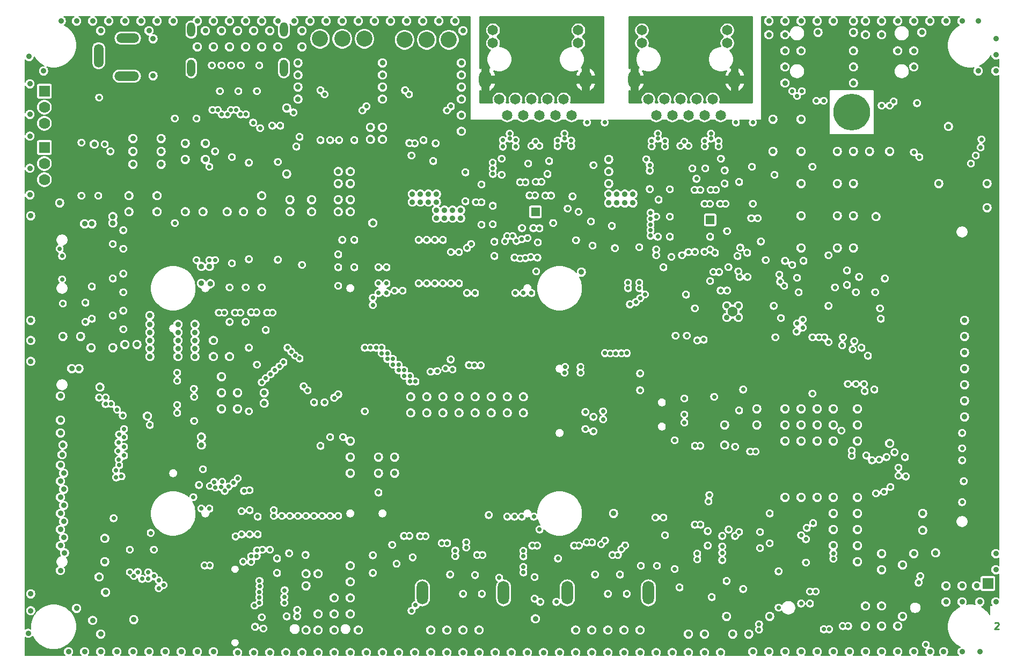
<source format=gbr>
G04 #@! TF.GenerationSoftware,KiCad,Pcbnew,5.1.0-rc2-unknown-036be7d~80~ubuntu16.04.1*
G04 #@! TF.CreationDate,2023-04-28T14:18:08+03:00*
G04 #@! TF.ProjectId,iMX8MPLUS-SOM-EVB_Rev_B,694d5838-4d50-44c5-9553-2d534f4d2d45,B*
G04 #@! TF.SameCoordinates,Original*
G04 #@! TF.FileFunction,Copper,L2,Inr*
G04 #@! TF.FilePolarity,Positive*
%FSLAX46Y46*%
G04 Gerber Fmt 4.6, Leading zero omitted, Abs format (unit mm)*
G04 Created by KiCad (PCBNEW 5.1.0-rc2-unknown-036be7d~80~ubuntu16.04.1) date 2023-04-28 14:18:08*
%MOMM*%
%LPD*%
G04 APERTURE LIST*
%ADD10C,0.254000*%
%ADD11R,1.422400X1.422400*%
%ADD12O,1.300000X2.300000*%
%ADD13O,1.300000X2.700000*%
%ADD14O,2.000000X2.800000*%
%ADD15C,1.650000*%
%ADD16O,1.500000X3.700000*%
%ADD17O,3.600000X1.500000*%
%ADD18O,3.900000X1.500000*%
%ADD19C,1.778000*%
%ADD20R,1.778000X1.778000*%
%ADD21O,1.800000X3.700000*%
%ADD22C,2.540000*%
%ADD23C,1.600000*%
%ADD24C,0.890000*%
%ADD25C,5.800000*%
%ADD26C,0.900000*%
%ADD27C,0.700000*%
%ADD28C,0.203200*%
G04 APERTURE END LIST*
D10*
X212180714Y-126540380D02*
X212229095Y-126492000D01*
X212325857Y-126443619D01*
X212567761Y-126443619D01*
X212664523Y-126492000D01*
X212712904Y-126540380D01*
X212761285Y-126637142D01*
X212761285Y-126733904D01*
X212712904Y-126879047D01*
X212132333Y-127459619D01*
X212761285Y-127459619D01*
D11*
X139700000Y-61595000D03*
X167259000Y-62865000D03*
D12*
X100010000Y-32840000D03*
X85410000Y-32840000D03*
D13*
X85410000Y-38890000D03*
X100010000Y-38890000D03*
D14*
X171095000Y-40665000D03*
X155295000Y-40665000D03*
D15*
X169926000Y-32893000D03*
X169926000Y-34925000D03*
X156464000Y-32893000D03*
X156464000Y-34925000D03*
X168910000Y-46355000D03*
X167640000Y-43815000D03*
X166370000Y-46355000D03*
X165100000Y-43815000D03*
X163830000Y-46355000D03*
X162560000Y-43815000D03*
X161290000Y-46355000D03*
X160020000Y-43815000D03*
X158750000Y-46355000D03*
X157480000Y-43815000D03*
D16*
X70785000Y-36936000D03*
D17*
X75385000Y-34190000D03*
D18*
X75235000Y-40190000D03*
D19*
X62230000Y-56515000D03*
X62230000Y-53975000D03*
D20*
X62230000Y-51435000D03*
D21*
X134670000Y-121750000D03*
X121870000Y-121750000D03*
D14*
X147600000Y-40665000D03*
X131800000Y-40665000D03*
D15*
X146431000Y-32893000D03*
X146431000Y-34925000D03*
X132969000Y-32893000D03*
X132969000Y-34925000D03*
X145415000Y-46355000D03*
X144145000Y-43815000D03*
X142875000Y-46355000D03*
X141605000Y-43815000D03*
X140335000Y-46355000D03*
X139065000Y-43815000D03*
X137795000Y-46355000D03*
X136525000Y-43815000D03*
X135255000Y-46355000D03*
X133985000Y-43815000D03*
D22*
X112720000Y-34290000D03*
X105720000Y-34290000D03*
X109220000Y-34290000D03*
X126055000Y-34452001D03*
X119055000Y-34452001D03*
X122555000Y-34452001D03*
D20*
X62230000Y-42545000D03*
D19*
X62230000Y-45085000D03*
X62230000Y-47625000D03*
D23*
X170815000Y-77343000D03*
D24*
X169915000Y-76443000D03*
X169915000Y-78243000D03*
X171715000Y-76443000D03*
X171715000Y-78243000D03*
D21*
X144730000Y-121750000D03*
X157530000Y-121750000D03*
D20*
X211074000Y-120269000D03*
D25*
X189611000Y-45852999D03*
D26*
X76200000Y-52070000D03*
X76200000Y-54102000D03*
X78867000Y-79375000D03*
X78867000Y-80645000D03*
X78867000Y-81915000D03*
X78867000Y-83185000D03*
X78867000Y-84455000D03*
X76200000Y-50038000D03*
X78867000Y-77978000D03*
D27*
X95179390Y-47514256D03*
X96266000Y-48387000D03*
X117794999Y-117155001D03*
D26*
X100457000Y-55626000D03*
X100457000Y-45212000D03*
D27*
X112776000Y-93091000D03*
X94488000Y-93091000D03*
X94488000Y-83058000D03*
X120777000Y-123698000D03*
X139573000Y-119253000D03*
X139573000Y-122682000D03*
D26*
X79375000Y-40132000D03*
X79375000Y-34290000D03*
X80645000Y-54102000D03*
X80645000Y-52070000D03*
X80645000Y-50038000D03*
D27*
X74676000Y-71374000D03*
X74676000Y-74295000D03*
X74676000Y-67437000D03*
X74676000Y-64516000D03*
X74676000Y-77216000D03*
X74676000Y-80137000D03*
D26*
X86995000Y-70231000D03*
X88265000Y-70231000D03*
X83312000Y-79375000D03*
X83312000Y-83185000D03*
X83312000Y-84455000D03*
X83312000Y-80645000D03*
X83312000Y-81915000D03*
X85979000Y-79375000D03*
X85979000Y-80645000D03*
X85979000Y-81915000D03*
X85979000Y-83185000D03*
X85979000Y-84455000D03*
X86994979Y-72898021D03*
X88392000Y-72948083D03*
D27*
X86995000Y-108458000D03*
X88265000Y-108458000D03*
X80263999Y-119761001D03*
X89916000Y-42545000D03*
X103429996Y-115748996D03*
X92837000Y-42545000D03*
X80262717Y-121011179D03*
X98933000Y-116332000D03*
X88646000Y-38481000D03*
X90170000Y-38481000D03*
X91694000Y-38481000D03*
X93218000Y-38481000D03*
X95758000Y-42545000D03*
X96138996Y-38481000D03*
X126238000Y-118872000D03*
X120332500Y-116141500D03*
X128270000Y-121920000D03*
X131254500Y-121920000D03*
X130175000Y-118935500D03*
X117094000Y-114173000D03*
X143256000Y-116332000D03*
X139954000Y-114300000D03*
X114935000Y-105918000D03*
X153035000Y-118872000D03*
X149098000Y-118872000D03*
X151130000Y-121920000D03*
X154114500Y-121920000D03*
D26*
X204089000Y-131064000D03*
D27*
X169164000Y-112776000D03*
X169164000Y-114427000D03*
X169164000Y-115443000D03*
X169164000Y-116586000D03*
X178054000Y-124079000D03*
X178054000Y-118364000D03*
X159893000Y-109855000D03*
X158623000Y-109855000D03*
X175133000Y-114681000D03*
X156337000Y-117475000D03*
X158877000Y-117475000D03*
X162433000Y-120904000D03*
X163195000Y-94869000D03*
X163195000Y-93599000D03*
X163195000Y-91059000D03*
X146812000Y-86995000D03*
X144272000Y-86995000D03*
X196215000Y-44196000D03*
X180975000Y-43307000D03*
D26*
X184277000Y-33274000D03*
D27*
X113030000Y-44958000D03*
X108712000Y-50292000D03*
X101536500Y-45910500D03*
X101981000Y-51308000D03*
X106426000Y-43053000D03*
X126365000Y-44958000D03*
X122047000Y-50292000D03*
X114935000Y-72898000D03*
X116205000Y-72898000D03*
X119761000Y-43053000D03*
X120142000Y-52705000D03*
X123571000Y-53594000D03*
X131191000Y-57277000D03*
X131191000Y-60090811D03*
X131191000Y-63627000D03*
X147828000Y-47498000D03*
X150622000Y-47498000D03*
X135636000Y-50038000D03*
X144272000Y-50038000D03*
X139065000Y-51181000D03*
X138557000Y-53975000D03*
X132988779Y-54737000D03*
X141859000Y-53594000D03*
X145542000Y-59182000D03*
X146506598Y-61595000D03*
X146107171Y-66080903D03*
X133223000Y-68580000D03*
X148463000Y-63119000D03*
X151765000Y-63817500D03*
X162560000Y-51181000D03*
X159131000Y-59690000D03*
X158750000Y-62357000D03*
X156083000Y-67183000D03*
X159004000Y-50038000D03*
X167386000Y-50038000D03*
X171323000Y-47498000D03*
X173990000Y-47498000D03*
X166497000Y-54737000D03*
X148844000Y-54229000D03*
X173990000Y-60325000D03*
X174752000Y-62611000D03*
X175260000Y-66294000D03*
X159004000Y-65532000D03*
X159893000Y-70358000D03*
X173133510Y-71876570D03*
X171925490Y-71876570D03*
X168656000Y-71120000D03*
X178181000Y-71501000D03*
X178435000Y-78359000D03*
X177292000Y-76454000D03*
X146812000Y-86106000D03*
X144373600Y-86075010D03*
X114045998Y-115824000D03*
X200406006Y-119126000D03*
X163576000Y-81153000D03*
X177419000Y-55753000D03*
X164465000Y-54756821D03*
X140335000Y-51181000D03*
X163830000Y-51181000D03*
X112395000Y-45593000D03*
X119126000Y-42418000D03*
X125730000Y-45593000D03*
X169554351Y-55043184D03*
X164846000Y-76835000D03*
X163449000Y-74656157D03*
X180213000Y-42545000D03*
X181737000Y-42545000D03*
D26*
X200660000Y-33274000D03*
D27*
X170148773Y-70328251D03*
X114935000Y-70358000D03*
X116205000Y-70358000D03*
X105791000Y-42418000D03*
X195580000Y-44831000D03*
D26*
X209550000Y-31496000D03*
X207010000Y-31496000D03*
X204470000Y-31496000D03*
X201930000Y-31496000D03*
X199390000Y-31496000D03*
X196850000Y-31496000D03*
X194310000Y-31496000D03*
X191770000Y-31496000D03*
X189865000Y-31496000D03*
X186690000Y-31496000D03*
X184150000Y-31496000D03*
X181610000Y-31496000D03*
X179070000Y-31496000D03*
X176530000Y-31496000D03*
X176530000Y-33655000D03*
X179070000Y-33655000D03*
X191770000Y-33655000D03*
X194310000Y-33655000D03*
X212344000Y-34290000D03*
X212344000Y-36830000D03*
X212344000Y-39370000D03*
X209550000Y-39370000D03*
X212344000Y-115570000D03*
X212344000Y-118110000D03*
X209296000Y-120650000D03*
X212344000Y-123190000D03*
X209804000Y-123190000D03*
X209804000Y-131064000D03*
X207010000Y-131064000D03*
X201930000Y-131064000D03*
X199390000Y-131064000D03*
X196850000Y-131064000D03*
X194310000Y-131064000D03*
X191770000Y-131064000D03*
X189230000Y-131064000D03*
X186690000Y-131064000D03*
X184150000Y-131064000D03*
X181610000Y-131064000D03*
X179070000Y-131064000D03*
X176530000Y-131064000D03*
X173990000Y-131064000D03*
X168910000Y-131191000D03*
X166370000Y-131191000D03*
X163830000Y-131191000D03*
X161290000Y-131191000D03*
X158750000Y-131191000D03*
X156210000Y-131191000D03*
X153670000Y-131191000D03*
X151130000Y-131191000D03*
X148590000Y-131191000D03*
X146050000Y-131191000D03*
X143510000Y-131191000D03*
X140970000Y-131191000D03*
X138430000Y-131191000D03*
X135890000Y-131191000D03*
X133350000Y-131191000D03*
X130810000Y-131191000D03*
X128270000Y-131191000D03*
X125730000Y-131191000D03*
X123190000Y-131191000D03*
X120650000Y-131191000D03*
X118110000Y-131191000D03*
X115570000Y-131191000D03*
X113030000Y-131191000D03*
X110490000Y-131191000D03*
X107950000Y-131191000D03*
X105410000Y-131191000D03*
X102870000Y-131191000D03*
X100330000Y-131191000D03*
D27*
X96139000Y-123317000D03*
X96774000Y-127381000D03*
X96136684Y-121591245D03*
D26*
X97790000Y-131191000D03*
X95250000Y-131191000D03*
X92710000Y-131191000D03*
X88900000Y-131064000D03*
X86360000Y-131064000D03*
X83820000Y-131064000D03*
X81280000Y-131064000D03*
X78740000Y-131064000D03*
X76200000Y-131064000D03*
X73660000Y-131064000D03*
X71120000Y-131064000D03*
X68580000Y-131064000D03*
X66040000Y-131064000D03*
X71120000Y-128270000D03*
D27*
X93587808Y-116840000D03*
X94846620Y-116862380D03*
X114046000Y-118618000D03*
X98933000Y-118618000D03*
X96521104Y-125608590D03*
X95468357Y-127107124D03*
D26*
X60071000Y-121920000D03*
X60071000Y-85217000D03*
X60071000Y-81915000D03*
X60071000Y-78740000D03*
X60071000Y-62230000D03*
X59817000Y-37084000D03*
X59944000Y-54737000D03*
X59944000Y-58928000D03*
X59944000Y-49657000D03*
X59944000Y-46228000D03*
X59944000Y-41402000D03*
X62103000Y-39370000D03*
X64897000Y-31496000D03*
X67310000Y-31496000D03*
X69850000Y-31496000D03*
X72390000Y-31496000D03*
X74930000Y-31496000D03*
X77470000Y-31496000D03*
X80010000Y-31496000D03*
X82550000Y-31496000D03*
X86360000Y-31496000D03*
X88900000Y-31496000D03*
X91440000Y-31496000D03*
X93980000Y-31496000D03*
X96520000Y-31496000D03*
X99060000Y-31496000D03*
X101600000Y-31496000D03*
X104140000Y-31496000D03*
X106680000Y-31496000D03*
X109220000Y-31496000D03*
X111760000Y-31496000D03*
X114300000Y-31496000D03*
X116840000Y-31496000D03*
X119380000Y-31496000D03*
X121920000Y-31496000D03*
X124460000Y-31496000D03*
X127000000Y-31496000D03*
X128270000Y-33020000D03*
D27*
X135636000Y-49276000D03*
X144272000Y-49276000D03*
X159004000Y-49276000D03*
X167386000Y-49276000D03*
X139192000Y-114300000D03*
X146558000Y-114300000D03*
X145796000Y-114300000D03*
X163195000Y-50546000D03*
X139700000Y-50546000D03*
X96170046Y-119845101D03*
X88342000Y-117425000D03*
X87503000Y-117425000D03*
X85730590Y-106639068D03*
X140023956Y-68813606D03*
D26*
X96520000Y-59055000D03*
X96520000Y-61595000D03*
X100965000Y-61595000D03*
X100965000Y-59690000D03*
X104394000Y-61595000D03*
X104394000Y-59690000D03*
X108585000Y-61595000D03*
X108585000Y-59690000D03*
X110490000Y-59690000D03*
X110490000Y-61595000D03*
X110490000Y-55245000D03*
X108585000Y-55245000D03*
X108585000Y-57150000D03*
X110490000Y-57150000D03*
X93662500Y-61595000D03*
X91059000Y-61595000D03*
X87249000Y-61595000D03*
X84455000Y-61595000D03*
X80010000Y-61595000D03*
X84455000Y-53340000D03*
X84455000Y-50800000D03*
X87630000Y-53340000D03*
X87630000Y-50800000D03*
X102235000Y-41910000D03*
X102235000Y-43815000D03*
X102235000Y-40005000D03*
X102235000Y-38100000D03*
X115570000Y-38100000D03*
X115570000Y-40005000D03*
X115570000Y-43815000D03*
X115570000Y-41910000D03*
X115570000Y-48260000D03*
X115570000Y-50165000D03*
X113665000Y-50165000D03*
X113665000Y-48260000D03*
X122555000Y-90805000D03*
X120015000Y-90805000D03*
X127635000Y-90805000D03*
X125095000Y-90805000D03*
X130175000Y-90805000D03*
X132715000Y-90805000D03*
X137795000Y-90805000D03*
X135255000Y-90805000D03*
X122555000Y-93345000D03*
X120015000Y-93345000D03*
X137795000Y-93345000D03*
X132715000Y-93345000D03*
X125095000Y-93345000D03*
X135255000Y-93345000D03*
X127635000Y-93345000D03*
X130175000Y-93345000D03*
X117475000Y-102870000D03*
X114935000Y-102870000D03*
X117475000Y-100330000D03*
X114935000Y-100330000D03*
X110490000Y-102870000D03*
X110490000Y-100330000D03*
X110490000Y-97790000D03*
X92710000Y-92710000D03*
X90170000Y-92710000D03*
X92710000Y-90170000D03*
X90170000Y-90170000D03*
X90170000Y-87630000D03*
X96901000Y-90170000D03*
X96901000Y-91821000D03*
X88900000Y-81915000D03*
X88900000Y-84455000D03*
X91440000Y-84455000D03*
X86995000Y-97155000D03*
X86995000Y-98425000D03*
X76835000Y-82550000D03*
X74930000Y-82550000D03*
X65151000Y-81280000D03*
X67945000Y-81280000D03*
X66548000Y-86360000D03*
X67691000Y-86360000D03*
X64643000Y-60198000D03*
X69723000Y-63500000D03*
X75565000Y-61595000D03*
X75565000Y-59055000D03*
X80010000Y-59055000D03*
X71882000Y-121666000D03*
X67310000Y-124206000D03*
X105410000Y-127635000D03*
X103505000Y-127635000D03*
X107950000Y-127635000D03*
X111760000Y-127635000D03*
X107950000Y-125095000D03*
X105410000Y-125095000D03*
X110490000Y-125095000D03*
X107950000Y-122555000D03*
X110490000Y-122555000D03*
X103505000Y-118745000D03*
X105410000Y-118745000D03*
X103505000Y-120650000D03*
X110490000Y-120015000D03*
X110490000Y-117475000D03*
X123190000Y-127635000D03*
X125730000Y-127635000D03*
X128270000Y-127635000D03*
X130810000Y-127635000D03*
X146050000Y-127635000D03*
X148590000Y-127635000D03*
X151130000Y-127635000D03*
X153670000Y-127635000D03*
X156210000Y-127635000D03*
X163830000Y-128270000D03*
X166370000Y-128270000D03*
X173355000Y-128270000D03*
X170815000Y-128270000D03*
X191770000Y-127000000D03*
X194310000Y-127000000D03*
X196850000Y-127000000D03*
X194310000Y-123825000D03*
X191770000Y-123825000D03*
X194310000Y-118110000D03*
X194310000Y-115570000D03*
X200787000Y-111887000D03*
X199390000Y-115570000D03*
X200787000Y-109220000D03*
X202819000Y-115443000D03*
X190500000Y-114300000D03*
X190500000Y-116840000D03*
X190500000Y-111760000D03*
X190500000Y-109220000D03*
X190500000Y-106680000D03*
X186690000Y-109220000D03*
X186690000Y-111760000D03*
X186690000Y-114300000D03*
X186690000Y-106680000D03*
X184150000Y-106680000D03*
X181610000Y-106680000D03*
X179070000Y-106680000D03*
X181610000Y-97790000D03*
X179070000Y-97790000D03*
X186690000Y-97790000D03*
X184150000Y-97790000D03*
X190500000Y-97790000D03*
X179070000Y-95250000D03*
X190500000Y-95250000D03*
X186690000Y-95250000D03*
X184150000Y-95250000D03*
X181610000Y-95250000D03*
X186690000Y-92710000D03*
X181610000Y-92710000D03*
X184150000Y-92710000D03*
X179070000Y-92710000D03*
X190500000Y-92710000D03*
X195580000Y-98171000D03*
D27*
X185928000Y-82169000D03*
X185928000Y-76454000D03*
D26*
X193421000Y-62357000D03*
X207010000Y-120650000D03*
X204470000Y-120650000D03*
X204470000Y-123190000D03*
X207010000Y-123190000D03*
X189865000Y-67310000D03*
X187325000Y-67310000D03*
X189865000Y-62230000D03*
X187325000Y-62230000D03*
X187325000Y-57150000D03*
X189865000Y-57150000D03*
X189865000Y-52070000D03*
X192405000Y-52070000D03*
X187325000Y-52070000D03*
X195580000Y-52070000D03*
X181610000Y-67310000D03*
X181610000Y-62230000D03*
X181610000Y-57150000D03*
X181610000Y-52070000D03*
X181610000Y-46990000D03*
X177165000Y-46990000D03*
X177165000Y-52070000D03*
X71120000Y-33020000D03*
X78740000Y-33020000D03*
X87630000Y-33020000D03*
X90170000Y-33020000D03*
X92710000Y-33020000D03*
X95250000Y-33020000D03*
X97790000Y-33020000D03*
X102870000Y-33020000D03*
X102870000Y-35560000D03*
X99060000Y-35560000D03*
X96520000Y-35560000D03*
X93980000Y-35560000D03*
X91440000Y-35560000D03*
X88900000Y-35560000D03*
X86360000Y-35560000D03*
X128016000Y-41910000D03*
X128016000Y-40005000D03*
X128016000Y-38100000D03*
X128016000Y-43815000D03*
X128016000Y-46355000D03*
X128016000Y-48895000D03*
X189865000Y-33274000D03*
X179070000Y-36195000D03*
X181610000Y-36195000D03*
X199390000Y-36195000D03*
X196850000Y-36195000D03*
X189865000Y-36195000D03*
X189865000Y-38735000D03*
X189865000Y-41275000D03*
X199390000Y-38735000D03*
X179070000Y-38735000D03*
X179070000Y-41275000D03*
X174625000Y-92710000D03*
X174625000Y-95250000D03*
X169545000Y-95250000D03*
X169545000Y-98425000D03*
X68580000Y-63500000D03*
D27*
X199898000Y-44450000D03*
D26*
X70993000Y-89281000D03*
X76327000Y-125984000D03*
X69850000Y-126111000D03*
X139700000Y-125857000D03*
X152019000Y-109220000D03*
D27*
X175133000Y-112141000D03*
D26*
X60071000Y-124587000D03*
X59690000Y-128143000D03*
X70104000Y-50927000D03*
X204851000Y-48133000D03*
D27*
X179070000Y-69342000D03*
X160147000Y-112649000D03*
X140335000Y-111760000D03*
D26*
X78486000Y-93853000D03*
X146939000Y-71120000D03*
X203327000Y-57150000D03*
X210947000Y-57150000D03*
X210947000Y-60960000D03*
X153801199Y-58805199D03*
X153801199Y-60193801D03*
X155071199Y-60193801D03*
X155071199Y-58805199D03*
X152531199Y-58805199D03*
X152531199Y-60193801D03*
X151261199Y-58805199D03*
X151261199Y-60193801D03*
X151261199Y-57150000D03*
X151261199Y-55245000D03*
X151261199Y-53340000D03*
D27*
X165100000Y-56388000D03*
X171831000Y-56896000D03*
X173736000Y-62611000D03*
X169545000Y-57150000D03*
X160909000Y-58039000D03*
X160909000Y-62357000D03*
X160909000Y-65532000D03*
X161153402Y-68707000D03*
X167258126Y-65528622D03*
X169926000Y-64643000D03*
X169677598Y-60325000D03*
X158051500Y-51244500D03*
X168825198Y-60325000D03*
X158051500Y-50392087D03*
X168185200Y-58139186D03*
X160147000Y-50419000D03*
X167332800Y-58139186D03*
X160147000Y-51271413D03*
X167219789Y-60337964D03*
X166433500Y-51244500D03*
X166367389Y-60337964D03*
X166433500Y-50392087D03*
X165685200Y-58141327D03*
X168592500Y-51244500D03*
X164832800Y-58141327D03*
X168592500Y-50392087D03*
X157739578Y-55118000D03*
X157733992Y-58007999D03*
X157734564Y-54228442D03*
X157861000Y-61746686D03*
X168021000Y-68072000D03*
X162814000Y-68453000D03*
X167259000Y-67564000D03*
X163830000Y-67945000D03*
X164846000Y-67925179D03*
X166370000Y-67925179D03*
D26*
X163170000Y-40665000D03*
X160655000Y-40640000D03*
X158115000Y-40640000D03*
X165735000Y-40640000D03*
X168275000Y-40640000D03*
X165735000Y-38100000D03*
X160655000Y-38100000D03*
X163170000Y-38125000D03*
X160655000Y-35560000D03*
X165735000Y-35560000D03*
X163170000Y-35585000D03*
X165735000Y-33020000D03*
X160655000Y-33020000D03*
X163170000Y-33045000D03*
X158115000Y-33020000D03*
X168275000Y-33020000D03*
D27*
X73527410Y-102404988D03*
X70739000Y-59055000D03*
X74041000Y-101600000D03*
X68072000Y-59055000D03*
X73979272Y-100745159D03*
D26*
X70866000Y-119253000D03*
D27*
X73898778Y-99360781D03*
D26*
X65405000Y-115443000D03*
D27*
X74803000Y-100076000D03*
D26*
X64770000Y-118237000D03*
D27*
X73914000Y-98044000D03*
D26*
X65278000Y-113030000D03*
D27*
X74803000Y-98679000D03*
D26*
X64770000Y-114300000D03*
D27*
X74013609Y-96736972D03*
D26*
X65278000Y-110490000D03*
D27*
X74803000Y-97155000D03*
D26*
X64770000Y-111760000D03*
D27*
X74803004Y-95885000D03*
D26*
X64770000Y-109220000D03*
D27*
X85852000Y-94615000D03*
X100130000Y-121358000D03*
X102108000Y-124460000D03*
X83185561Y-93345561D03*
X83185000Y-92075000D03*
X78867000Y-95250000D03*
X102108000Y-125476000D03*
X73152000Y-109982000D03*
X74581946Y-93734449D03*
D26*
X64770000Y-106680000D03*
D27*
X70866000Y-90932000D03*
D26*
X64770000Y-94488000D03*
D27*
X95758000Y-85725000D03*
X92392497Y-112839503D03*
X71882000Y-90932000D03*
D26*
X64770000Y-96520000D03*
D27*
X100838045Y-115504797D03*
X83185000Y-86995000D03*
X71882000Y-91948000D03*
D26*
X65151000Y-98425000D03*
D27*
X83185000Y-88265000D03*
X100457018Y-125476000D03*
X72755467Y-91917656D03*
D26*
X64770000Y-101600000D03*
D27*
X85826600Y-89535000D03*
X100076000Y-123317000D03*
X73691135Y-92803624D03*
D26*
X64770000Y-104140000D03*
D27*
X100075439Y-122427439D03*
X85852000Y-90805000D03*
X90669430Y-105664000D03*
X95403896Y-123754661D03*
X157860439Y-63627561D03*
X101188010Y-83662010D03*
X98425000Y-109601000D03*
X113665000Y-83058000D03*
X93726000Y-105664000D03*
X95745190Y-115939312D03*
X98425000Y-108712010D03*
X157861000Y-62738000D03*
X100583550Y-83057553D03*
X112776000Y-83054571D03*
X94615000Y-105537006D03*
X95758000Y-115062000D03*
X158750000Y-67564000D03*
X95885006Y-112522000D03*
X99949000Y-85344000D03*
X115443000Y-83947000D03*
X96646439Y-114935561D03*
X94615000Y-108711994D03*
X158750000Y-68453000D03*
X94614992Y-112522000D03*
X99314000Y-85979000D03*
X116332000Y-83947000D03*
X97790000Y-114935000D03*
X93345000Y-108858821D03*
X98552000Y-86614000D03*
X172021500Y-67246500D03*
X93344994Y-112522000D03*
X116332000Y-84836000D03*
X97917000Y-87249000D03*
X95885000Y-109727992D03*
X171577000Y-68580000D03*
X117221000Y-84836000D03*
X79013876Y-112278499D03*
X78635911Y-118491000D03*
X70231000Y-49784000D03*
X70231000Y-58039000D03*
X76327000Y-77978000D03*
X76327000Y-72136000D03*
X76327000Y-66675000D03*
X83947000Y-118745000D03*
X83058000Y-118745000D03*
X89535000Y-112522000D03*
X90805000Y-112522000D03*
X97028000Y-53086000D03*
X116205000Y-112776000D03*
X114935000Y-112776000D03*
X153289000Y-96139000D03*
X153289000Y-92456000D03*
X163195000Y-96139000D03*
X142748000Y-86995000D03*
X84582000Y-46228000D03*
X113030000Y-43942000D03*
X147701000Y-86106000D03*
X93472000Y-53847990D03*
X105791000Y-47498000D03*
X103439000Y-48072000D03*
X119126000Y-47498000D03*
X126365000Y-43942000D03*
X129921000Y-53340000D03*
X153416000Y-53340000D03*
X147701000Y-53340000D03*
X146558000Y-67818000D03*
X146558000Y-68834000D03*
X148463000Y-64389000D03*
X141541500Y-66611500D03*
X135001000Y-68834000D03*
X160172401Y-60706000D03*
X174371000Y-65405000D03*
X177546000Y-66675000D03*
X169672000Y-68580000D03*
X175260000Y-68072000D03*
X162306000Y-70358000D03*
X174752000Y-69596000D03*
X169395474Y-72517000D03*
X162814000Y-73279000D03*
X142646400Y-86090442D03*
X173101000Y-114046000D03*
X119634000Y-127000008D03*
X132207000Y-58420000D03*
X140081000Y-86995000D03*
X140081000Y-86106000D03*
X114935000Y-109982000D03*
X116205000Y-109982000D03*
X112395000Y-43307000D03*
X125730000Y-43307000D03*
X170701766Y-53282090D03*
X178308000Y-66040000D03*
X85217000Y-46863000D03*
X106426000Y-46863000D03*
X162052000Y-73279000D03*
D26*
X64770000Y-92710000D03*
D27*
X177673000Y-107696000D03*
D26*
X207264000Y-108839000D03*
D27*
X73025000Y-66675000D03*
X73025000Y-72136000D03*
X73025000Y-77978000D03*
X143002000Y-123190000D03*
X169862500Y-119888000D03*
X140462000Y-123190000D03*
X114935000Y-74422000D03*
X116205000Y-74422000D03*
X82804000Y-46863000D03*
D26*
X73025004Y-63373000D03*
D27*
X176657000Y-113919000D03*
D26*
X169862500Y-125476000D03*
X176657000Y-125476000D03*
X197612000Y-125476000D03*
D27*
X120142000Y-124587000D03*
X177546000Y-81407000D03*
X173863000Y-54483000D03*
X168973498Y-53213000D03*
X152247600Y-67335400D03*
X123952000Y-50800000D03*
X183388000Y-81407000D03*
X183388014Y-54483000D03*
D26*
X114045986Y-63373000D03*
D27*
X82804000Y-63373000D03*
X114046000Y-76327000D03*
X114046000Y-75184000D03*
X157194993Y-53295983D03*
X70866000Y-43561000D03*
X72644000Y-52070000D03*
D26*
X73025000Y-62357000D03*
X73025000Y-83058000D03*
X69596000Y-83058000D03*
X64770000Y-90678000D03*
X71755000Y-113157000D03*
X71755000Y-116840000D03*
D27*
X170180000Y-111760000D03*
X176657000Y-109220000D03*
D26*
X197612000Y-117348000D03*
D27*
X101776463Y-84278718D03*
X99695000Y-109601000D03*
X114554000Y-83058000D03*
X157861000Y-64516000D03*
X91301299Y-104990273D03*
X96139043Y-122443653D03*
X157847686Y-65368308D03*
X102492022Y-84741947D03*
X100965000Y-109601000D03*
X115443000Y-83058000D03*
X92081751Y-104399590D03*
X96174496Y-120739672D03*
X102235000Y-109601000D03*
X167764076Y-71088124D03*
X118110000Y-86614000D03*
X103124000Y-89154000D03*
X92742748Y-103679925D03*
X94847180Y-115972818D03*
X103505000Y-109601000D03*
X171704000Y-70993000D03*
X118999000Y-86614000D03*
X103759000Y-89789000D03*
X90075436Y-105052627D03*
X81026000Y-120523000D03*
X104775000Y-91694000D03*
X104775000Y-109601000D03*
X120777000Y-88392000D03*
X156083000Y-73660000D03*
X90282585Y-104187350D03*
X75711876Y-118491000D03*
X106426000Y-91694000D03*
X106045000Y-109601000D03*
X119888000Y-88392000D03*
X156083000Y-72771000D03*
X78613000Y-119507000D03*
X89207681Y-105087623D03*
X154305000Y-73660000D03*
X107950000Y-90962990D03*
X107315000Y-109601000D03*
X119888000Y-87503000D03*
X89023773Y-104255286D03*
X76350528Y-119055562D03*
X108599870Y-90411378D03*
X108585000Y-109601000D03*
X118999000Y-87503000D03*
X154305000Y-72771000D03*
X88378289Y-104878826D03*
X76970688Y-118461533D03*
X73561466Y-103525682D03*
X68072000Y-50673000D03*
X86614000Y-104725988D03*
X77654910Y-119553091D03*
X74399575Y-103354461D03*
X71755000Y-50927000D03*
D26*
X207391000Y-78740000D03*
D27*
X193421000Y-106045000D03*
D26*
X65278000Y-107950000D03*
D27*
X139446000Y-109728000D03*
D26*
X65278000Y-105410000D03*
D27*
X137541000Y-109728000D03*
D26*
X207391000Y-81280000D03*
D27*
X194691000Y-105791000D03*
D26*
X65278000Y-102870000D03*
D27*
X136398000Y-109728000D03*
D26*
X207391000Y-83820000D03*
D27*
X195707000Y-105029000D03*
X135255000Y-109728000D03*
D26*
X65024000Y-99949000D03*
X207391000Y-86360000D03*
D27*
X198120000Y-103378000D03*
X150669369Y-113490631D03*
X153241631Y-114855369D03*
D26*
X207391000Y-88900000D03*
D27*
X196977000Y-103251000D03*
X150066631Y-114093369D03*
X153844369Y-114252631D03*
X196977000Y-101981000D03*
D26*
X207391000Y-91440000D03*
D27*
X147782801Y-113792000D03*
X137795000Y-115143800D03*
X197993000Y-100330000D03*
D26*
X207391000Y-93980000D03*
D27*
X137795000Y-115996200D03*
X148635200Y-113792000D03*
X196342000Y-99568000D03*
X207010000Y-96520000D03*
X152711200Y-115771498D03*
X137795000Y-117683800D03*
X195072000Y-100330000D03*
X207010000Y-98933000D03*
X151858800Y-115771498D03*
X137795000Y-118536200D03*
X165735000Y-110998000D03*
X165716700Y-98552000D03*
X165227000Y-115570000D03*
X164846000Y-110998000D03*
X164864300Y-98552000D03*
X165227000Y-116459000D03*
X118953800Y-112776000D03*
X127060602Y-115933087D03*
X174416200Y-99441000D03*
X174976418Y-126700800D03*
X119806200Y-112776000D03*
X127060602Y-115080687D03*
X174976418Y-127553200D03*
X173563800Y-99441000D03*
X125775200Y-113895917D03*
X121493800Y-112799083D03*
X189611000Y-99268800D03*
X188184800Y-127000000D03*
X124922800Y-113895917D03*
X122346200Y-112799083D03*
X189037200Y-127000000D03*
X189611000Y-100121200D03*
X131351200Y-115771398D03*
X128778000Y-114599200D03*
X191897000Y-100076000D03*
X207010000Y-107442000D03*
X130498800Y-115771398D03*
X128778000Y-113746800D03*
X192786000Y-100838000D03*
X207264000Y-104140000D03*
X133985000Y-119380000D03*
X132334000Y-109474000D03*
X193929000Y-100711000D03*
X207010000Y-100838000D03*
X200279000Y-52959000D03*
X187960000Y-96139000D03*
X148844000Y-93980000D03*
X148844000Y-96266000D03*
X147574000Y-95885000D03*
X147573439Y-93218561D03*
X171831000Y-92964000D03*
X171831000Y-112141000D03*
X150368000Y-93091000D03*
X150368000Y-94361000D03*
X210058000Y-50165000D03*
X193167000Y-89662000D03*
X156210000Y-87122000D03*
X156210000Y-89769188D03*
X167513000Y-122428000D03*
X167894000Y-90805000D03*
X161798000Y-81153000D03*
X185928000Y-68453000D03*
X183388000Y-90297000D03*
X209931000Y-51435000D03*
X191643000Y-89916000D03*
X209169000Y-52705000D03*
X191516000Y-88773000D03*
X208407000Y-53975000D03*
X190246000Y-88773000D03*
X128905000Y-74422000D03*
X128905000Y-67304410D03*
X194056000Y-76835000D03*
X192151000Y-84328000D03*
X130175000Y-74422000D03*
X129539984Y-66674998D03*
X189992000Y-82042000D03*
X194818000Y-72136000D03*
X188214000Y-81407000D03*
X190754000Y-71882000D03*
X167259000Y-72517000D03*
X123174177Y-86838752D03*
X94025200Y-46228000D03*
X98216200Y-77520023D03*
X181864000Y-78613000D03*
X154131900Y-83910998D03*
X93172800Y-46228000D03*
X97363800Y-77520023D03*
X92513200Y-45518528D03*
X95676200Y-77476230D03*
X94823800Y-77476230D03*
X91660800Y-45518528D03*
X93980000Y-73533000D03*
X93980000Y-78994000D03*
X129198099Y-85786623D03*
X180975000Y-79248000D03*
X91092200Y-46228000D03*
X93136200Y-77520023D03*
X130048000Y-85852000D03*
X181864000Y-79883000D03*
X90239800Y-46228000D03*
X92283800Y-77520023D03*
X91440000Y-73533000D03*
X91440000Y-78994000D03*
X131064000Y-85852000D03*
X180914262Y-80518000D03*
X89592200Y-45509088D03*
X90596200Y-77512357D03*
X89743800Y-77512357D03*
X88739800Y-45509088D03*
X89154000Y-52070000D03*
X89154002Y-69215000D03*
X124206000Y-86741000D03*
X155547227Y-75849979D03*
X91821000Y-52959000D03*
X91821000Y-69723000D03*
X126619000Y-86495633D03*
X156972000Y-74641959D03*
X86233000Y-46863000D03*
X86233000Y-69215000D03*
X125511450Y-86329228D03*
X156218688Y-75245969D03*
X102489000Y-49784000D03*
X102869992Y-69977000D03*
X153255955Y-83922645D03*
X181229000Y-74295000D03*
X99060000Y-53721000D03*
X99060000Y-69158759D03*
X152388700Y-83935700D03*
X180975000Y-72009000D03*
X94488000Y-53848000D03*
X94488000Y-69088000D03*
X126339490Y-84906492D03*
X154593498Y-76205590D03*
X151511000Y-83947000D03*
X181991000Y-69342000D03*
X108585000Y-70358000D03*
X108585000Y-68326000D03*
X108585000Y-73279010D03*
X109220000Y-66040000D03*
X150658692Y-83910998D03*
X180213000Y-69977000D03*
X111125000Y-70358000D03*
X111125000Y-66039998D03*
X79502000Y-114935000D03*
X79502000Y-119126000D03*
X87249000Y-102235000D03*
X75711876Y-114935000D03*
X98171000Y-48006000D03*
X99441000Y-48006000D03*
X172466000Y-121158000D03*
X172466000Y-89662000D03*
X96520000Y-73533000D03*
X176022000Y-69215000D03*
X118110000Y-85725000D03*
X96520000Y-88519000D03*
X97155000Y-87884000D03*
X97155000Y-80264000D03*
X173101000Y-68072000D03*
X117221000Y-85725000D03*
D26*
X139700000Y-40665000D03*
X137160000Y-40665000D03*
X134620000Y-40640000D03*
X142240000Y-40665000D03*
X144780000Y-40640000D03*
X142240000Y-38125000D03*
X139700000Y-38125000D03*
X137160000Y-38125000D03*
X139700000Y-35585000D03*
X142240000Y-35585000D03*
X137160000Y-35585000D03*
X142240000Y-33045000D03*
X137160000Y-33045000D03*
X139700000Y-33045000D03*
X134620000Y-33045000D03*
X144780000Y-33045000D03*
D27*
X134366000Y-53213000D03*
X134366000Y-55753000D03*
X132969000Y-53848000D03*
X144780000Y-61087000D03*
X141605000Y-55626000D03*
X128651000Y-55371994D03*
X132969000Y-63557996D03*
X132969000Y-60648036D03*
X132969000Y-55626000D03*
X137573885Y-64166885D03*
X142490230Y-63369325D03*
X133223000Y-66313821D03*
X128651000Y-59944000D03*
X139369518Y-64176512D03*
D26*
X121539000Y-58801000D03*
X121539000Y-60071000D03*
X120269000Y-60071000D03*
X120269000Y-58801000D03*
X122809000Y-58801000D03*
X122809000Y-60071000D03*
X124079000Y-58801000D03*
X124079000Y-60071000D03*
X124079000Y-62611000D03*
X124079000Y-61341000D03*
X125349000Y-61341000D03*
X125349000Y-62611000D03*
X126619000Y-61341000D03*
X126619000Y-62611000D03*
X127889000Y-62611000D03*
X127889000Y-61341000D03*
D27*
X130302000Y-60071000D03*
X148717010Y-66929000D03*
X126365000Y-67945000D03*
X126365000Y-72898000D03*
X125095000Y-72898000D03*
X125095000Y-66040000D03*
X123825000Y-72898000D03*
X123825000Y-66040000D03*
X122555000Y-72898000D03*
X122555000Y-66040000D03*
X121285000Y-72898000D03*
X121285000Y-66040000D03*
X127635000Y-67945000D03*
X127635000Y-72898000D03*
X136398000Y-68834000D03*
X136525000Y-74422000D03*
X137795000Y-74422000D03*
X137254265Y-68974990D03*
X139065000Y-74422000D03*
X138103779Y-68904756D03*
X139823488Y-71003733D03*
X138938431Y-68731663D03*
X134559000Y-51308000D03*
X142146163Y-59025572D03*
X134559000Y-50292000D03*
X141293763Y-59025572D03*
X136588500Y-50292000D03*
X140626200Y-56867861D03*
X136588500Y-51308000D03*
X139773800Y-56867861D03*
X139612679Y-58992940D03*
X143192500Y-51207913D03*
X138760279Y-58992940D03*
X143192500Y-50355500D03*
X138126200Y-56913636D03*
X145351500Y-51207913D03*
X137273800Y-56913636D03*
X145351500Y-50355500D03*
X137559256Y-65915886D03*
X134904990Y-66235389D03*
X135257214Y-65427891D03*
X138449995Y-65740141D03*
X140335000Y-64198500D03*
X136109563Y-65438245D03*
X136682990Y-66207459D03*
X140081000Y-66421000D03*
X105791000Y-50292000D03*
X105791000Y-98552000D03*
X111125000Y-50292000D03*
X109347000Y-97155000D03*
X107315000Y-50292000D03*
X107315000Y-97155000D03*
X118745000Y-74041000D03*
X120650000Y-50800000D03*
X117475000Y-74041000D03*
X119800140Y-50734094D03*
X88265000Y-54483000D03*
X88265000Y-69215000D03*
X184404000Y-81407000D03*
X184023000Y-44084426D03*
X185293000Y-81407000D03*
X185166000Y-44069000D03*
X199390000Y-52197000D03*
X190246000Y-74295000D03*
X194310000Y-44831000D03*
X188849000Y-70866000D03*
X178302401Y-72644000D03*
X168910000Y-74021157D03*
X189738000Y-83312000D03*
X188849000Y-73152000D03*
X178943000Y-73279000D03*
X169924188Y-74021157D03*
X188087000Y-82677000D03*
X186944000Y-73533000D03*
X194183000Y-78486000D03*
X188976000Y-88773000D03*
X191135000Y-83058000D03*
X193294000Y-74295000D03*
X68707000Y-75946000D03*
X68707000Y-78994000D03*
X69723000Y-73406000D03*
X69723000Y-78486000D03*
X64643000Y-67437000D03*
X65151000Y-76073000D03*
X65024000Y-68580000D03*
X65024000Y-72263000D03*
X200152000Y-120142000D03*
X201295014Y-129921000D03*
X161671000Y-117983000D03*
X161671000Y-97663000D03*
X171196000Y-98679000D03*
X171196000Y-112776000D03*
X165227000Y-81884041D03*
X167005000Y-107315000D03*
X167132006Y-106299000D03*
X166243000Y-81788000D03*
X186690000Y-115524800D03*
X185184800Y-127508000D03*
X186690000Y-116377200D03*
X186037200Y-127508000D03*
X166878000Y-112014000D03*
X166878000Y-114300000D03*
X183007000Y-123444000D03*
X182372000Y-116967000D03*
X182372000Y-113284000D03*
X183007000Y-121539000D03*
X182499000Y-111506000D03*
X181610000Y-123444000D03*
X181610000Y-112649000D03*
X183896000Y-121539000D03*
X183515000Y-110744000D03*
D28*
G36*
X66796460Y-30870250D02*
G01*
X66684250Y-30982460D01*
X66596087Y-31114405D01*
X66535359Y-31261015D01*
X66504400Y-31416655D01*
X66504400Y-31575345D01*
X66535359Y-31730985D01*
X66596087Y-31877595D01*
X66684250Y-32009540D01*
X66796460Y-32121750D01*
X66928405Y-32209913D01*
X67075015Y-32270641D01*
X67230655Y-32301600D01*
X67389345Y-32301600D01*
X67544985Y-32270641D01*
X67691595Y-32209913D01*
X67823540Y-32121750D01*
X67935750Y-32009540D01*
X68023913Y-31877595D01*
X68084641Y-31730985D01*
X68115600Y-31575345D01*
X68115600Y-31416655D01*
X68084641Y-31261015D01*
X68023913Y-31114405D01*
X67935750Y-30982460D01*
X67823540Y-30870250D01*
X67692363Y-30782600D01*
X69467637Y-30782600D01*
X69336460Y-30870250D01*
X69224250Y-30982460D01*
X69136087Y-31114405D01*
X69075359Y-31261015D01*
X69044400Y-31416655D01*
X69044400Y-31575345D01*
X69075359Y-31730985D01*
X69136087Y-31877595D01*
X69224250Y-32009540D01*
X69336460Y-32121750D01*
X69468405Y-32209913D01*
X69615015Y-32270641D01*
X69770655Y-32301600D01*
X69929345Y-32301600D01*
X70084985Y-32270641D01*
X70231595Y-32209913D01*
X70363540Y-32121750D01*
X70475750Y-32009540D01*
X70563913Y-31877595D01*
X70624641Y-31730985D01*
X70655600Y-31575345D01*
X70655600Y-31416655D01*
X70624641Y-31261015D01*
X70563913Y-31114405D01*
X70475750Y-30982460D01*
X70363540Y-30870250D01*
X70232363Y-30782600D01*
X72007637Y-30782600D01*
X71876460Y-30870250D01*
X71764250Y-30982460D01*
X71676087Y-31114405D01*
X71615359Y-31261015D01*
X71584400Y-31416655D01*
X71584400Y-31575345D01*
X71615359Y-31730985D01*
X71676087Y-31877595D01*
X71764250Y-32009540D01*
X71876460Y-32121750D01*
X72008405Y-32209913D01*
X72155015Y-32270641D01*
X72310655Y-32301600D01*
X72469345Y-32301600D01*
X72624985Y-32270641D01*
X72771595Y-32209913D01*
X72903540Y-32121750D01*
X73015750Y-32009540D01*
X73103913Y-31877595D01*
X73164641Y-31730985D01*
X73195600Y-31575345D01*
X73195600Y-31416655D01*
X73164641Y-31261015D01*
X73103913Y-31114405D01*
X73015750Y-30982460D01*
X72903540Y-30870250D01*
X72772363Y-30782600D01*
X74547637Y-30782600D01*
X74416460Y-30870250D01*
X74304250Y-30982460D01*
X74216087Y-31114405D01*
X74155359Y-31261015D01*
X74124400Y-31416655D01*
X74124400Y-31575345D01*
X74155359Y-31730985D01*
X74216087Y-31877595D01*
X74304250Y-32009540D01*
X74416460Y-32121750D01*
X74548405Y-32209913D01*
X74695015Y-32270641D01*
X74850655Y-32301600D01*
X75009345Y-32301600D01*
X75164985Y-32270641D01*
X75311595Y-32209913D01*
X75443540Y-32121750D01*
X75555750Y-32009540D01*
X75643913Y-31877595D01*
X75704641Y-31730985D01*
X75735600Y-31575345D01*
X75735600Y-31416655D01*
X75704641Y-31261015D01*
X75643913Y-31114405D01*
X75555750Y-30982460D01*
X75443540Y-30870250D01*
X75312363Y-30782600D01*
X77087637Y-30782600D01*
X76956460Y-30870250D01*
X76844250Y-30982460D01*
X76756087Y-31114405D01*
X76695359Y-31261015D01*
X76664400Y-31416655D01*
X76664400Y-31575345D01*
X76695359Y-31730985D01*
X76756087Y-31877595D01*
X76844250Y-32009540D01*
X76956460Y-32121750D01*
X77088405Y-32209913D01*
X77235015Y-32270641D01*
X77390655Y-32301600D01*
X77549345Y-32301600D01*
X77704985Y-32270641D01*
X77851595Y-32209913D01*
X77983540Y-32121750D01*
X78095750Y-32009540D01*
X78183913Y-31877595D01*
X78244641Y-31730985D01*
X78275600Y-31575345D01*
X78275600Y-31416655D01*
X78244641Y-31261015D01*
X78183913Y-31114405D01*
X78095750Y-30982460D01*
X77983540Y-30870250D01*
X77852363Y-30782600D01*
X79627637Y-30782600D01*
X79496460Y-30870250D01*
X79384250Y-30982460D01*
X79296087Y-31114405D01*
X79235359Y-31261015D01*
X79204400Y-31416655D01*
X79204400Y-31575345D01*
X79235359Y-31730985D01*
X79296087Y-31877595D01*
X79384250Y-32009540D01*
X79496460Y-32121750D01*
X79628405Y-32209913D01*
X79775015Y-32270641D01*
X79930655Y-32301600D01*
X80089345Y-32301600D01*
X80244985Y-32270641D01*
X80391595Y-32209913D01*
X80523540Y-32121750D01*
X80635750Y-32009540D01*
X80723913Y-31877595D01*
X80784641Y-31730985D01*
X80815600Y-31575345D01*
X80815600Y-31416655D01*
X80784641Y-31261015D01*
X80723913Y-31114405D01*
X80635750Y-30982460D01*
X80523540Y-30870250D01*
X80392363Y-30782600D01*
X82167637Y-30782600D01*
X82036460Y-30870250D01*
X81924250Y-30982460D01*
X81836087Y-31114405D01*
X81775359Y-31261015D01*
X81744400Y-31416655D01*
X81744400Y-31575345D01*
X81775359Y-31730985D01*
X81836087Y-31877595D01*
X81924250Y-32009540D01*
X82036460Y-32121750D01*
X82168405Y-32209913D01*
X82315015Y-32270641D01*
X82470655Y-32301600D01*
X82629345Y-32301600D01*
X82784985Y-32270641D01*
X82931595Y-32209913D01*
X83063540Y-32121750D01*
X83175750Y-32009540D01*
X83263913Y-31877595D01*
X83324641Y-31730985D01*
X83355600Y-31575345D01*
X83355600Y-31416655D01*
X83324641Y-31261015D01*
X83263913Y-31114405D01*
X83175750Y-30982460D01*
X83063540Y-30870250D01*
X82932363Y-30782600D01*
X85977637Y-30782600D01*
X85846460Y-30870250D01*
X85734250Y-30982460D01*
X85646087Y-31114405D01*
X85585359Y-31261015D01*
X85568622Y-31345158D01*
X85410000Y-31329535D01*
X85212868Y-31348951D01*
X85023312Y-31406452D01*
X84848616Y-31499829D01*
X84695493Y-31625493D01*
X84569829Y-31778616D01*
X84476452Y-31953313D01*
X84418951Y-32142869D01*
X84404400Y-32290606D01*
X84404401Y-33389395D01*
X84418952Y-33537132D01*
X84476453Y-33726688D01*
X84569830Y-33901384D01*
X84695494Y-34054507D01*
X84848617Y-34180171D01*
X85023313Y-34273548D01*
X85212869Y-34331049D01*
X85410000Y-34350465D01*
X85607132Y-34331049D01*
X85796688Y-34273548D01*
X85971384Y-34180171D01*
X86124507Y-34054507D01*
X86250171Y-33901384D01*
X86343548Y-33726688D01*
X86401049Y-33537132D01*
X86415600Y-33389395D01*
X86415600Y-32940655D01*
X86824400Y-32940655D01*
X86824400Y-33099345D01*
X86855359Y-33254985D01*
X86916087Y-33401595D01*
X87004250Y-33533540D01*
X87116460Y-33645750D01*
X87248405Y-33733913D01*
X87395015Y-33794641D01*
X87550655Y-33825600D01*
X87709345Y-33825600D01*
X87864985Y-33794641D01*
X88011595Y-33733913D01*
X88143540Y-33645750D01*
X88255750Y-33533540D01*
X88343913Y-33401595D01*
X88404641Y-33254985D01*
X88435600Y-33099345D01*
X88435600Y-32940655D01*
X89364400Y-32940655D01*
X89364400Y-33099345D01*
X89395359Y-33254985D01*
X89456087Y-33401595D01*
X89544250Y-33533540D01*
X89656460Y-33645750D01*
X89788405Y-33733913D01*
X89935015Y-33794641D01*
X90090655Y-33825600D01*
X90249345Y-33825600D01*
X90404985Y-33794641D01*
X90551595Y-33733913D01*
X90683540Y-33645750D01*
X90795750Y-33533540D01*
X90883913Y-33401595D01*
X90944641Y-33254985D01*
X90975600Y-33099345D01*
X90975600Y-32940655D01*
X91904400Y-32940655D01*
X91904400Y-33099345D01*
X91935359Y-33254985D01*
X91996087Y-33401595D01*
X92084250Y-33533540D01*
X92196460Y-33645750D01*
X92328405Y-33733913D01*
X92475015Y-33794641D01*
X92630655Y-33825600D01*
X92789345Y-33825600D01*
X92944985Y-33794641D01*
X93091595Y-33733913D01*
X93223540Y-33645750D01*
X93335750Y-33533540D01*
X93423913Y-33401595D01*
X93484641Y-33254985D01*
X93515600Y-33099345D01*
X93515600Y-32940655D01*
X94444400Y-32940655D01*
X94444400Y-33099345D01*
X94475359Y-33254985D01*
X94536087Y-33401595D01*
X94624250Y-33533540D01*
X94736460Y-33645750D01*
X94868405Y-33733913D01*
X95015015Y-33794641D01*
X95170655Y-33825600D01*
X95329345Y-33825600D01*
X95484985Y-33794641D01*
X95631595Y-33733913D01*
X95763540Y-33645750D01*
X95875750Y-33533540D01*
X95963913Y-33401595D01*
X96024641Y-33254985D01*
X96055600Y-33099345D01*
X96055600Y-32940655D01*
X96984400Y-32940655D01*
X96984400Y-33099345D01*
X97015359Y-33254985D01*
X97076087Y-33401595D01*
X97164250Y-33533540D01*
X97276460Y-33645750D01*
X97408405Y-33733913D01*
X97555015Y-33794641D01*
X97710655Y-33825600D01*
X97869345Y-33825600D01*
X98024985Y-33794641D01*
X98171595Y-33733913D01*
X98303540Y-33645750D01*
X98415750Y-33533540D01*
X98503913Y-33401595D01*
X98564641Y-33254985D01*
X98595600Y-33099345D01*
X98595600Y-32940655D01*
X98564641Y-32785015D01*
X98503913Y-32638405D01*
X98415750Y-32506460D01*
X98303540Y-32394250D01*
X98171595Y-32306087D01*
X98024985Y-32245359D01*
X97869345Y-32214400D01*
X97710655Y-32214400D01*
X97555015Y-32245359D01*
X97408405Y-32306087D01*
X97276460Y-32394250D01*
X97164250Y-32506460D01*
X97076087Y-32638405D01*
X97015359Y-32785015D01*
X96984400Y-32940655D01*
X96055600Y-32940655D01*
X96024641Y-32785015D01*
X95963913Y-32638405D01*
X95875750Y-32506460D01*
X95763540Y-32394250D01*
X95631595Y-32306087D01*
X95484985Y-32245359D01*
X95329345Y-32214400D01*
X95170655Y-32214400D01*
X95015015Y-32245359D01*
X94868405Y-32306087D01*
X94736460Y-32394250D01*
X94624250Y-32506460D01*
X94536087Y-32638405D01*
X94475359Y-32785015D01*
X94444400Y-32940655D01*
X93515600Y-32940655D01*
X93484641Y-32785015D01*
X93423913Y-32638405D01*
X93335750Y-32506460D01*
X93223540Y-32394250D01*
X93091595Y-32306087D01*
X92944985Y-32245359D01*
X92789345Y-32214400D01*
X92630655Y-32214400D01*
X92475015Y-32245359D01*
X92328405Y-32306087D01*
X92196460Y-32394250D01*
X92084250Y-32506460D01*
X91996087Y-32638405D01*
X91935359Y-32785015D01*
X91904400Y-32940655D01*
X90975600Y-32940655D01*
X90944641Y-32785015D01*
X90883913Y-32638405D01*
X90795750Y-32506460D01*
X90683540Y-32394250D01*
X90551595Y-32306087D01*
X90404985Y-32245359D01*
X90249345Y-32214400D01*
X90090655Y-32214400D01*
X89935015Y-32245359D01*
X89788405Y-32306087D01*
X89656460Y-32394250D01*
X89544250Y-32506460D01*
X89456087Y-32638405D01*
X89395359Y-32785015D01*
X89364400Y-32940655D01*
X88435600Y-32940655D01*
X88404641Y-32785015D01*
X88343913Y-32638405D01*
X88255750Y-32506460D01*
X88143540Y-32394250D01*
X88011595Y-32306087D01*
X87864985Y-32245359D01*
X87709345Y-32214400D01*
X87550655Y-32214400D01*
X87395015Y-32245359D01*
X87248405Y-32306087D01*
X87116460Y-32394250D01*
X87004250Y-32506460D01*
X86916087Y-32638405D01*
X86855359Y-32785015D01*
X86824400Y-32940655D01*
X86415600Y-32940655D01*
X86415600Y-32301600D01*
X86439345Y-32301600D01*
X86594985Y-32270641D01*
X86741595Y-32209913D01*
X86873540Y-32121750D01*
X86985750Y-32009540D01*
X87073913Y-31877595D01*
X87134641Y-31730985D01*
X87165600Y-31575345D01*
X87165600Y-31416655D01*
X87134641Y-31261015D01*
X87073913Y-31114405D01*
X86985750Y-30982460D01*
X86873540Y-30870250D01*
X86742363Y-30782600D01*
X88517637Y-30782600D01*
X88386460Y-30870250D01*
X88274250Y-30982460D01*
X88186087Y-31114405D01*
X88125359Y-31261015D01*
X88094400Y-31416655D01*
X88094400Y-31575345D01*
X88125359Y-31730985D01*
X88186087Y-31877595D01*
X88274250Y-32009540D01*
X88386460Y-32121750D01*
X88518405Y-32209913D01*
X88665015Y-32270641D01*
X88820655Y-32301600D01*
X88979345Y-32301600D01*
X89134985Y-32270641D01*
X89281595Y-32209913D01*
X89413540Y-32121750D01*
X89525750Y-32009540D01*
X89613913Y-31877595D01*
X89674641Y-31730985D01*
X89705600Y-31575345D01*
X89705600Y-31416655D01*
X89674641Y-31261015D01*
X89613913Y-31114405D01*
X89525750Y-30982460D01*
X89413540Y-30870250D01*
X89282363Y-30782600D01*
X91057637Y-30782600D01*
X90926460Y-30870250D01*
X90814250Y-30982460D01*
X90726087Y-31114405D01*
X90665359Y-31261015D01*
X90634400Y-31416655D01*
X90634400Y-31575345D01*
X90665359Y-31730985D01*
X90726087Y-31877595D01*
X90814250Y-32009540D01*
X90926460Y-32121750D01*
X91058405Y-32209913D01*
X91205015Y-32270641D01*
X91360655Y-32301600D01*
X91519345Y-32301600D01*
X91674985Y-32270641D01*
X91821595Y-32209913D01*
X91953540Y-32121750D01*
X92065750Y-32009540D01*
X92153913Y-31877595D01*
X92214641Y-31730985D01*
X92245600Y-31575345D01*
X92245600Y-31416655D01*
X92214641Y-31261015D01*
X92153913Y-31114405D01*
X92065750Y-30982460D01*
X91953540Y-30870250D01*
X91822363Y-30782600D01*
X93597637Y-30782600D01*
X93466460Y-30870250D01*
X93354250Y-30982460D01*
X93266087Y-31114405D01*
X93205359Y-31261015D01*
X93174400Y-31416655D01*
X93174400Y-31575345D01*
X93205359Y-31730985D01*
X93266087Y-31877595D01*
X93354250Y-32009540D01*
X93466460Y-32121750D01*
X93598405Y-32209913D01*
X93745015Y-32270641D01*
X93900655Y-32301600D01*
X94059345Y-32301600D01*
X94214985Y-32270641D01*
X94361595Y-32209913D01*
X94493540Y-32121750D01*
X94605750Y-32009540D01*
X94693913Y-31877595D01*
X94754641Y-31730985D01*
X94785600Y-31575345D01*
X94785600Y-31416655D01*
X94754641Y-31261015D01*
X94693913Y-31114405D01*
X94605750Y-30982460D01*
X94493540Y-30870250D01*
X94362363Y-30782600D01*
X96137637Y-30782600D01*
X96006460Y-30870250D01*
X95894250Y-30982460D01*
X95806087Y-31114405D01*
X95745359Y-31261015D01*
X95714400Y-31416655D01*
X95714400Y-31575345D01*
X95745359Y-31730985D01*
X95806087Y-31877595D01*
X95894250Y-32009540D01*
X96006460Y-32121750D01*
X96138405Y-32209913D01*
X96285015Y-32270641D01*
X96440655Y-32301600D01*
X96599345Y-32301600D01*
X96754985Y-32270641D01*
X96901595Y-32209913D01*
X97033540Y-32121750D01*
X97145750Y-32009540D01*
X97233913Y-31877595D01*
X97294641Y-31730985D01*
X97325600Y-31575345D01*
X97325600Y-31416655D01*
X97294641Y-31261015D01*
X97233913Y-31114405D01*
X97145750Y-30982460D01*
X97033540Y-30870250D01*
X96902363Y-30782600D01*
X98677637Y-30782600D01*
X98546460Y-30870250D01*
X98434250Y-30982460D01*
X98346087Y-31114405D01*
X98285359Y-31261015D01*
X98254400Y-31416655D01*
X98254400Y-31575345D01*
X98285359Y-31730985D01*
X98346087Y-31877595D01*
X98434250Y-32009540D01*
X98546460Y-32121750D01*
X98678405Y-32209913D01*
X98825015Y-32270641D01*
X98980655Y-32301600D01*
X99004400Y-32301600D01*
X99004401Y-33389395D01*
X99018952Y-33537132D01*
X99076453Y-33726688D01*
X99169830Y-33901384D01*
X99295494Y-34054507D01*
X99448617Y-34180171D01*
X99623313Y-34273548D01*
X99812869Y-34331049D01*
X100010000Y-34350465D01*
X100207132Y-34331049D01*
X100396688Y-34273548D01*
X100571384Y-34180171D01*
X100632649Y-34129892D01*
X104094400Y-34129892D01*
X104094400Y-34450108D01*
X104156870Y-34764170D01*
X104279412Y-35060011D01*
X104457314Y-35326260D01*
X104683740Y-35552686D01*
X104949989Y-35730588D01*
X105245830Y-35853130D01*
X105559892Y-35915600D01*
X105880108Y-35915600D01*
X106194170Y-35853130D01*
X106490011Y-35730588D01*
X106756260Y-35552686D01*
X106982686Y-35326260D01*
X107160588Y-35060011D01*
X107283130Y-34764170D01*
X107345600Y-34450108D01*
X107345600Y-34129892D01*
X107594400Y-34129892D01*
X107594400Y-34450108D01*
X107656870Y-34764170D01*
X107779412Y-35060011D01*
X107957314Y-35326260D01*
X108183740Y-35552686D01*
X108449989Y-35730588D01*
X108745830Y-35853130D01*
X109059892Y-35915600D01*
X109380108Y-35915600D01*
X109694170Y-35853130D01*
X109990011Y-35730588D01*
X110256260Y-35552686D01*
X110482686Y-35326260D01*
X110660588Y-35060011D01*
X110783130Y-34764170D01*
X110845600Y-34450108D01*
X110845600Y-34129892D01*
X111094400Y-34129892D01*
X111094400Y-34450108D01*
X111156870Y-34764170D01*
X111279412Y-35060011D01*
X111457314Y-35326260D01*
X111683740Y-35552686D01*
X111949989Y-35730588D01*
X112245830Y-35853130D01*
X112559892Y-35915600D01*
X112880108Y-35915600D01*
X113194170Y-35853130D01*
X113490011Y-35730588D01*
X113756260Y-35552686D01*
X113982686Y-35326260D01*
X114160588Y-35060011D01*
X114283130Y-34764170D01*
X114345600Y-34450108D01*
X114345600Y-34291893D01*
X117429400Y-34291893D01*
X117429400Y-34612109D01*
X117491870Y-34926171D01*
X117614412Y-35222012D01*
X117792314Y-35488261D01*
X118018740Y-35714687D01*
X118284989Y-35892589D01*
X118580830Y-36015131D01*
X118894892Y-36077601D01*
X119215108Y-36077601D01*
X119529170Y-36015131D01*
X119825011Y-35892589D01*
X120091260Y-35714687D01*
X120317686Y-35488261D01*
X120495588Y-35222012D01*
X120618130Y-34926171D01*
X120680600Y-34612109D01*
X120680600Y-34291893D01*
X120929400Y-34291893D01*
X120929400Y-34612109D01*
X120991870Y-34926171D01*
X121114412Y-35222012D01*
X121292314Y-35488261D01*
X121518740Y-35714687D01*
X121784989Y-35892589D01*
X122080830Y-36015131D01*
X122394892Y-36077601D01*
X122715108Y-36077601D01*
X123029170Y-36015131D01*
X123325011Y-35892589D01*
X123591260Y-35714687D01*
X123817686Y-35488261D01*
X123995588Y-35222012D01*
X124118130Y-34926171D01*
X124180600Y-34612109D01*
X124180600Y-34291893D01*
X124429400Y-34291893D01*
X124429400Y-34612109D01*
X124491870Y-34926171D01*
X124614412Y-35222012D01*
X124792314Y-35488261D01*
X125018740Y-35714687D01*
X125284989Y-35892589D01*
X125580830Y-36015131D01*
X125894892Y-36077601D01*
X126215108Y-36077601D01*
X126529170Y-36015131D01*
X126825011Y-35892589D01*
X127091260Y-35714687D01*
X127317686Y-35488261D01*
X127495588Y-35222012D01*
X127618130Y-34926171D01*
X127680600Y-34612109D01*
X127680600Y-34291893D01*
X127618130Y-33977831D01*
X127495588Y-33681990D01*
X127317686Y-33415741D01*
X127091260Y-33189315D01*
X126825011Y-33011413D01*
X126654187Y-32940655D01*
X127464400Y-32940655D01*
X127464400Y-33099345D01*
X127495359Y-33254985D01*
X127556087Y-33401595D01*
X127644250Y-33533540D01*
X127756460Y-33645750D01*
X127888405Y-33733913D01*
X128035015Y-33794641D01*
X128190655Y-33825600D01*
X128349345Y-33825600D01*
X128504985Y-33794641D01*
X128651595Y-33733913D01*
X128783540Y-33645750D01*
X128895750Y-33533540D01*
X128983913Y-33401595D01*
X129044641Y-33254985D01*
X129075600Y-33099345D01*
X129075600Y-32940655D01*
X129044641Y-32785015D01*
X128983913Y-32638405D01*
X128895750Y-32506460D01*
X128783540Y-32394250D01*
X128651595Y-32306087D01*
X128504985Y-32245359D01*
X128349345Y-32214400D01*
X128190655Y-32214400D01*
X128035015Y-32245359D01*
X127888405Y-32306087D01*
X127756460Y-32394250D01*
X127644250Y-32506460D01*
X127556087Y-32638405D01*
X127495359Y-32785015D01*
X127464400Y-32940655D01*
X126654187Y-32940655D01*
X126529170Y-32888871D01*
X126215108Y-32826401D01*
X125894892Y-32826401D01*
X125580830Y-32888871D01*
X125284989Y-33011413D01*
X125018740Y-33189315D01*
X124792314Y-33415741D01*
X124614412Y-33681990D01*
X124491870Y-33977831D01*
X124429400Y-34291893D01*
X124180600Y-34291893D01*
X124118130Y-33977831D01*
X123995588Y-33681990D01*
X123817686Y-33415741D01*
X123591260Y-33189315D01*
X123325011Y-33011413D01*
X123029170Y-32888871D01*
X122715108Y-32826401D01*
X122394892Y-32826401D01*
X122080830Y-32888871D01*
X121784989Y-33011413D01*
X121518740Y-33189315D01*
X121292314Y-33415741D01*
X121114412Y-33681990D01*
X120991870Y-33977831D01*
X120929400Y-34291893D01*
X120680600Y-34291893D01*
X120618130Y-33977831D01*
X120495588Y-33681990D01*
X120317686Y-33415741D01*
X120091260Y-33189315D01*
X119825011Y-33011413D01*
X119529170Y-32888871D01*
X119215108Y-32826401D01*
X118894892Y-32826401D01*
X118580830Y-32888871D01*
X118284989Y-33011413D01*
X118018740Y-33189315D01*
X117792314Y-33415741D01*
X117614412Y-33681990D01*
X117491870Y-33977831D01*
X117429400Y-34291893D01*
X114345600Y-34291893D01*
X114345600Y-34129892D01*
X114283130Y-33815830D01*
X114160588Y-33519989D01*
X113982686Y-33253740D01*
X113756260Y-33027314D01*
X113490011Y-32849412D01*
X113194170Y-32726870D01*
X112880108Y-32664400D01*
X112559892Y-32664400D01*
X112245830Y-32726870D01*
X111949989Y-32849412D01*
X111683740Y-33027314D01*
X111457314Y-33253740D01*
X111279412Y-33519989D01*
X111156870Y-33815830D01*
X111094400Y-34129892D01*
X110845600Y-34129892D01*
X110783130Y-33815830D01*
X110660588Y-33519989D01*
X110482686Y-33253740D01*
X110256260Y-33027314D01*
X109990011Y-32849412D01*
X109694170Y-32726870D01*
X109380108Y-32664400D01*
X109059892Y-32664400D01*
X108745830Y-32726870D01*
X108449989Y-32849412D01*
X108183740Y-33027314D01*
X107957314Y-33253740D01*
X107779412Y-33519989D01*
X107656870Y-33815830D01*
X107594400Y-34129892D01*
X107345600Y-34129892D01*
X107283130Y-33815830D01*
X107160588Y-33519989D01*
X106982686Y-33253740D01*
X106756260Y-33027314D01*
X106490011Y-32849412D01*
X106194170Y-32726870D01*
X105880108Y-32664400D01*
X105559892Y-32664400D01*
X105245830Y-32726870D01*
X104949989Y-32849412D01*
X104683740Y-33027314D01*
X104457314Y-33253740D01*
X104279412Y-33519989D01*
X104156870Y-33815830D01*
X104094400Y-34129892D01*
X100632649Y-34129892D01*
X100724507Y-34054507D01*
X100850171Y-33901384D01*
X100943548Y-33726688D01*
X101001049Y-33537132D01*
X101015600Y-33389395D01*
X101015600Y-32940655D01*
X102064400Y-32940655D01*
X102064400Y-33099345D01*
X102095359Y-33254985D01*
X102156087Y-33401595D01*
X102244250Y-33533540D01*
X102356460Y-33645750D01*
X102488405Y-33733913D01*
X102635015Y-33794641D01*
X102790655Y-33825600D01*
X102949345Y-33825600D01*
X103104985Y-33794641D01*
X103251595Y-33733913D01*
X103383540Y-33645750D01*
X103495750Y-33533540D01*
X103583913Y-33401595D01*
X103644641Y-33254985D01*
X103675600Y-33099345D01*
X103675600Y-32940655D01*
X103644641Y-32785015D01*
X103583913Y-32638405D01*
X103495750Y-32506460D01*
X103383540Y-32394250D01*
X103251595Y-32306087D01*
X103104985Y-32245359D01*
X102949345Y-32214400D01*
X102790655Y-32214400D01*
X102635015Y-32245359D01*
X102488405Y-32306087D01*
X102356460Y-32394250D01*
X102244250Y-32506460D01*
X102156087Y-32638405D01*
X102095359Y-32785015D01*
X102064400Y-32940655D01*
X101015600Y-32940655D01*
X101015600Y-32290605D01*
X101001049Y-32142868D01*
X100949259Y-31972138D01*
X100974250Y-32009540D01*
X101086460Y-32121750D01*
X101218405Y-32209913D01*
X101365015Y-32270641D01*
X101520655Y-32301600D01*
X101679345Y-32301600D01*
X101834985Y-32270641D01*
X101981595Y-32209913D01*
X102113540Y-32121750D01*
X102225750Y-32009540D01*
X102313913Y-31877595D01*
X102374641Y-31730985D01*
X102405600Y-31575345D01*
X102405600Y-31416655D01*
X102374641Y-31261015D01*
X102313913Y-31114405D01*
X102225750Y-30982460D01*
X102113540Y-30870250D01*
X101982363Y-30782600D01*
X103757637Y-30782600D01*
X103626460Y-30870250D01*
X103514250Y-30982460D01*
X103426087Y-31114405D01*
X103365359Y-31261015D01*
X103334400Y-31416655D01*
X103334400Y-31575345D01*
X103365359Y-31730985D01*
X103426087Y-31877595D01*
X103514250Y-32009540D01*
X103626460Y-32121750D01*
X103758405Y-32209913D01*
X103905015Y-32270641D01*
X104060655Y-32301600D01*
X104219345Y-32301600D01*
X104374985Y-32270641D01*
X104521595Y-32209913D01*
X104653540Y-32121750D01*
X104765750Y-32009540D01*
X104853913Y-31877595D01*
X104914641Y-31730985D01*
X104945600Y-31575345D01*
X104945600Y-31416655D01*
X104914641Y-31261015D01*
X104853913Y-31114405D01*
X104765750Y-30982460D01*
X104653540Y-30870250D01*
X104522363Y-30782600D01*
X106297637Y-30782600D01*
X106166460Y-30870250D01*
X106054250Y-30982460D01*
X105966087Y-31114405D01*
X105905359Y-31261015D01*
X105874400Y-31416655D01*
X105874400Y-31575345D01*
X105905359Y-31730985D01*
X105966087Y-31877595D01*
X106054250Y-32009540D01*
X106166460Y-32121750D01*
X106298405Y-32209913D01*
X106445015Y-32270641D01*
X106600655Y-32301600D01*
X106759345Y-32301600D01*
X106914985Y-32270641D01*
X107061595Y-32209913D01*
X107193540Y-32121750D01*
X107305750Y-32009540D01*
X107393913Y-31877595D01*
X107454641Y-31730985D01*
X107485600Y-31575345D01*
X107485600Y-31416655D01*
X107454641Y-31261015D01*
X107393913Y-31114405D01*
X107305750Y-30982460D01*
X107193540Y-30870250D01*
X107062363Y-30782600D01*
X108837637Y-30782600D01*
X108706460Y-30870250D01*
X108594250Y-30982460D01*
X108506087Y-31114405D01*
X108445359Y-31261015D01*
X108414400Y-31416655D01*
X108414400Y-31575345D01*
X108445359Y-31730985D01*
X108506087Y-31877595D01*
X108594250Y-32009540D01*
X108706460Y-32121750D01*
X108838405Y-32209913D01*
X108985015Y-32270641D01*
X109140655Y-32301600D01*
X109299345Y-32301600D01*
X109454985Y-32270641D01*
X109601595Y-32209913D01*
X109733540Y-32121750D01*
X109845750Y-32009540D01*
X109933913Y-31877595D01*
X109994641Y-31730985D01*
X110025600Y-31575345D01*
X110025600Y-31416655D01*
X109994641Y-31261015D01*
X109933913Y-31114405D01*
X109845750Y-30982460D01*
X109733540Y-30870250D01*
X109602363Y-30782600D01*
X111377637Y-30782600D01*
X111246460Y-30870250D01*
X111134250Y-30982460D01*
X111046087Y-31114405D01*
X110985359Y-31261015D01*
X110954400Y-31416655D01*
X110954400Y-31575345D01*
X110985359Y-31730985D01*
X111046087Y-31877595D01*
X111134250Y-32009540D01*
X111246460Y-32121750D01*
X111378405Y-32209913D01*
X111525015Y-32270641D01*
X111680655Y-32301600D01*
X111839345Y-32301600D01*
X111994985Y-32270641D01*
X112141595Y-32209913D01*
X112273540Y-32121750D01*
X112385750Y-32009540D01*
X112473913Y-31877595D01*
X112534641Y-31730985D01*
X112565600Y-31575345D01*
X112565600Y-31416655D01*
X112534641Y-31261015D01*
X112473913Y-31114405D01*
X112385750Y-30982460D01*
X112273540Y-30870250D01*
X112142363Y-30782600D01*
X113917637Y-30782600D01*
X113786460Y-30870250D01*
X113674250Y-30982460D01*
X113586087Y-31114405D01*
X113525359Y-31261015D01*
X113494400Y-31416655D01*
X113494400Y-31575345D01*
X113525359Y-31730985D01*
X113586087Y-31877595D01*
X113674250Y-32009540D01*
X113786460Y-32121750D01*
X113918405Y-32209913D01*
X114065015Y-32270641D01*
X114220655Y-32301600D01*
X114379345Y-32301600D01*
X114534985Y-32270641D01*
X114681595Y-32209913D01*
X114813540Y-32121750D01*
X114925750Y-32009540D01*
X115013913Y-31877595D01*
X115074641Y-31730985D01*
X115105600Y-31575345D01*
X115105600Y-31416655D01*
X115074641Y-31261015D01*
X115013913Y-31114405D01*
X114925750Y-30982460D01*
X114813540Y-30870250D01*
X114682363Y-30782600D01*
X116457637Y-30782600D01*
X116326460Y-30870250D01*
X116214250Y-30982460D01*
X116126087Y-31114405D01*
X116065359Y-31261015D01*
X116034400Y-31416655D01*
X116034400Y-31575345D01*
X116065359Y-31730985D01*
X116126087Y-31877595D01*
X116214250Y-32009540D01*
X116326460Y-32121750D01*
X116458405Y-32209913D01*
X116605015Y-32270641D01*
X116760655Y-32301600D01*
X116919345Y-32301600D01*
X117074985Y-32270641D01*
X117221595Y-32209913D01*
X117353540Y-32121750D01*
X117465750Y-32009540D01*
X117553913Y-31877595D01*
X117614641Y-31730985D01*
X117645600Y-31575345D01*
X117645600Y-31416655D01*
X117614641Y-31261015D01*
X117553913Y-31114405D01*
X117465750Y-30982460D01*
X117353540Y-30870250D01*
X117222363Y-30782600D01*
X118997637Y-30782600D01*
X118866460Y-30870250D01*
X118754250Y-30982460D01*
X118666087Y-31114405D01*
X118605359Y-31261015D01*
X118574400Y-31416655D01*
X118574400Y-31575345D01*
X118605359Y-31730985D01*
X118666087Y-31877595D01*
X118754250Y-32009540D01*
X118866460Y-32121750D01*
X118998405Y-32209913D01*
X119145015Y-32270641D01*
X119300655Y-32301600D01*
X119459345Y-32301600D01*
X119614985Y-32270641D01*
X119761595Y-32209913D01*
X119893540Y-32121750D01*
X120005750Y-32009540D01*
X120093913Y-31877595D01*
X120154641Y-31730985D01*
X120185600Y-31575345D01*
X120185600Y-31416655D01*
X120154641Y-31261015D01*
X120093913Y-31114405D01*
X120005750Y-30982460D01*
X119893540Y-30870250D01*
X119762363Y-30782600D01*
X121537637Y-30782600D01*
X121406460Y-30870250D01*
X121294250Y-30982460D01*
X121206087Y-31114405D01*
X121145359Y-31261015D01*
X121114400Y-31416655D01*
X121114400Y-31575345D01*
X121145359Y-31730985D01*
X121206087Y-31877595D01*
X121294250Y-32009540D01*
X121406460Y-32121750D01*
X121538405Y-32209913D01*
X121685015Y-32270641D01*
X121840655Y-32301600D01*
X121999345Y-32301600D01*
X122154985Y-32270641D01*
X122301595Y-32209913D01*
X122433540Y-32121750D01*
X122545750Y-32009540D01*
X122633913Y-31877595D01*
X122694641Y-31730985D01*
X122725600Y-31575345D01*
X122725600Y-31416655D01*
X122694641Y-31261015D01*
X122633913Y-31114405D01*
X122545750Y-30982460D01*
X122433540Y-30870250D01*
X122302363Y-30782600D01*
X124077637Y-30782600D01*
X123946460Y-30870250D01*
X123834250Y-30982460D01*
X123746087Y-31114405D01*
X123685359Y-31261015D01*
X123654400Y-31416655D01*
X123654400Y-31575345D01*
X123685359Y-31730985D01*
X123746087Y-31877595D01*
X123834250Y-32009540D01*
X123946460Y-32121750D01*
X124078405Y-32209913D01*
X124225015Y-32270641D01*
X124380655Y-32301600D01*
X124539345Y-32301600D01*
X124694985Y-32270641D01*
X124841595Y-32209913D01*
X124973540Y-32121750D01*
X125085750Y-32009540D01*
X125173913Y-31877595D01*
X125234641Y-31730985D01*
X125265600Y-31575345D01*
X125265600Y-31416655D01*
X125234641Y-31261015D01*
X125173913Y-31114405D01*
X125085750Y-30982460D01*
X124973540Y-30870250D01*
X124842363Y-30782600D01*
X126617637Y-30782600D01*
X126486460Y-30870250D01*
X126374250Y-30982460D01*
X126286087Y-31114405D01*
X126225359Y-31261015D01*
X126194400Y-31416655D01*
X126194400Y-31575345D01*
X126225359Y-31730985D01*
X126286087Y-31877595D01*
X126374250Y-32009540D01*
X126486460Y-32121750D01*
X126618405Y-32209913D01*
X126765015Y-32270641D01*
X126920655Y-32301600D01*
X127079345Y-32301600D01*
X127234985Y-32270641D01*
X127381595Y-32209913D01*
X127513540Y-32121750D01*
X127625750Y-32009540D01*
X127713913Y-31877595D01*
X127774641Y-31730985D01*
X127805600Y-31575345D01*
X127805600Y-31416655D01*
X127774641Y-31261015D01*
X127713913Y-31114405D01*
X127625750Y-30982460D01*
X127513540Y-30870250D01*
X127382363Y-30782600D01*
X129438400Y-30782600D01*
X129438400Y-46990000D01*
X129440352Y-47009821D01*
X129446134Y-47028881D01*
X129455523Y-47046446D01*
X129468158Y-47061842D01*
X129483554Y-47074477D01*
X129501119Y-47083866D01*
X129520179Y-47089648D01*
X129540000Y-47091600D01*
X134327285Y-47091600D01*
X134337968Y-47107588D01*
X134502412Y-47272032D01*
X134695776Y-47401234D01*
X134910632Y-47490230D01*
X135138721Y-47535600D01*
X135371279Y-47535600D01*
X135599368Y-47490230D01*
X135814224Y-47401234D01*
X136007588Y-47272032D01*
X136172032Y-47107588D01*
X136182715Y-47091600D01*
X136867285Y-47091600D01*
X136877968Y-47107588D01*
X137042412Y-47272032D01*
X137235776Y-47401234D01*
X137450632Y-47490230D01*
X137678721Y-47535600D01*
X137911279Y-47535600D01*
X138139368Y-47490230D01*
X138354224Y-47401234D01*
X138547588Y-47272032D01*
X138712032Y-47107588D01*
X138722715Y-47091600D01*
X139407285Y-47091600D01*
X139417968Y-47107588D01*
X139582412Y-47272032D01*
X139775776Y-47401234D01*
X139990632Y-47490230D01*
X140218721Y-47535600D01*
X140451279Y-47535600D01*
X140679368Y-47490230D01*
X140894224Y-47401234D01*
X141087588Y-47272032D01*
X141252032Y-47107588D01*
X141262715Y-47091600D01*
X141947285Y-47091600D01*
X141957968Y-47107588D01*
X142122412Y-47272032D01*
X142315776Y-47401234D01*
X142530632Y-47490230D01*
X142758721Y-47535600D01*
X142991279Y-47535600D01*
X143219368Y-47490230D01*
X143434224Y-47401234D01*
X143627588Y-47272032D01*
X143792032Y-47107588D01*
X143802715Y-47091600D01*
X144487285Y-47091600D01*
X144497968Y-47107588D01*
X144662412Y-47272032D01*
X144855776Y-47401234D01*
X145070632Y-47490230D01*
X145298721Y-47535600D01*
X145531279Y-47535600D01*
X145759368Y-47490230D01*
X145974224Y-47401234D01*
X146167588Y-47272032D01*
X146332032Y-47107588D01*
X146342715Y-47091600D01*
X147250930Y-47091600D01*
X147202705Y-47163773D01*
X147149516Y-47292184D01*
X147122400Y-47428504D01*
X147122400Y-47567496D01*
X147149516Y-47703816D01*
X147202705Y-47832227D01*
X147279925Y-47947794D01*
X147378206Y-48046075D01*
X147493773Y-48123295D01*
X147622184Y-48176484D01*
X147758504Y-48203600D01*
X147897496Y-48203600D01*
X148033816Y-48176484D01*
X148162227Y-48123295D01*
X148277794Y-48046075D01*
X148376075Y-47947794D01*
X148453295Y-47832227D01*
X148506484Y-47703816D01*
X148533600Y-47567496D01*
X148533600Y-47428504D01*
X148506484Y-47292184D01*
X148453295Y-47163773D01*
X148405070Y-47091600D01*
X150044930Y-47091600D01*
X149996705Y-47163773D01*
X149943516Y-47292184D01*
X149916400Y-47428504D01*
X149916400Y-47567496D01*
X149943516Y-47703816D01*
X149996705Y-47832227D01*
X150073925Y-47947794D01*
X150172206Y-48046075D01*
X150287773Y-48123295D01*
X150416184Y-48176484D01*
X150552504Y-48203600D01*
X150691496Y-48203600D01*
X150827816Y-48176484D01*
X150956227Y-48123295D01*
X151071794Y-48046075D01*
X151170075Y-47947794D01*
X151247295Y-47832227D01*
X151300484Y-47703816D01*
X151327600Y-47567496D01*
X151327600Y-47428504D01*
X151300484Y-47292184D01*
X151247295Y-47163773D01*
X151199070Y-47091600D01*
X157822285Y-47091600D01*
X157832968Y-47107588D01*
X157997412Y-47272032D01*
X158190776Y-47401234D01*
X158405632Y-47490230D01*
X158633721Y-47535600D01*
X158866279Y-47535600D01*
X159094368Y-47490230D01*
X159309224Y-47401234D01*
X159502588Y-47272032D01*
X159667032Y-47107588D01*
X159677715Y-47091600D01*
X160362285Y-47091600D01*
X160372968Y-47107588D01*
X160537412Y-47272032D01*
X160730776Y-47401234D01*
X160945632Y-47490230D01*
X161173721Y-47535600D01*
X161406279Y-47535600D01*
X161634368Y-47490230D01*
X161849224Y-47401234D01*
X162042588Y-47272032D01*
X162207032Y-47107588D01*
X162217715Y-47091600D01*
X162902285Y-47091600D01*
X162912968Y-47107588D01*
X163077412Y-47272032D01*
X163270776Y-47401234D01*
X163485632Y-47490230D01*
X163713721Y-47535600D01*
X163946279Y-47535600D01*
X164174368Y-47490230D01*
X164389224Y-47401234D01*
X164582588Y-47272032D01*
X164747032Y-47107588D01*
X164757715Y-47091600D01*
X165442285Y-47091600D01*
X165452968Y-47107588D01*
X165617412Y-47272032D01*
X165810776Y-47401234D01*
X166025632Y-47490230D01*
X166253721Y-47535600D01*
X166486279Y-47535600D01*
X166714368Y-47490230D01*
X166929224Y-47401234D01*
X167122588Y-47272032D01*
X167287032Y-47107588D01*
X167297715Y-47091600D01*
X167982285Y-47091600D01*
X167992968Y-47107588D01*
X168157412Y-47272032D01*
X168350776Y-47401234D01*
X168565632Y-47490230D01*
X168793721Y-47535600D01*
X169026279Y-47535600D01*
X169254368Y-47490230D01*
X169469224Y-47401234D01*
X169662588Y-47272032D01*
X169827032Y-47107588D01*
X169837715Y-47091600D01*
X170745930Y-47091600D01*
X170697705Y-47163773D01*
X170644516Y-47292184D01*
X170617400Y-47428504D01*
X170617400Y-47567496D01*
X170644516Y-47703816D01*
X170697705Y-47832227D01*
X170774925Y-47947794D01*
X170873206Y-48046075D01*
X170988773Y-48123295D01*
X171117184Y-48176484D01*
X171253504Y-48203600D01*
X171392496Y-48203600D01*
X171528816Y-48176484D01*
X171657227Y-48123295D01*
X171772794Y-48046075D01*
X171871075Y-47947794D01*
X171948295Y-47832227D01*
X172001484Y-47703816D01*
X172028600Y-47567496D01*
X172028600Y-47428504D01*
X172001484Y-47292184D01*
X171948295Y-47163773D01*
X171900070Y-47091600D01*
X173412930Y-47091600D01*
X173364705Y-47163773D01*
X173311516Y-47292184D01*
X173284400Y-47428504D01*
X173284400Y-47567496D01*
X173311516Y-47703816D01*
X173364705Y-47832227D01*
X173441925Y-47947794D01*
X173540206Y-48046075D01*
X173655773Y-48123295D01*
X173784184Y-48176484D01*
X173920504Y-48203600D01*
X174059496Y-48203600D01*
X174195816Y-48176484D01*
X174324227Y-48123295D01*
X174439794Y-48046075D01*
X174538075Y-47947794D01*
X174615295Y-47832227D01*
X174668484Y-47703816D01*
X174695600Y-47567496D01*
X174695600Y-47428504D01*
X174668484Y-47292184D01*
X174615295Y-47163773D01*
X174567070Y-47091600D01*
X175260000Y-47091600D01*
X175279821Y-47089648D01*
X175298881Y-47083866D01*
X175316446Y-47074477D01*
X175331842Y-47061842D01*
X175344477Y-47046446D01*
X175353866Y-47028881D01*
X175359648Y-47009821D01*
X175361600Y-46990000D01*
X175361600Y-46910655D01*
X176359400Y-46910655D01*
X176359400Y-47069345D01*
X176390359Y-47224985D01*
X176451087Y-47371595D01*
X176539250Y-47503540D01*
X176651460Y-47615750D01*
X176783405Y-47703913D01*
X176930015Y-47764641D01*
X177085655Y-47795600D01*
X177244345Y-47795600D01*
X177399985Y-47764641D01*
X177546595Y-47703913D01*
X177678540Y-47615750D01*
X177790750Y-47503540D01*
X177878913Y-47371595D01*
X177939641Y-47224985D01*
X177970600Y-47069345D01*
X177970600Y-46910655D01*
X180804400Y-46910655D01*
X180804400Y-47069345D01*
X180835359Y-47224985D01*
X180896087Y-47371595D01*
X180984250Y-47503540D01*
X181096460Y-47615750D01*
X181228405Y-47703913D01*
X181375015Y-47764641D01*
X181530655Y-47795600D01*
X181689345Y-47795600D01*
X181844985Y-47764641D01*
X181991595Y-47703913D01*
X182123540Y-47615750D01*
X182235750Y-47503540D01*
X182323913Y-47371595D01*
X182384641Y-47224985D01*
X182415600Y-47069345D01*
X182415600Y-46910655D01*
X182384641Y-46755015D01*
X182323913Y-46608405D01*
X182235750Y-46476460D01*
X182123540Y-46364250D01*
X181991595Y-46276087D01*
X181844985Y-46215359D01*
X181689345Y-46184400D01*
X181530655Y-46184400D01*
X181375015Y-46215359D01*
X181228405Y-46276087D01*
X181096460Y-46364250D01*
X180984250Y-46476460D01*
X180896087Y-46608405D01*
X180835359Y-46755015D01*
X180804400Y-46910655D01*
X177970600Y-46910655D01*
X177939641Y-46755015D01*
X177878913Y-46608405D01*
X177790750Y-46476460D01*
X177678540Y-46364250D01*
X177546595Y-46276087D01*
X177399985Y-46215359D01*
X177244345Y-46184400D01*
X177085655Y-46184400D01*
X176930015Y-46215359D01*
X176783405Y-46276087D01*
X176651460Y-46364250D01*
X176539250Y-46476460D01*
X176451087Y-46608405D01*
X176390359Y-46755015D01*
X176359400Y-46910655D01*
X175361600Y-46910655D01*
X175361600Y-44014930D01*
X183317400Y-44014930D01*
X183317400Y-44153922D01*
X183344516Y-44290242D01*
X183397705Y-44418653D01*
X183474925Y-44534220D01*
X183573206Y-44632501D01*
X183688773Y-44709721D01*
X183817184Y-44762910D01*
X183953504Y-44790026D01*
X184092496Y-44790026D01*
X184228816Y-44762910D01*
X184357227Y-44709721D01*
X184472794Y-44632501D01*
X184571075Y-44534220D01*
X184599654Y-44491449D01*
X184617925Y-44518794D01*
X184716206Y-44617075D01*
X184831773Y-44694295D01*
X184960184Y-44747484D01*
X185096504Y-44774600D01*
X185235496Y-44774600D01*
X185371816Y-44747484D01*
X185500227Y-44694295D01*
X185615794Y-44617075D01*
X185714075Y-44518794D01*
X185791295Y-44403227D01*
X185844484Y-44274816D01*
X185871600Y-44138496D01*
X185871600Y-43999504D01*
X185844484Y-43863184D01*
X185791295Y-43734773D01*
X185714075Y-43619206D01*
X185615794Y-43520925D01*
X185500227Y-43443705D01*
X185371816Y-43390516D01*
X185235496Y-43363400D01*
X185096504Y-43363400D01*
X184960184Y-43390516D01*
X184831773Y-43443705D01*
X184716206Y-43520925D01*
X184617925Y-43619206D01*
X184589346Y-43661977D01*
X184571075Y-43634632D01*
X184472794Y-43536351D01*
X184357227Y-43459131D01*
X184228816Y-43405942D01*
X184092496Y-43378826D01*
X183953504Y-43378826D01*
X183817184Y-43405942D01*
X183688773Y-43459131D01*
X183573206Y-43536351D01*
X183474925Y-43634632D01*
X183397705Y-43750199D01*
X183344516Y-43878610D01*
X183317400Y-44014930D01*
X175361600Y-44014930D01*
X175361600Y-42475504D01*
X179507400Y-42475504D01*
X179507400Y-42614496D01*
X179534516Y-42750816D01*
X179587705Y-42879227D01*
X179664925Y-42994794D01*
X179763206Y-43093075D01*
X179878773Y-43170295D01*
X180007184Y-43223484D01*
X180143504Y-43250600D01*
X180269400Y-43250600D01*
X180269400Y-43376496D01*
X180296516Y-43512816D01*
X180349705Y-43641227D01*
X180426925Y-43756794D01*
X180525206Y-43855075D01*
X180640773Y-43932295D01*
X180769184Y-43985484D01*
X180905504Y-44012600D01*
X181044496Y-44012600D01*
X181180816Y-43985484D01*
X181309227Y-43932295D01*
X181424794Y-43855075D01*
X181523075Y-43756794D01*
X181600295Y-43641227D01*
X181653484Y-43512816D01*
X181680600Y-43376496D01*
X181680600Y-43250600D01*
X181806496Y-43250600D01*
X181942816Y-43223484D01*
X182071227Y-43170295D01*
X182186794Y-43093075D01*
X182285075Y-42994794D01*
X182362295Y-42879227D01*
X182415484Y-42750816D01*
X182442600Y-42614496D01*
X182442600Y-42475504D01*
X182431162Y-42418000D01*
X186080400Y-42418000D01*
X186080400Y-49276000D01*
X186082352Y-49295821D01*
X186088134Y-49314881D01*
X186097523Y-49332446D01*
X186110158Y-49347842D01*
X186125554Y-49360477D01*
X186143119Y-49369866D01*
X186162179Y-49375648D01*
X186182000Y-49377600D01*
X193040000Y-49377600D01*
X193059821Y-49375648D01*
X193078881Y-49369866D01*
X193096446Y-49360477D01*
X193111842Y-49347842D01*
X193124477Y-49332446D01*
X193133866Y-49314881D01*
X193139648Y-49295821D01*
X193141600Y-49276000D01*
X193141600Y-48053655D01*
X204045400Y-48053655D01*
X204045400Y-48212345D01*
X204076359Y-48367985D01*
X204137087Y-48514595D01*
X204225250Y-48646540D01*
X204337460Y-48758750D01*
X204469405Y-48846913D01*
X204616015Y-48907641D01*
X204771655Y-48938600D01*
X204930345Y-48938600D01*
X205085985Y-48907641D01*
X205232595Y-48846913D01*
X205364540Y-48758750D01*
X205476750Y-48646540D01*
X205564913Y-48514595D01*
X205625641Y-48367985D01*
X205656600Y-48212345D01*
X205656600Y-48053655D01*
X205625641Y-47898015D01*
X205564913Y-47751405D01*
X205476750Y-47619460D01*
X205364540Y-47507250D01*
X205232595Y-47419087D01*
X205085985Y-47358359D01*
X204930345Y-47327400D01*
X204771655Y-47327400D01*
X204616015Y-47358359D01*
X204469405Y-47419087D01*
X204337460Y-47507250D01*
X204225250Y-47619460D01*
X204137087Y-47751405D01*
X204076359Y-47898015D01*
X204045400Y-48053655D01*
X193141600Y-48053655D01*
X193141600Y-44761504D01*
X193604400Y-44761504D01*
X193604400Y-44900496D01*
X193631516Y-45036816D01*
X193684705Y-45165227D01*
X193761925Y-45280794D01*
X193860206Y-45379075D01*
X193975773Y-45456295D01*
X194104184Y-45509484D01*
X194240504Y-45536600D01*
X194379496Y-45536600D01*
X194515816Y-45509484D01*
X194644227Y-45456295D01*
X194759794Y-45379075D01*
X194858075Y-45280794D01*
X194935295Y-45165227D01*
X194945000Y-45141797D01*
X194954705Y-45165227D01*
X195031925Y-45280794D01*
X195130206Y-45379075D01*
X195245773Y-45456295D01*
X195374184Y-45509484D01*
X195510504Y-45536600D01*
X195649496Y-45536600D01*
X195785816Y-45509484D01*
X195914227Y-45456295D01*
X196029794Y-45379075D01*
X196128075Y-45280794D01*
X196205295Y-45165227D01*
X196258484Y-45036816D01*
X196285417Y-44901417D01*
X196420816Y-44874484D01*
X196549227Y-44821295D01*
X196664794Y-44744075D01*
X196763075Y-44645794D01*
X196840295Y-44530227D01*
X196893484Y-44401816D01*
X196897723Y-44380504D01*
X199192400Y-44380504D01*
X199192400Y-44519496D01*
X199219516Y-44655816D01*
X199272705Y-44784227D01*
X199349925Y-44899794D01*
X199448206Y-44998075D01*
X199563773Y-45075295D01*
X199692184Y-45128484D01*
X199828504Y-45155600D01*
X199967496Y-45155600D01*
X200103816Y-45128484D01*
X200232227Y-45075295D01*
X200347794Y-44998075D01*
X200446075Y-44899794D01*
X200523295Y-44784227D01*
X200576484Y-44655816D01*
X200603600Y-44519496D01*
X200603600Y-44380504D01*
X200576484Y-44244184D01*
X200523295Y-44115773D01*
X200446075Y-44000206D01*
X200347794Y-43901925D01*
X200232227Y-43824705D01*
X200103816Y-43771516D01*
X199967496Y-43744400D01*
X199828504Y-43744400D01*
X199692184Y-43771516D01*
X199563773Y-43824705D01*
X199448206Y-43901925D01*
X199349925Y-44000206D01*
X199272705Y-44115773D01*
X199219516Y-44244184D01*
X199192400Y-44380504D01*
X196897723Y-44380504D01*
X196920600Y-44265496D01*
X196920600Y-44126504D01*
X196893484Y-43990184D01*
X196840295Y-43861773D01*
X196763075Y-43746206D01*
X196664794Y-43647925D01*
X196549227Y-43570705D01*
X196420816Y-43517516D01*
X196284496Y-43490400D01*
X196145504Y-43490400D01*
X196009184Y-43517516D01*
X195880773Y-43570705D01*
X195765206Y-43647925D01*
X195666925Y-43746206D01*
X195589705Y-43861773D01*
X195536516Y-43990184D01*
X195509583Y-44125583D01*
X195374184Y-44152516D01*
X195245773Y-44205705D01*
X195130206Y-44282925D01*
X195031925Y-44381206D01*
X194954705Y-44496773D01*
X194945000Y-44520203D01*
X194935295Y-44496773D01*
X194858075Y-44381206D01*
X194759794Y-44282925D01*
X194644227Y-44205705D01*
X194515816Y-44152516D01*
X194379496Y-44125400D01*
X194240504Y-44125400D01*
X194104184Y-44152516D01*
X193975773Y-44205705D01*
X193860206Y-44282925D01*
X193761925Y-44381206D01*
X193684705Y-44496773D01*
X193631516Y-44625184D01*
X193604400Y-44761504D01*
X193141600Y-44761504D01*
X193141600Y-42418000D01*
X193139648Y-42398179D01*
X193133866Y-42379119D01*
X193124477Y-42361554D01*
X193111842Y-42346158D01*
X193096446Y-42333523D01*
X193078881Y-42324134D01*
X193059821Y-42318352D01*
X193040000Y-42316400D01*
X186182000Y-42316400D01*
X186162179Y-42318352D01*
X186143119Y-42324134D01*
X186125554Y-42333523D01*
X186110158Y-42346158D01*
X186097523Y-42361554D01*
X186088134Y-42379119D01*
X186082352Y-42398179D01*
X186080400Y-42418000D01*
X182431162Y-42418000D01*
X182415484Y-42339184D01*
X182362295Y-42210773D01*
X182285075Y-42095206D01*
X182186794Y-41996925D01*
X182071227Y-41919705D01*
X181942816Y-41866516D01*
X181806496Y-41839400D01*
X181667504Y-41839400D01*
X181531184Y-41866516D01*
X181402773Y-41919705D01*
X181287206Y-41996925D01*
X181188925Y-42095206D01*
X181111705Y-42210773D01*
X181058516Y-42339184D01*
X181031400Y-42475504D01*
X181031400Y-42601400D01*
X180918600Y-42601400D01*
X180918600Y-42475504D01*
X180891484Y-42339184D01*
X180838295Y-42210773D01*
X180761075Y-42095206D01*
X180662794Y-41996925D01*
X180547227Y-41919705D01*
X180418816Y-41866516D01*
X180282496Y-41839400D01*
X180143504Y-41839400D01*
X180007184Y-41866516D01*
X179878773Y-41919705D01*
X179763206Y-41996925D01*
X179664925Y-42095206D01*
X179587705Y-42210773D01*
X179534516Y-42339184D01*
X179507400Y-42475504D01*
X175361600Y-42475504D01*
X175361600Y-41195655D01*
X178264400Y-41195655D01*
X178264400Y-41354345D01*
X178295359Y-41509985D01*
X178356087Y-41656595D01*
X178444250Y-41788540D01*
X178556460Y-41900750D01*
X178688405Y-41988913D01*
X178835015Y-42049641D01*
X178990655Y-42080600D01*
X179149345Y-42080600D01*
X179304985Y-42049641D01*
X179451595Y-41988913D01*
X179583540Y-41900750D01*
X179695750Y-41788540D01*
X179783913Y-41656595D01*
X179844641Y-41509985D01*
X179875600Y-41354345D01*
X179875600Y-41195655D01*
X189059400Y-41195655D01*
X189059400Y-41354345D01*
X189090359Y-41509985D01*
X189151087Y-41656595D01*
X189239250Y-41788540D01*
X189351460Y-41900750D01*
X189483405Y-41988913D01*
X189630015Y-42049641D01*
X189785655Y-42080600D01*
X189944345Y-42080600D01*
X190099985Y-42049641D01*
X190246595Y-41988913D01*
X190378540Y-41900750D01*
X190490750Y-41788540D01*
X190578913Y-41656595D01*
X190639641Y-41509985D01*
X190670600Y-41354345D01*
X190670600Y-41195655D01*
X190639641Y-41040015D01*
X190578913Y-40893405D01*
X190490750Y-40761460D01*
X190378540Y-40649250D01*
X190246595Y-40561087D01*
X190099985Y-40500359D01*
X189944345Y-40469400D01*
X189785655Y-40469400D01*
X189630015Y-40500359D01*
X189483405Y-40561087D01*
X189351460Y-40649250D01*
X189239250Y-40761460D01*
X189151087Y-40893405D01*
X189090359Y-41040015D01*
X189059400Y-41195655D01*
X179875600Y-41195655D01*
X179844641Y-41040015D01*
X179783913Y-40893405D01*
X179695750Y-40761460D01*
X179583540Y-40649250D01*
X179451595Y-40561087D01*
X179304985Y-40500359D01*
X179149345Y-40469400D01*
X178990655Y-40469400D01*
X178835015Y-40500359D01*
X178688405Y-40561087D01*
X178556460Y-40649250D01*
X178444250Y-40761460D01*
X178356087Y-40893405D01*
X178295359Y-41040015D01*
X178264400Y-41195655D01*
X175361600Y-41195655D01*
X175361600Y-38655655D01*
X178264400Y-38655655D01*
X178264400Y-38814345D01*
X178295359Y-38969985D01*
X178356087Y-39116595D01*
X178444250Y-39248540D01*
X178556460Y-39360750D01*
X178688405Y-39448913D01*
X178835015Y-39509641D01*
X178990655Y-39540600D01*
X179149345Y-39540600D01*
X179304985Y-39509641D01*
X179451595Y-39448913D01*
X179583540Y-39360750D01*
X179662031Y-39282259D01*
X179769400Y-39282259D01*
X179769400Y-39519741D01*
X179815731Y-39752660D01*
X179906611Y-39972066D01*
X180038550Y-40169525D01*
X180206475Y-40337450D01*
X180403934Y-40469389D01*
X180623340Y-40560269D01*
X180856259Y-40606600D01*
X181093741Y-40606600D01*
X181326660Y-40560269D01*
X181546066Y-40469389D01*
X181743525Y-40337450D01*
X181911450Y-40169525D01*
X182043389Y-39972066D01*
X182134269Y-39752660D01*
X182180600Y-39519741D01*
X182180600Y-39282259D01*
X182134269Y-39049340D01*
X182043389Y-38829934D01*
X181926939Y-38655655D01*
X189059400Y-38655655D01*
X189059400Y-38814345D01*
X189090359Y-38969985D01*
X189151087Y-39116595D01*
X189239250Y-39248540D01*
X189351460Y-39360750D01*
X189483405Y-39448913D01*
X189630015Y-39509641D01*
X189785655Y-39540600D01*
X189944345Y-39540600D01*
X190099985Y-39509641D01*
X190246595Y-39448913D01*
X190378540Y-39360750D01*
X190457031Y-39282259D01*
X196279400Y-39282259D01*
X196279400Y-39519741D01*
X196325731Y-39752660D01*
X196416611Y-39972066D01*
X196548550Y-40169525D01*
X196716475Y-40337450D01*
X196913934Y-40469389D01*
X197133340Y-40560269D01*
X197366259Y-40606600D01*
X197603741Y-40606600D01*
X197836660Y-40560269D01*
X198056066Y-40469389D01*
X198253525Y-40337450D01*
X198421450Y-40169525D01*
X198553389Y-39972066D01*
X198644269Y-39752660D01*
X198690600Y-39519741D01*
X198690600Y-39282259D01*
X198644269Y-39049340D01*
X198553389Y-38829934D01*
X198436939Y-38655655D01*
X198584400Y-38655655D01*
X198584400Y-38814345D01*
X198615359Y-38969985D01*
X198676087Y-39116595D01*
X198764250Y-39248540D01*
X198876460Y-39360750D01*
X199008405Y-39448913D01*
X199155015Y-39509641D01*
X199310655Y-39540600D01*
X199469345Y-39540600D01*
X199624985Y-39509641D01*
X199771595Y-39448913D01*
X199903540Y-39360750D01*
X200015750Y-39248540D01*
X200103913Y-39116595D01*
X200164641Y-38969985D01*
X200195600Y-38814345D01*
X200195600Y-38655655D01*
X200164641Y-38500015D01*
X200103913Y-38353405D01*
X200015750Y-38221460D01*
X199903540Y-38109250D01*
X199771595Y-38021087D01*
X199624985Y-37960359D01*
X199469345Y-37929400D01*
X199310655Y-37929400D01*
X199155015Y-37960359D01*
X199008405Y-38021087D01*
X198876460Y-38109250D01*
X198764250Y-38221460D01*
X198676087Y-38353405D01*
X198615359Y-38500015D01*
X198584400Y-38655655D01*
X198436939Y-38655655D01*
X198421450Y-38632475D01*
X198253525Y-38464550D01*
X198056066Y-38332611D01*
X197836660Y-38241731D01*
X197603741Y-38195400D01*
X197366259Y-38195400D01*
X197133340Y-38241731D01*
X196913934Y-38332611D01*
X196716475Y-38464550D01*
X196548550Y-38632475D01*
X196416611Y-38829934D01*
X196325731Y-39049340D01*
X196279400Y-39282259D01*
X190457031Y-39282259D01*
X190490750Y-39248540D01*
X190578913Y-39116595D01*
X190639641Y-38969985D01*
X190670600Y-38814345D01*
X190670600Y-38655655D01*
X190639641Y-38500015D01*
X190578913Y-38353405D01*
X190490750Y-38221460D01*
X190378540Y-38109250D01*
X190246595Y-38021087D01*
X190099985Y-37960359D01*
X189944345Y-37929400D01*
X189785655Y-37929400D01*
X189630015Y-37960359D01*
X189483405Y-38021087D01*
X189351460Y-38109250D01*
X189239250Y-38221460D01*
X189151087Y-38353405D01*
X189090359Y-38500015D01*
X189059400Y-38655655D01*
X181926939Y-38655655D01*
X181911450Y-38632475D01*
X181743525Y-38464550D01*
X181546066Y-38332611D01*
X181326660Y-38241731D01*
X181093741Y-38195400D01*
X180856259Y-38195400D01*
X180623340Y-38241731D01*
X180403934Y-38332611D01*
X180206475Y-38464550D01*
X180038550Y-38632475D01*
X179906611Y-38829934D01*
X179815731Y-39049340D01*
X179769400Y-39282259D01*
X179662031Y-39282259D01*
X179695750Y-39248540D01*
X179783913Y-39116595D01*
X179844641Y-38969985D01*
X179875600Y-38814345D01*
X179875600Y-38655655D01*
X179844641Y-38500015D01*
X179783913Y-38353405D01*
X179695750Y-38221460D01*
X179583540Y-38109250D01*
X179451595Y-38021087D01*
X179304985Y-37960359D01*
X179149345Y-37929400D01*
X178990655Y-37929400D01*
X178835015Y-37960359D01*
X178688405Y-38021087D01*
X178556460Y-38109250D01*
X178444250Y-38221460D01*
X178356087Y-38353405D01*
X178295359Y-38500015D01*
X178264400Y-38655655D01*
X175361600Y-38655655D01*
X175361600Y-36115655D01*
X178264400Y-36115655D01*
X178264400Y-36274345D01*
X178295359Y-36429985D01*
X178356087Y-36576595D01*
X178444250Y-36708540D01*
X178556460Y-36820750D01*
X178688405Y-36908913D01*
X178835015Y-36969641D01*
X178990655Y-37000600D01*
X179149345Y-37000600D01*
X179304985Y-36969641D01*
X179451595Y-36908913D01*
X179583540Y-36820750D01*
X179695750Y-36708540D01*
X179783913Y-36576595D01*
X179844641Y-36429985D01*
X179875600Y-36274345D01*
X179875600Y-36115655D01*
X180804400Y-36115655D01*
X180804400Y-36274345D01*
X180835359Y-36429985D01*
X180896087Y-36576595D01*
X180984250Y-36708540D01*
X181096460Y-36820750D01*
X181228405Y-36908913D01*
X181375015Y-36969641D01*
X181530655Y-37000600D01*
X181689345Y-37000600D01*
X181844985Y-36969641D01*
X181991595Y-36908913D01*
X182123540Y-36820750D01*
X182235750Y-36708540D01*
X182323913Y-36576595D01*
X182384641Y-36429985D01*
X182415600Y-36274345D01*
X182415600Y-36115655D01*
X189059400Y-36115655D01*
X189059400Y-36274345D01*
X189090359Y-36429985D01*
X189151087Y-36576595D01*
X189239250Y-36708540D01*
X189351460Y-36820750D01*
X189483405Y-36908913D01*
X189630015Y-36969641D01*
X189785655Y-37000600D01*
X189944345Y-37000600D01*
X190099985Y-36969641D01*
X190246595Y-36908913D01*
X190378540Y-36820750D01*
X190490750Y-36708540D01*
X190578913Y-36576595D01*
X190639641Y-36429985D01*
X190670600Y-36274345D01*
X190670600Y-36115655D01*
X196044400Y-36115655D01*
X196044400Y-36274345D01*
X196075359Y-36429985D01*
X196136087Y-36576595D01*
X196224250Y-36708540D01*
X196336460Y-36820750D01*
X196468405Y-36908913D01*
X196615015Y-36969641D01*
X196770655Y-37000600D01*
X196929345Y-37000600D01*
X197084985Y-36969641D01*
X197231595Y-36908913D01*
X197363540Y-36820750D01*
X197475750Y-36708540D01*
X197563913Y-36576595D01*
X197624641Y-36429985D01*
X197655600Y-36274345D01*
X197655600Y-36115655D01*
X198584400Y-36115655D01*
X198584400Y-36274345D01*
X198615359Y-36429985D01*
X198676087Y-36576595D01*
X198764250Y-36708540D01*
X198876460Y-36820750D01*
X199008405Y-36908913D01*
X199155015Y-36969641D01*
X199310655Y-37000600D01*
X199469345Y-37000600D01*
X199624985Y-36969641D01*
X199771595Y-36908913D01*
X199903540Y-36820750D01*
X200015750Y-36708540D01*
X200103913Y-36576595D01*
X200164641Y-36429985D01*
X200195600Y-36274345D01*
X200195600Y-36115655D01*
X200164641Y-35960015D01*
X200103913Y-35813405D01*
X200015750Y-35681460D01*
X199903540Y-35569250D01*
X199771595Y-35481087D01*
X199624985Y-35420359D01*
X199469345Y-35389400D01*
X199310655Y-35389400D01*
X199155015Y-35420359D01*
X199008405Y-35481087D01*
X198876460Y-35569250D01*
X198764250Y-35681460D01*
X198676087Y-35813405D01*
X198615359Y-35960015D01*
X198584400Y-36115655D01*
X197655600Y-36115655D01*
X197624641Y-35960015D01*
X197563913Y-35813405D01*
X197475750Y-35681460D01*
X197363540Y-35569250D01*
X197231595Y-35481087D01*
X197084985Y-35420359D01*
X196929345Y-35389400D01*
X196770655Y-35389400D01*
X196615015Y-35420359D01*
X196468405Y-35481087D01*
X196336460Y-35569250D01*
X196224250Y-35681460D01*
X196136087Y-35813405D01*
X196075359Y-35960015D01*
X196044400Y-36115655D01*
X190670600Y-36115655D01*
X190639641Y-35960015D01*
X190578913Y-35813405D01*
X190490750Y-35681460D01*
X190378540Y-35569250D01*
X190246595Y-35481087D01*
X190099985Y-35420359D01*
X189944345Y-35389400D01*
X189785655Y-35389400D01*
X189630015Y-35420359D01*
X189483405Y-35481087D01*
X189351460Y-35569250D01*
X189239250Y-35681460D01*
X189151087Y-35813405D01*
X189090359Y-35960015D01*
X189059400Y-36115655D01*
X182415600Y-36115655D01*
X182384641Y-35960015D01*
X182323913Y-35813405D01*
X182235750Y-35681460D01*
X182123540Y-35569250D01*
X181991595Y-35481087D01*
X181844985Y-35420359D01*
X181689345Y-35389400D01*
X181530655Y-35389400D01*
X181375015Y-35420359D01*
X181228405Y-35481087D01*
X181096460Y-35569250D01*
X180984250Y-35681460D01*
X180896087Y-35813405D01*
X180835359Y-35960015D01*
X180804400Y-36115655D01*
X179875600Y-36115655D01*
X179844641Y-35960015D01*
X179783913Y-35813405D01*
X179695750Y-35681460D01*
X179583540Y-35569250D01*
X179451595Y-35481087D01*
X179304985Y-35420359D01*
X179149345Y-35389400D01*
X178990655Y-35389400D01*
X178835015Y-35420359D01*
X178688405Y-35481087D01*
X178556460Y-35569250D01*
X178444250Y-35681460D01*
X178356087Y-35813405D01*
X178295359Y-35960015D01*
X178264400Y-36115655D01*
X175361600Y-36115655D01*
X175361600Y-33575655D01*
X175724400Y-33575655D01*
X175724400Y-33734345D01*
X175755359Y-33889985D01*
X175816087Y-34036595D01*
X175904250Y-34168540D01*
X176016460Y-34280750D01*
X176148405Y-34368913D01*
X176295015Y-34429641D01*
X176450655Y-34460600D01*
X176609345Y-34460600D01*
X176764985Y-34429641D01*
X176911595Y-34368913D01*
X177043540Y-34280750D01*
X177155750Y-34168540D01*
X177243913Y-34036595D01*
X177304641Y-33889985D01*
X177335600Y-33734345D01*
X177335600Y-33575655D01*
X177304641Y-33420015D01*
X177243913Y-33273405D01*
X177155750Y-33141460D01*
X177043540Y-33029250D01*
X176911595Y-32941087D01*
X176764985Y-32880359D01*
X176609345Y-32849400D01*
X176450655Y-32849400D01*
X176295015Y-32880359D01*
X176148405Y-32941087D01*
X176016460Y-33029250D01*
X175904250Y-33141460D01*
X175816087Y-33273405D01*
X175755359Y-33420015D01*
X175724400Y-33575655D01*
X175361600Y-33575655D01*
X175361600Y-30782600D01*
X176147637Y-30782600D01*
X176016460Y-30870250D01*
X175904250Y-30982460D01*
X175816087Y-31114405D01*
X175755359Y-31261015D01*
X175724400Y-31416655D01*
X175724400Y-31575345D01*
X175755359Y-31730985D01*
X175816087Y-31877595D01*
X175904250Y-32009540D01*
X176016460Y-32121750D01*
X176148405Y-32209913D01*
X176295015Y-32270641D01*
X176450655Y-32301600D01*
X176609345Y-32301600D01*
X176764985Y-32270641D01*
X176911595Y-32209913D01*
X177043540Y-32121750D01*
X177155750Y-32009540D01*
X177243913Y-31877595D01*
X177304641Y-31730985D01*
X177335600Y-31575345D01*
X177335600Y-31416655D01*
X177304641Y-31261015D01*
X177243913Y-31114405D01*
X177155750Y-30982460D01*
X177043540Y-30870250D01*
X176912363Y-30782600D01*
X178687637Y-30782600D01*
X178556460Y-30870250D01*
X178444250Y-30982460D01*
X178356087Y-31114405D01*
X178295359Y-31261015D01*
X178264400Y-31416655D01*
X178264400Y-31575345D01*
X178295359Y-31730985D01*
X178356087Y-31877595D01*
X178444250Y-32009540D01*
X178556460Y-32121750D01*
X178688405Y-32209913D01*
X178835015Y-32270641D01*
X178990655Y-32301600D01*
X179149345Y-32301600D01*
X179304985Y-32270641D01*
X179451595Y-32209913D01*
X179583540Y-32121750D01*
X179695750Y-32009540D01*
X179783913Y-31877595D01*
X179844641Y-31730985D01*
X179875600Y-31575345D01*
X179875600Y-31416655D01*
X179844641Y-31261015D01*
X179783913Y-31114405D01*
X179695750Y-30982460D01*
X179583540Y-30870250D01*
X179452363Y-30782600D01*
X181227637Y-30782600D01*
X181096460Y-30870250D01*
X180984250Y-30982460D01*
X180896087Y-31114405D01*
X180835359Y-31261015D01*
X180804400Y-31416655D01*
X180804400Y-31575345D01*
X180835359Y-31730985D01*
X180896087Y-31877595D01*
X180984250Y-32009540D01*
X181096460Y-32121750D01*
X181228405Y-32209913D01*
X181285412Y-32233526D01*
X181093741Y-32195400D01*
X180856259Y-32195400D01*
X180623340Y-32241731D01*
X180403934Y-32332611D01*
X180206475Y-32464550D01*
X180038550Y-32632475D01*
X179906611Y-32829934D01*
X179815731Y-33049340D01*
X179774087Y-33258699D01*
X179695750Y-33141460D01*
X179583540Y-33029250D01*
X179451595Y-32941087D01*
X179304985Y-32880359D01*
X179149345Y-32849400D01*
X178990655Y-32849400D01*
X178835015Y-32880359D01*
X178688405Y-32941087D01*
X178556460Y-33029250D01*
X178444250Y-33141460D01*
X178356087Y-33273405D01*
X178295359Y-33420015D01*
X178264400Y-33575655D01*
X178264400Y-33734345D01*
X178295359Y-33889985D01*
X178356087Y-34036595D01*
X178444250Y-34168540D01*
X178556460Y-34280750D01*
X178688405Y-34368913D01*
X178835015Y-34429641D01*
X178990655Y-34460600D01*
X179149345Y-34460600D01*
X179304985Y-34429641D01*
X179451595Y-34368913D01*
X179583540Y-34280750D01*
X179695750Y-34168540D01*
X179783913Y-34036595D01*
X179844641Y-33889985D01*
X179853716Y-33844364D01*
X179906611Y-33972066D01*
X180038550Y-34169525D01*
X180206475Y-34337450D01*
X180403934Y-34469389D01*
X180623340Y-34560269D01*
X180856259Y-34606600D01*
X181093741Y-34606600D01*
X181326660Y-34560269D01*
X181546066Y-34469389D01*
X181743525Y-34337450D01*
X181911450Y-34169525D01*
X182043389Y-33972066D01*
X182134269Y-33752660D01*
X182180600Y-33519741D01*
X182180600Y-33282259D01*
X182163175Y-33194655D01*
X183471400Y-33194655D01*
X183471400Y-33353345D01*
X183502359Y-33508985D01*
X183563087Y-33655595D01*
X183651250Y-33787540D01*
X183763460Y-33899750D01*
X183895405Y-33987913D01*
X184042015Y-34048641D01*
X184197655Y-34079600D01*
X184356345Y-34079600D01*
X184511985Y-34048641D01*
X184658595Y-33987913D01*
X184790540Y-33899750D01*
X184902750Y-33787540D01*
X184990913Y-33655595D01*
X185051641Y-33508985D01*
X185082600Y-33353345D01*
X185082600Y-33194655D01*
X189059400Y-33194655D01*
X189059400Y-33353345D01*
X189090359Y-33508985D01*
X189151087Y-33655595D01*
X189239250Y-33787540D01*
X189351460Y-33899750D01*
X189483405Y-33987913D01*
X189630015Y-34048641D01*
X189785655Y-34079600D01*
X189944345Y-34079600D01*
X190099985Y-34048641D01*
X190246595Y-33987913D01*
X190378540Y-33899750D01*
X190490750Y-33787540D01*
X190578913Y-33655595D01*
X190612025Y-33575655D01*
X190964400Y-33575655D01*
X190964400Y-33734345D01*
X190995359Y-33889985D01*
X191056087Y-34036595D01*
X191144250Y-34168540D01*
X191256460Y-34280750D01*
X191388405Y-34368913D01*
X191535015Y-34429641D01*
X191690655Y-34460600D01*
X191849345Y-34460600D01*
X192004985Y-34429641D01*
X192151595Y-34368913D01*
X192283540Y-34280750D01*
X192395750Y-34168540D01*
X192483913Y-34036595D01*
X192544641Y-33889985D01*
X192575600Y-33734345D01*
X192575600Y-33575655D01*
X193504400Y-33575655D01*
X193504400Y-33734345D01*
X193535359Y-33889985D01*
X193596087Y-34036595D01*
X193684250Y-34168540D01*
X193796460Y-34280750D01*
X193928405Y-34368913D01*
X194075015Y-34429641D01*
X194230655Y-34460600D01*
X194389345Y-34460600D01*
X194544985Y-34429641D01*
X194691595Y-34368913D01*
X194823540Y-34280750D01*
X194935750Y-34168540D01*
X195023913Y-34036595D01*
X195084641Y-33889985D01*
X195115600Y-33734345D01*
X195115600Y-33575655D01*
X195084641Y-33420015D01*
X195023913Y-33273405D01*
X194935750Y-33141460D01*
X194823540Y-33029250D01*
X194691595Y-32941087D01*
X194544985Y-32880359D01*
X194389345Y-32849400D01*
X194230655Y-32849400D01*
X194075015Y-32880359D01*
X193928405Y-32941087D01*
X193796460Y-33029250D01*
X193684250Y-33141460D01*
X193596087Y-33273405D01*
X193535359Y-33420015D01*
X193504400Y-33575655D01*
X192575600Y-33575655D01*
X192544641Y-33420015D01*
X192483913Y-33273405D01*
X192395750Y-33141460D01*
X192283540Y-33029250D01*
X192151595Y-32941087D01*
X192004985Y-32880359D01*
X191849345Y-32849400D01*
X191690655Y-32849400D01*
X191535015Y-32880359D01*
X191388405Y-32941087D01*
X191256460Y-33029250D01*
X191144250Y-33141460D01*
X191056087Y-33273405D01*
X190995359Y-33420015D01*
X190964400Y-33575655D01*
X190612025Y-33575655D01*
X190639641Y-33508985D01*
X190670600Y-33353345D01*
X190670600Y-33194655D01*
X190639641Y-33039015D01*
X190578913Y-32892405D01*
X190490750Y-32760460D01*
X190378540Y-32648250D01*
X190246595Y-32560087D01*
X190099985Y-32499359D01*
X189944345Y-32468400D01*
X189785655Y-32468400D01*
X189630015Y-32499359D01*
X189483405Y-32560087D01*
X189351460Y-32648250D01*
X189239250Y-32760460D01*
X189151087Y-32892405D01*
X189090359Y-33039015D01*
X189059400Y-33194655D01*
X185082600Y-33194655D01*
X185051641Y-33039015D01*
X184990913Y-32892405D01*
X184902750Y-32760460D01*
X184790540Y-32648250D01*
X184658595Y-32560087D01*
X184511985Y-32499359D01*
X184356345Y-32468400D01*
X184197655Y-32468400D01*
X184042015Y-32499359D01*
X183895405Y-32560087D01*
X183763460Y-32648250D01*
X183651250Y-32760460D01*
X183563087Y-32892405D01*
X183502359Y-33039015D01*
X183471400Y-33194655D01*
X182163175Y-33194655D01*
X182134269Y-33049340D01*
X182043389Y-32829934D01*
X181911450Y-32632475D01*
X181743525Y-32464550D01*
X181546066Y-32332611D01*
X181416265Y-32278846D01*
X181530655Y-32301600D01*
X181689345Y-32301600D01*
X181844985Y-32270641D01*
X181991595Y-32209913D01*
X182123540Y-32121750D01*
X182235750Y-32009540D01*
X182323913Y-31877595D01*
X182384641Y-31730985D01*
X182415600Y-31575345D01*
X182415600Y-31416655D01*
X182384641Y-31261015D01*
X182323913Y-31114405D01*
X182235750Y-30982460D01*
X182123540Y-30870250D01*
X181992363Y-30782600D01*
X183767637Y-30782600D01*
X183636460Y-30870250D01*
X183524250Y-30982460D01*
X183436087Y-31114405D01*
X183375359Y-31261015D01*
X183344400Y-31416655D01*
X183344400Y-31575345D01*
X183375359Y-31730985D01*
X183436087Y-31877595D01*
X183524250Y-32009540D01*
X183636460Y-32121750D01*
X183768405Y-32209913D01*
X183915015Y-32270641D01*
X184070655Y-32301600D01*
X184229345Y-32301600D01*
X184384985Y-32270641D01*
X184531595Y-32209913D01*
X184663540Y-32121750D01*
X184775750Y-32009540D01*
X184863913Y-31877595D01*
X184924641Y-31730985D01*
X184955600Y-31575345D01*
X184955600Y-31416655D01*
X184924641Y-31261015D01*
X184863913Y-31114405D01*
X184775750Y-30982460D01*
X184663540Y-30870250D01*
X184532363Y-30782600D01*
X186307637Y-30782600D01*
X186176460Y-30870250D01*
X186064250Y-30982460D01*
X185976087Y-31114405D01*
X185915359Y-31261015D01*
X185884400Y-31416655D01*
X185884400Y-31575345D01*
X185915359Y-31730985D01*
X185976087Y-31877595D01*
X186064250Y-32009540D01*
X186176460Y-32121750D01*
X186308405Y-32209913D01*
X186455015Y-32270641D01*
X186610655Y-32301600D01*
X186769345Y-32301600D01*
X186924985Y-32270641D01*
X187071595Y-32209913D01*
X187203540Y-32121750D01*
X187315750Y-32009540D01*
X187403913Y-31877595D01*
X187464641Y-31730985D01*
X187495600Y-31575345D01*
X187495600Y-31416655D01*
X187464641Y-31261015D01*
X187403913Y-31114405D01*
X187315750Y-30982460D01*
X187203540Y-30870250D01*
X187072363Y-30782600D01*
X189482637Y-30782600D01*
X189351460Y-30870250D01*
X189239250Y-30982460D01*
X189151087Y-31114405D01*
X189090359Y-31261015D01*
X189059400Y-31416655D01*
X189059400Y-31575345D01*
X189090359Y-31730985D01*
X189151087Y-31877595D01*
X189239250Y-32009540D01*
X189351460Y-32121750D01*
X189483405Y-32209913D01*
X189630015Y-32270641D01*
X189785655Y-32301600D01*
X189944345Y-32301600D01*
X190099985Y-32270641D01*
X190246595Y-32209913D01*
X190378540Y-32121750D01*
X190490750Y-32009540D01*
X190578913Y-31877595D01*
X190639641Y-31730985D01*
X190670600Y-31575345D01*
X190670600Y-31416655D01*
X190639641Y-31261015D01*
X190578913Y-31114405D01*
X190490750Y-30982460D01*
X190378540Y-30870250D01*
X190247363Y-30782600D01*
X191387637Y-30782600D01*
X191256460Y-30870250D01*
X191144250Y-30982460D01*
X191056087Y-31114405D01*
X190995359Y-31261015D01*
X190964400Y-31416655D01*
X190964400Y-31575345D01*
X190995359Y-31730985D01*
X191056087Y-31877595D01*
X191144250Y-32009540D01*
X191256460Y-32121750D01*
X191388405Y-32209913D01*
X191535015Y-32270641D01*
X191690655Y-32301600D01*
X191849345Y-32301600D01*
X192004985Y-32270641D01*
X192151595Y-32209913D01*
X192283540Y-32121750D01*
X192395750Y-32009540D01*
X192483913Y-31877595D01*
X192544641Y-31730985D01*
X192575600Y-31575345D01*
X192575600Y-31416655D01*
X192544641Y-31261015D01*
X192483913Y-31114405D01*
X192395750Y-30982460D01*
X192283540Y-30870250D01*
X192152363Y-30782600D01*
X193927637Y-30782600D01*
X193796460Y-30870250D01*
X193684250Y-30982460D01*
X193596087Y-31114405D01*
X193535359Y-31261015D01*
X193504400Y-31416655D01*
X193504400Y-31575345D01*
X193535359Y-31730985D01*
X193596087Y-31877595D01*
X193684250Y-32009540D01*
X193796460Y-32121750D01*
X193928405Y-32209913D01*
X194075015Y-32270641D01*
X194230655Y-32301600D01*
X194389345Y-32301600D01*
X194544985Y-32270641D01*
X194691595Y-32209913D01*
X194823540Y-32121750D01*
X194935750Y-32009540D01*
X195023913Y-31877595D01*
X195084641Y-31730985D01*
X195115600Y-31575345D01*
X195115600Y-31416655D01*
X195084641Y-31261015D01*
X195023913Y-31114405D01*
X194935750Y-30982460D01*
X194823540Y-30870250D01*
X194692363Y-30782600D01*
X196467637Y-30782600D01*
X196336460Y-30870250D01*
X196224250Y-30982460D01*
X196136087Y-31114405D01*
X196075359Y-31261015D01*
X196044400Y-31416655D01*
X196044400Y-31575345D01*
X196075359Y-31730985D01*
X196136087Y-31877595D01*
X196224250Y-32009540D01*
X196336460Y-32121750D01*
X196468405Y-32209913D01*
X196615015Y-32270641D01*
X196770655Y-32301600D01*
X196929345Y-32301600D01*
X197043735Y-32278846D01*
X196913934Y-32332611D01*
X196716475Y-32464550D01*
X196548550Y-32632475D01*
X196416611Y-32829934D01*
X196325731Y-33049340D01*
X196279400Y-33282259D01*
X196279400Y-33519741D01*
X196325731Y-33752660D01*
X196416611Y-33972066D01*
X196548550Y-34169525D01*
X196716475Y-34337450D01*
X196913934Y-34469389D01*
X197133340Y-34560269D01*
X197366259Y-34606600D01*
X197603741Y-34606600D01*
X197836660Y-34560269D01*
X198056066Y-34469389D01*
X198253525Y-34337450D01*
X198421450Y-34169525D01*
X198553389Y-33972066D01*
X198644269Y-33752660D01*
X198690600Y-33519741D01*
X198690600Y-33282259D01*
X198673175Y-33194655D01*
X199854400Y-33194655D01*
X199854400Y-33353345D01*
X199885359Y-33508985D01*
X199946087Y-33655595D01*
X200034250Y-33787540D01*
X200146460Y-33899750D01*
X200278405Y-33987913D01*
X200425015Y-34048641D01*
X200580655Y-34079600D01*
X200739345Y-34079600D01*
X200894985Y-34048641D01*
X201041595Y-33987913D01*
X201173540Y-33899750D01*
X201285750Y-33787540D01*
X201373913Y-33655595D01*
X201434641Y-33508985D01*
X201465600Y-33353345D01*
X201465600Y-33194655D01*
X201434641Y-33039015D01*
X201373913Y-32892405D01*
X201285750Y-32760460D01*
X201173540Y-32648250D01*
X201041595Y-32560087D01*
X200894985Y-32499359D01*
X200739345Y-32468400D01*
X200580655Y-32468400D01*
X200425015Y-32499359D01*
X200278405Y-32560087D01*
X200146460Y-32648250D01*
X200034250Y-32760460D01*
X199946087Y-32892405D01*
X199885359Y-33039015D01*
X199854400Y-33194655D01*
X198673175Y-33194655D01*
X198644269Y-33049340D01*
X198553389Y-32829934D01*
X198421450Y-32632475D01*
X198253525Y-32464550D01*
X198056066Y-32332611D01*
X197836660Y-32241731D01*
X197603741Y-32195400D01*
X197366259Y-32195400D01*
X197174588Y-32233526D01*
X197231595Y-32209913D01*
X197363540Y-32121750D01*
X197475750Y-32009540D01*
X197563913Y-31877595D01*
X197624641Y-31730985D01*
X197655600Y-31575345D01*
X197655600Y-31416655D01*
X197624641Y-31261015D01*
X197563913Y-31114405D01*
X197475750Y-30982460D01*
X197363540Y-30870250D01*
X197232363Y-30782600D01*
X199007637Y-30782600D01*
X198876460Y-30870250D01*
X198764250Y-30982460D01*
X198676087Y-31114405D01*
X198615359Y-31261015D01*
X198584400Y-31416655D01*
X198584400Y-31575345D01*
X198615359Y-31730985D01*
X198676087Y-31877595D01*
X198764250Y-32009540D01*
X198876460Y-32121750D01*
X199008405Y-32209913D01*
X199155015Y-32270641D01*
X199310655Y-32301600D01*
X199469345Y-32301600D01*
X199624985Y-32270641D01*
X199771595Y-32209913D01*
X199903540Y-32121750D01*
X200015750Y-32009540D01*
X200103913Y-31877595D01*
X200164641Y-31730985D01*
X200195600Y-31575345D01*
X200195600Y-31416655D01*
X200164641Y-31261015D01*
X200103913Y-31114405D01*
X200015750Y-30982460D01*
X199903540Y-30870250D01*
X199772363Y-30782600D01*
X201547637Y-30782600D01*
X201416460Y-30870250D01*
X201304250Y-30982460D01*
X201216087Y-31114405D01*
X201155359Y-31261015D01*
X201124400Y-31416655D01*
X201124400Y-31575345D01*
X201155359Y-31730985D01*
X201216087Y-31877595D01*
X201304250Y-32009540D01*
X201416460Y-32121750D01*
X201548405Y-32209913D01*
X201695015Y-32270641D01*
X201850655Y-32301600D01*
X202009345Y-32301600D01*
X202164985Y-32270641D01*
X202311595Y-32209913D01*
X202443540Y-32121750D01*
X202555750Y-32009540D01*
X202643913Y-31877595D01*
X202704641Y-31730985D01*
X202735600Y-31575345D01*
X202735600Y-31416655D01*
X202704641Y-31261015D01*
X202643913Y-31114405D01*
X202555750Y-30982460D01*
X202443540Y-30870250D01*
X202312363Y-30782600D01*
X204087637Y-30782600D01*
X203956460Y-30870250D01*
X203844250Y-30982460D01*
X203756087Y-31114405D01*
X203695359Y-31261015D01*
X203664400Y-31416655D01*
X203664400Y-31575345D01*
X203695359Y-31730985D01*
X203756087Y-31877595D01*
X203844250Y-32009540D01*
X203956460Y-32121750D01*
X204088405Y-32209913D01*
X204235015Y-32270641D01*
X204390655Y-32301600D01*
X204549345Y-32301600D01*
X204704985Y-32270641D01*
X204851595Y-32209913D01*
X204983540Y-32121750D01*
X205095750Y-32009540D01*
X205183913Y-31877595D01*
X205244641Y-31730985D01*
X205275600Y-31575345D01*
X205275600Y-31416655D01*
X205244641Y-31261015D01*
X205183913Y-31114405D01*
X205095750Y-30982460D01*
X204983540Y-30870250D01*
X204852363Y-30782600D01*
X206627637Y-30782600D01*
X206496460Y-30870250D01*
X206384250Y-30982460D01*
X206296087Y-31114405D01*
X206235359Y-31261015D01*
X206204400Y-31416655D01*
X206204400Y-31575345D01*
X206235359Y-31730985D01*
X206296087Y-31877595D01*
X206384250Y-32009540D01*
X206496460Y-32121750D01*
X206535169Y-32147614D01*
X206004114Y-32502454D01*
X205502454Y-33004114D01*
X205108303Y-33594002D01*
X204836807Y-34249452D01*
X204698400Y-34945273D01*
X204698400Y-35654727D01*
X204836807Y-36350548D01*
X205108303Y-37005998D01*
X205502454Y-37595886D01*
X206004114Y-38097546D01*
X206594002Y-38491697D01*
X207249452Y-38763193D01*
X207945273Y-38901600D01*
X208654727Y-38901600D01*
X208934825Y-38845885D01*
X208924250Y-38856460D01*
X208836087Y-38988405D01*
X208775359Y-39135015D01*
X208744400Y-39290655D01*
X208744400Y-39449345D01*
X208775359Y-39604985D01*
X208836087Y-39751595D01*
X208924250Y-39883540D01*
X209036460Y-39995750D01*
X209168405Y-40083913D01*
X209315015Y-40144641D01*
X209470655Y-40175600D01*
X209629345Y-40175600D01*
X209784985Y-40144641D01*
X209931595Y-40083913D01*
X210063540Y-39995750D01*
X210175750Y-39883540D01*
X210263913Y-39751595D01*
X210324641Y-39604985D01*
X210355600Y-39449345D01*
X210355600Y-39290655D01*
X210324641Y-39135015D01*
X210263913Y-38988405D01*
X210175750Y-38856460D01*
X210063540Y-38744250D01*
X209931595Y-38656087D01*
X209784985Y-38595359D01*
X209765225Y-38591428D01*
X210005998Y-38491697D01*
X210595886Y-38097546D01*
X211097546Y-37595886D01*
X211491697Y-37005998D01*
X211538400Y-36893247D01*
X211538400Y-36909345D01*
X211569359Y-37064985D01*
X211630087Y-37211595D01*
X211718250Y-37343540D01*
X211830460Y-37455750D01*
X211962405Y-37543913D01*
X212109015Y-37604641D01*
X212264655Y-37635600D01*
X212423345Y-37635600D01*
X212578985Y-37604641D01*
X212725595Y-37543913D01*
X212817401Y-37482570D01*
X212817401Y-38717430D01*
X212725595Y-38656087D01*
X212578985Y-38595359D01*
X212423345Y-38564400D01*
X212264655Y-38564400D01*
X212109015Y-38595359D01*
X211962405Y-38656087D01*
X211830460Y-38744250D01*
X211718250Y-38856460D01*
X211630087Y-38988405D01*
X211569359Y-39135015D01*
X211538400Y-39290655D01*
X211538400Y-39449345D01*
X211569359Y-39604985D01*
X211630087Y-39751595D01*
X211718250Y-39883540D01*
X211830460Y-39995750D01*
X211962405Y-40083913D01*
X212109015Y-40144641D01*
X212264655Y-40175600D01*
X212423345Y-40175600D01*
X212578985Y-40144641D01*
X212725595Y-40083913D01*
X212817401Y-40022570D01*
X212817400Y-114917429D01*
X212725595Y-114856087D01*
X212578985Y-114795359D01*
X212423345Y-114764400D01*
X212264655Y-114764400D01*
X212109015Y-114795359D01*
X211962405Y-114856087D01*
X211830460Y-114944250D01*
X211718250Y-115056460D01*
X211630087Y-115188405D01*
X211569359Y-115335015D01*
X211538400Y-115490655D01*
X211538400Y-115649345D01*
X211569359Y-115804985D01*
X211630087Y-115951595D01*
X211718250Y-116083540D01*
X211830460Y-116195750D01*
X211962405Y-116283913D01*
X212109015Y-116344641D01*
X212264655Y-116375600D01*
X212423345Y-116375600D01*
X212578985Y-116344641D01*
X212725595Y-116283913D01*
X212817400Y-116222571D01*
X212817400Y-117457429D01*
X212725595Y-117396087D01*
X212578985Y-117335359D01*
X212423345Y-117304400D01*
X212264655Y-117304400D01*
X212109015Y-117335359D01*
X211962405Y-117396087D01*
X211830460Y-117484250D01*
X211718250Y-117596460D01*
X211630087Y-117728405D01*
X211569359Y-117875015D01*
X211538400Y-118030655D01*
X211538400Y-118189345D01*
X211569359Y-118344985D01*
X211630087Y-118491595D01*
X211718250Y-118623540D01*
X211830460Y-118735750D01*
X211962405Y-118823913D01*
X212109015Y-118884641D01*
X212264655Y-118915600D01*
X212423345Y-118915600D01*
X212578985Y-118884641D01*
X212725595Y-118823913D01*
X212817400Y-118762571D01*
X212817400Y-122537429D01*
X212725595Y-122476087D01*
X212578985Y-122415359D01*
X212423345Y-122384400D01*
X212264655Y-122384400D01*
X212109015Y-122415359D01*
X211962405Y-122476087D01*
X211830460Y-122564250D01*
X211718250Y-122676460D01*
X211630087Y-122808405D01*
X211569359Y-122955015D01*
X211538400Y-123110655D01*
X211538400Y-123269345D01*
X211569359Y-123424985D01*
X211630087Y-123571595D01*
X211718250Y-123703540D01*
X211738110Y-123723400D01*
X211455000Y-123723400D01*
X211435179Y-123725352D01*
X211416119Y-123731134D01*
X211398554Y-123740523D01*
X211383158Y-123753158D01*
X211370523Y-123768554D01*
X211361134Y-123786119D01*
X211355352Y-123805179D01*
X211353400Y-123825000D01*
X211353400Y-125187026D01*
X211097546Y-124804114D01*
X210595886Y-124302454D01*
X210070671Y-123951516D01*
X210185595Y-123903913D01*
X210317540Y-123815750D01*
X210429750Y-123703540D01*
X210517913Y-123571595D01*
X210578641Y-123424985D01*
X210609600Y-123269345D01*
X210609600Y-123110655D01*
X210578641Y-122955015D01*
X210517913Y-122808405D01*
X210429750Y-122676460D01*
X210317540Y-122564250D01*
X210185595Y-122476087D01*
X210038985Y-122415359D01*
X209883345Y-122384400D01*
X209724655Y-122384400D01*
X209569015Y-122415359D01*
X209422405Y-122476087D01*
X209290460Y-122564250D01*
X209178250Y-122676460D01*
X209090087Y-122808405D01*
X209029359Y-122955015D01*
X208998400Y-123110655D01*
X208998400Y-123269345D01*
X209029359Y-123424985D01*
X209090087Y-123571595D01*
X209100416Y-123587053D01*
X208654727Y-123498400D01*
X207945273Y-123498400D01*
X207737078Y-123539812D01*
X207784641Y-123424985D01*
X207815600Y-123269345D01*
X207815600Y-123110655D01*
X207784641Y-122955015D01*
X207723913Y-122808405D01*
X207635750Y-122676460D01*
X207523540Y-122564250D01*
X207391595Y-122476087D01*
X207244985Y-122415359D01*
X207089345Y-122384400D01*
X206930655Y-122384400D01*
X206775015Y-122415359D01*
X206628405Y-122476087D01*
X206496460Y-122564250D01*
X206384250Y-122676460D01*
X206296087Y-122808405D01*
X206235359Y-122955015D01*
X206204400Y-123110655D01*
X206204400Y-123269345D01*
X206235359Y-123424985D01*
X206296087Y-123571595D01*
X206384250Y-123703540D01*
X206496460Y-123815750D01*
X206619295Y-123897826D01*
X206594002Y-123908303D01*
X206004114Y-124302454D01*
X205502454Y-124804114D01*
X205108303Y-125394002D01*
X204836807Y-126049452D01*
X204698400Y-126745273D01*
X204698400Y-127454727D01*
X204836807Y-128150548D01*
X205108303Y-128805998D01*
X205502454Y-129395886D01*
X206004114Y-129897546D01*
X206594002Y-130291697D01*
X206681686Y-130328017D01*
X206628405Y-130350087D01*
X206496460Y-130438250D01*
X206384250Y-130550460D01*
X206296087Y-130682405D01*
X206235359Y-130829015D01*
X206204400Y-130984655D01*
X206204400Y-131143345D01*
X206235359Y-131298985D01*
X206296087Y-131445595D01*
X206384250Y-131577540D01*
X206424110Y-131617400D01*
X204674890Y-131617400D01*
X204714750Y-131577540D01*
X204802913Y-131445595D01*
X204863641Y-131298985D01*
X204894600Y-131143345D01*
X204894600Y-130984655D01*
X204863641Y-130829015D01*
X204802913Y-130682405D01*
X204714750Y-130550460D01*
X204602540Y-130438250D01*
X204470595Y-130350087D01*
X204323985Y-130289359D01*
X204168345Y-130258400D01*
X204009655Y-130258400D01*
X203854015Y-130289359D01*
X203707405Y-130350087D01*
X203575460Y-130438250D01*
X203463250Y-130550460D01*
X203375087Y-130682405D01*
X203314359Y-130829015D01*
X203283400Y-130984655D01*
X203283400Y-131143345D01*
X203314359Y-131298985D01*
X203375087Y-131445595D01*
X203463250Y-131577540D01*
X203503110Y-131617400D01*
X202515890Y-131617400D01*
X202555750Y-131577540D01*
X202643913Y-131445595D01*
X202704641Y-131298985D01*
X202735600Y-131143345D01*
X202735600Y-130984655D01*
X202704641Y-130829015D01*
X202643913Y-130682405D01*
X202555750Y-130550460D01*
X202443540Y-130438250D01*
X202311595Y-130350087D01*
X202164985Y-130289359D01*
X202009345Y-130258400D01*
X201918189Y-130258400D01*
X201920309Y-130255227D01*
X201973498Y-130126816D01*
X202000614Y-129990496D01*
X202000614Y-129851504D01*
X201973498Y-129715184D01*
X201920309Y-129586773D01*
X201843089Y-129471206D01*
X201744808Y-129372925D01*
X201629241Y-129295705D01*
X201500830Y-129242516D01*
X201364510Y-129215400D01*
X201225518Y-129215400D01*
X201089198Y-129242516D01*
X200960787Y-129295705D01*
X200845220Y-129372925D01*
X200746939Y-129471206D01*
X200669719Y-129586773D01*
X200616530Y-129715184D01*
X200589414Y-129851504D01*
X200589414Y-129990496D01*
X200616530Y-130126816D01*
X200669719Y-130255227D01*
X200746939Y-130370794D01*
X200845220Y-130469075D01*
X200960787Y-130546295D01*
X201089198Y-130599484D01*
X201225518Y-130626600D01*
X201253375Y-130626600D01*
X201216087Y-130682405D01*
X201155359Y-130829015D01*
X201124400Y-130984655D01*
X201124400Y-131143345D01*
X201155359Y-131298985D01*
X201216087Y-131445595D01*
X201304250Y-131577540D01*
X201344110Y-131617400D01*
X199975890Y-131617400D01*
X200015750Y-131577540D01*
X200103913Y-131445595D01*
X200164641Y-131298985D01*
X200195600Y-131143345D01*
X200195600Y-130984655D01*
X200164641Y-130829015D01*
X200103913Y-130682405D01*
X200015750Y-130550460D01*
X199903540Y-130438250D01*
X199771595Y-130350087D01*
X199624985Y-130289359D01*
X199469345Y-130258400D01*
X199310655Y-130258400D01*
X199155015Y-130289359D01*
X199008405Y-130350087D01*
X198876460Y-130438250D01*
X198764250Y-130550460D01*
X198676087Y-130682405D01*
X198615359Y-130829015D01*
X198584400Y-130984655D01*
X198584400Y-131143345D01*
X198615359Y-131298985D01*
X198676087Y-131445595D01*
X198764250Y-131577540D01*
X198804110Y-131617400D01*
X197435890Y-131617400D01*
X197475750Y-131577540D01*
X197563913Y-131445595D01*
X197624641Y-131298985D01*
X197655600Y-131143345D01*
X197655600Y-130984655D01*
X197624641Y-130829015D01*
X197563913Y-130682405D01*
X197475750Y-130550460D01*
X197363540Y-130438250D01*
X197231595Y-130350087D01*
X197084985Y-130289359D01*
X196929345Y-130258400D01*
X196770655Y-130258400D01*
X196615015Y-130289359D01*
X196468405Y-130350087D01*
X196336460Y-130438250D01*
X196224250Y-130550460D01*
X196136087Y-130682405D01*
X196075359Y-130829015D01*
X196044400Y-130984655D01*
X196044400Y-131143345D01*
X196075359Y-131298985D01*
X196136087Y-131445595D01*
X196224250Y-131577540D01*
X196264110Y-131617400D01*
X194895890Y-131617400D01*
X194935750Y-131577540D01*
X195023913Y-131445595D01*
X195084641Y-131298985D01*
X195115600Y-131143345D01*
X195115600Y-130984655D01*
X195084641Y-130829015D01*
X195023913Y-130682405D01*
X194935750Y-130550460D01*
X194823540Y-130438250D01*
X194691595Y-130350087D01*
X194544985Y-130289359D01*
X194389345Y-130258400D01*
X194230655Y-130258400D01*
X194075015Y-130289359D01*
X193928405Y-130350087D01*
X193796460Y-130438250D01*
X193684250Y-130550460D01*
X193596087Y-130682405D01*
X193535359Y-130829015D01*
X193504400Y-130984655D01*
X193504400Y-131143345D01*
X193535359Y-131298985D01*
X193596087Y-131445595D01*
X193684250Y-131577540D01*
X193724110Y-131617400D01*
X192355890Y-131617400D01*
X192395750Y-131577540D01*
X192483913Y-131445595D01*
X192544641Y-131298985D01*
X192575600Y-131143345D01*
X192575600Y-130984655D01*
X192544641Y-130829015D01*
X192483913Y-130682405D01*
X192395750Y-130550460D01*
X192283540Y-130438250D01*
X192151595Y-130350087D01*
X192004985Y-130289359D01*
X191849345Y-130258400D01*
X191690655Y-130258400D01*
X191535015Y-130289359D01*
X191388405Y-130350087D01*
X191256460Y-130438250D01*
X191144250Y-130550460D01*
X191056087Y-130682405D01*
X190995359Y-130829015D01*
X190964400Y-130984655D01*
X190964400Y-131143345D01*
X190995359Y-131298985D01*
X191056087Y-131445595D01*
X191144250Y-131577540D01*
X191184110Y-131617400D01*
X189815890Y-131617400D01*
X189855750Y-131577540D01*
X189943913Y-131445595D01*
X190004641Y-131298985D01*
X190035600Y-131143345D01*
X190035600Y-130984655D01*
X190004641Y-130829015D01*
X189943913Y-130682405D01*
X189855750Y-130550460D01*
X189743540Y-130438250D01*
X189611595Y-130350087D01*
X189464985Y-130289359D01*
X189309345Y-130258400D01*
X189150655Y-130258400D01*
X188995015Y-130289359D01*
X188848405Y-130350087D01*
X188716460Y-130438250D01*
X188604250Y-130550460D01*
X188516087Y-130682405D01*
X188455359Y-130829015D01*
X188424400Y-130984655D01*
X188424400Y-131143345D01*
X188455359Y-131298985D01*
X188516087Y-131445595D01*
X188604250Y-131577540D01*
X188644110Y-131617400D01*
X187275890Y-131617400D01*
X187315750Y-131577540D01*
X187403913Y-131445595D01*
X187464641Y-131298985D01*
X187495600Y-131143345D01*
X187495600Y-130984655D01*
X187464641Y-130829015D01*
X187403913Y-130682405D01*
X187315750Y-130550460D01*
X187203540Y-130438250D01*
X187071595Y-130350087D01*
X186924985Y-130289359D01*
X186769345Y-130258400D01*
X186610655Y-130258400D01*
X186455015Y-130289359D01*
X186308405Y-130350087D01*
X186176460Y-130438250D01*
X186064250Y-130550460D01*
X185976087Y-130682405D01*
X185915359Y-130829015D01*
X185884400Y-130984655D01*
X185884400Y-131143345D01*
X185915359Y-131298985D01*
X185976087Y-131445595D01*
X186064250Y-131577540D01*
X186104110Y-131617400D01*
X184735890Y-131617400D01*
X184775750Y-131577540D01*
X184863913Y-131445595D01*
X184924641Y-131298985D01*
X184955600Y-131143345D01*
X184955600Y-130984655D01*
X184924641Y-130829015D01*
X184863913Y-130682405D01*
X184775750Y-130550460D01*
X184663540Y-130438250D01*
X184531595Y-130350087D01*
X184384985Y-130289359D01*
X184229345Y-130258400D01*
X184070655Y-130258400D01*
X183915015Y-130289359D01*
X183768405Y-130350087D01*
X183636460Y-130438250D01*
X183524250Y-130550460D01*
X183436087Y-130682405D01*
X183375359Y-130829015D01*
X183344400Y-130984655D01*
X183344400Y-131143345D01*
X183375359Y-131298985D01*
X183436087Y-131445595D01*
X183524250Y-131577540D01*
X183564110Y-131617400D01*
X182195890Y-131617400D01*
X182235750Y-131577540D01*
X182323913Y-131445595D01*
X182384641Y-131298985D01*
X182415600Y-131143345D01*
X182415600Y-130984655D01*
X182384641Y-130829015D01*
X182323913Y-130682405D01*
X182235750Y-130550460D01*
X182123540Y-130438250D01*
X181991595Y-130350087D01*
X181844985Y-130289359D01*
X181689345Y-130258400D01*
X181530655Y-130258400D01*
X181375015Y-130289359D01*
X181228405Y-130350087D01*
X181096460Y-130438250D01*
X180984250Y-130550460D01*
X180896087Y-130682405D01*
X180835359Y-130829015D01*
X180804400Y-130984655D01*
X180804400Y-131143345D01*
X180835359Y-131298985D01*
X180896087Y-131445595D01*
X180984250Y-131577540D01*
X181024110Y-131617400D01*
X179655890Y-131617400D01*
X179695750Y-131577540D01*
X179783913Y-131445595D01*
X179844641Y-131298985D01*
X179875600Y-131143345D01*
X179875600Y-130984655D01*
X179844641Y-130829015D01*
X179783913Y-130682405D01*
X179695750Y-130550460D01*
X179583540Y-130438250D01*
X179451595Y-130350087D01*
X179304985Y-130289359D01*
X179149345Y-130258400D01*
X178990655Y-130258400D01*
X178835015Y-130289359D01*
X178688405Y-130350087D01*
X178556460Y-130438250D01*
X178444250Y-130550460D01*
X178356087Y-130682405D01*
X178295359Y-130829015D01*
X178264400Y-130984655D01*
X178264400Y-131143345D01*
X178295359Y-131298985D01*
X178356087Y-131445595D01*
X178444250Y-131577540D01*
X178484110Y-131617400D01*
X177115890Y-131617400D01*
X177155750Y-131577540D01*
X177243913Y-131445595D01*
X177304641Y-131298985D01*
X177335600Y-131143345D01*
X177335600Y-130984655D01*
X177304641Y-130829015D01*
X177243913Y-130682405D01*
X177155750Y-130550460D01*
X177043540Y-130438250D01*
X176911595Y-130350087D01*
X176764985Y-130289359D01*
X176609345Y-130258400D01*
X176450655Y-130258400D01*
X176295015Y-130289359D01*
X176148405Y-130350087D01*
X176016460Y-130438250D01*
X175904250Y-130550460D01*
X175816087Y-130682405D01*
X175755359Y-130829015D01*
X175724400Y-130984655D01*
X175724400Y-131143345D01*
X175755359Y-131298985D01*
X175816087Y-131445595D01*
X175904250Y-131577540D01*
X175944110Y-131617400D01*
X174575890Y-131617400D01*
X174615750Y-131577540D01*
X174703913Y-131445595D01*
X174764641Y-131298985D01*
X174795600Y-131143345D01*
X174795600Y-130984655D01*
X174764641Y-130829015D01*
X174703913Y-130682405D01*
X174615750Y-130550460D01*
X174503540Y-130438250D01*
X174371595Y-130350087D01*
X174224985Y-130289359D01*
X174069345Y-130258400D01*
X173910655Y-130258400D01*
X173755015Y-130289359D01*
X173608405Y-130350087D01*
X173476460Y-130438250D01*
X173364250Y-130550460D01*
X173276087Y-130682405D01*
X173215359Y-130829015D01*
X173184400Y-130984655D01*
X173184400Y-131143345D01*
X173215359Y-131298985D01*
X173276087Y-131445595D01*
X173364250Y-131577540D01*
X173404110Y-131617400D01*
X169593975Y-131617400D01*
X169623913Y-131572595D01*
X169684641Y-131425985D01*
X169715600Y-131270345D01*
X169715600Y-131111655D01*
X169684641Y-130956015D01*
X169623913Y-130809405D01*
X169535750Y-130677460D01*
X169423540Y-130565250D01*
X169291595Y-130477087D01*
X169144985Y-130416359D01*
X168989345Y-130385400D01*
X168830655Y-130385400D01*
X168675015Y-130416359D01*
X168528405Y-130477087D01*
X168396460Y-130565250D01*
X168284250Y-130677460D01*
X168196087Y-130809405D01*
X168135359Y-130956015D01*
X168104400Y-131111655D01*
X168104400Y-131270345D01*
X168135359Y-131425985D01*
X168196087Y-131572595D01*
X168226025Y-131617400D01*
X167053975Y-131617400D01*
X167083913Y-131572595D01*
X167144641Y-131425985D01*
X167175600Y-131270345D01*
X167175600Y-131111655D01*
X167144641Y-130956015D01*
X167083913Y-130809405D01*
X166995750Y-130677460D01*
X166883540Y-130565250D01*
X166751595Y-130477087D01*
X166604985Y-130416359D01*
X166449345Y-130385400D01*
X166290655Y-130385400D01*
X166135015Y-130416359D01*
X165988405Y-130477087D01*
X165856460Y-130565250D01*
X165744250Y-130677460D01*
X165656087Y-130809405D01*
X165595359Y-130956015D01*
X165564400Y-131111655D01*
X165564400Y-131270345D01*
X165595359Y-131425985D01*
X165656087Y-131572595D01*
X165686025Y-131617400D01*
X164513975Y-131617400D01*
X164543913Y-131572595D01*
X164604641Y-131425985D01*
X164635600Y-131270345D01*
X164635600Y-131111655D01*
X164604641Y-130956015D01*
X164543913Y-130809405D01*
X164455750Y-130677460D01*
X164343540Y-130565250D01*
X164211595Y-130477087D01*
X164064985Y-130416359D01*
X163909345Y-130385400D01*
X163750655Y-130385400D01*
X163595015Y-130416359D01*
X163448405Y-130477087D01*
X163316460Y-130565250D01*
X163204250Y-130677460D01*
X163116087Y-130809405D01*
X163055359Y-130956015D01*
X163024400Y-131111655D01*
X163024400Y-131270345D01*
X163055359Y-131425985D01*
X163116087Y-131572595D01*
X163146025Y-131617400D01*
X161973975Y-131617400D01*
X162003913Y-131572595D01*
X162064641Y-131425985D01*
X162095600Y-131270345D01*
X162095600Y-131111655D01*
X162064641Y-130956015D01*
X162003913Y-130809405D01*
X161915750Y-130677460D01*
X161803540Y-130565250D01*
X161671595Y-130477087D01*
X161524985Y-130416359D01*
X161369345Y-130385400D01*
X161210655Y-130385400D01*
X161055015Y-130416359D01*
X160908405Y-130477087D01*
X160776460Y-130565250D01*
X160664250Y-130677460D01*
X160576087Y-130809405D01*
X160515359Y-130956015D01*
X160484400Y-131111655D01*
X160484400Y-131270345D01*
X160515359Y-131425985D01*
X160576087Y-131572595D01*
X160606025Y-131617400D01*
X159433975Y-131617400D01*
X159463913Y-131572595D01*
X159524641Y-131425985D01*
X159555600Y-131270345D01*
X159555600Y-131111655D01*
X159524641Y-130956015D01*
X159463913Y-130809405D01*
X159375750Y-130677460D01*
X159263540Y-130565250D01*
X159131595Y-130477087D01*
X158984985Y-130416359D01*
X158829345Y-130385400D01*
X158670655Y-130385400D01*
X158515015Y-130416359D01*
X158368405Y-130477087D01*
X158236460Y-130565250D01*
X158124250Y-130677460D01*
X158036087Y-130809405D01*
X157975359Y-130956015D01*
X157944400Y-131111655D01*
X157944400Y-131270345D01*
X157975359Y-131425985D01*
X158036087Y-131572595D01*
X158066025Y-131617400D01*
X156893975Y-131617400D01*
X156923913Y-131572595D01*
X156984641Y-131425985D01*
X157015600Y-131270345D01*
X157015600Y-131111655D01*
X156984641Y-130956015D01*
X156923913Y-130809405D01*
X156835750Y-130677460D01*
X156723540Y-130565250D01*
X156591595Y-130477087D01*
X156444985Y-130416359D01*
X156289345Y-130385400D01*
X156130655Y-130385400D01*
X155975015Y-130416359D01*
X155828405Y-130477087D01*
X155696460Y-130565250D01*
X155584250Y-130677460D01*
X155496087Y-130809405D01*
X155435359Y-130956015D01*
X155404400Y-131111655D01*
X155404400Y-131270345D01*
X155435359Y-131425985D01*
X155496087Y-131572595D01*
X155526025Y-131617400D01*
X154353975Y-131617400D01*
X154383913Y-131572595D01*
X154444641Y-131425985D01*
X154475600Y-131270345D01*
X154475600Y-131111655D01*
X154444641Y-130956015D01*
X154383913Y-130809405D01*
X154295750Y-130677460D01*
X154183540Y-130565250D01*
X154051595Y-130477087D01*
X153904985Y-130416359D01*
X153749345Y-130385400D01*
X153590655Y-130385400D01*
X153435015Y-130416359D01*
X153288405Y-130477087D01*
X153156460Y-130565250D01*
X153044250Y-130677460D01*
X152956087Y-130809405D01*
X152895359Y-130956015D01*
X152864400Y-131111655D01*
X152864400Y-131270345D01*
X152895359Y-131425985D01*
X152956087Y-131572595D01*
X152986025Y-131617400D01*
X151813975Y-131617400D01*
X151843913Y-131572595D01*
X151904641Y-131425985D01*
X151935600Y-131270345D01*
X151935600Y-131111655D01*
X151904641Y-130956015D01*
X151843913Y-130809405D01*
X151755750Y-130677460D01*
X151643540Y-130565250D01*
X151511595Y-130477087D01*
X151364985Y-130416359D01*
X151209345Y-130385400D01*
X151050655Y-130385400D01*
X150895015Y-130416359D01*
X150748405Y-130477087D01*
X150616460Y-130565250D01*
X150504250Y-130677460D01*
X150416087Y-130809405D01*
X150355359Y-130956015D01*
X150324400Y-131111655D01*
X150324400Y-131270345D01*
X150355359Y-131425985D01*
X150416087Y-131572595D01*
X150446025Y-131617400D01*
X149273975Y-131617400D01*
X149303913Y-131572595D01*
X149364641Y-131425985D01*
X149395600Y-131270345D01*
X149395600Y-131111655D01*
X149364641Y-130956015D01*
X149303913Y-130809405D01*
X149215750Y-130677460D01*
X149103540Y-130565250D01*
X148971595Y-130477087D01*
X148824985Y-130416359D01*
X148669345Y-130385400D01*
X148510655Y-130385400D01*
X148355015Y-130416359D01*
X148208405Y-130477087D01*
X148076460Y-130565250D01*
X147964250Y-130677460D01*
X147876087Y-130809405D01*
X147815359Y-130956015D01*
X147784400Y-131111655D01*
X147784400Y-131270345D01*
X147815359Y-131425985D01*
X147876087Y-131572595D01*
X147906025Y-131617400D01*
X146733975Y-131617400D01*
X146763913Y-131572595D01*
X146824641Y-131425985D01*
X146855600Y-131270345D01*
X146855600Y-131111655D01*
X146824641Y-130956015D01*
X146763913Y-130809405D01*
X146675750Y-130677460D01*
X146563540Y-130565250D01*
X146431595Y-130477087D01*
X146284985Y-130416359D01*
X146129345Y-130385400D01*
X145970655Y-130385400D01*
X145815015Y-130416359D01*
X145668405Y-130477087D01*
X145536460Y-130565250D01*
X145424250Y-130677460D01*
X145336087Y-130809405D01*
X145275359Y-130956015D01*
X145244400Y-131111655D01*
X145244400Y-131270345D01*
X145275359Y-131425985D01*
X145336087Y-131572595D01*
X145366025Y-131617400D01*
X144193975Y-131617400D01*
X144223913Y-131572595D01*
X144284641Y-131425985D01*
X144315600Y-131270345D01*
X144315600Y-131111655D01*
X144284641Y-130956015D01*
X144223913Y-130809405D01*
X144135750Y-130677460D01*
X144023540Y-130565250D01*
X143891595Y-130477087D01*
X143744985Y-130416359D01*
X143589345Y-130385400D01*
X143430655Y-130385400D01*
X143275015Y-130416359D01*
X143128405Y-130477087D01*
X142996460Y-130565250D01*
X142884250Y-130677460D01*
X142796087Y-130809405D01*
X142735359Y-130956015D01*
X142704400Y-131111655D01*
X142704400Y-131270345D01*
X142735359Y-131425985D01*
X142796087Y-131572595D01*
X142826025Y-131617400D01*
X141653975Y-131617400D01*
X141683913Y-131572595D01*
X141744641Y-131425985D01*
X141775600Y-131270345D01*
X141775600Y-131111655D01*
X141744641Y-130956015D01*
X141683913Y-130809405D01*
X141595750Y-130677460D01*
X141483540Y-130565250D01*
X141351595Y-130477087D01*
X141204985Y-130416359D01*
X141049345Y-130385400D01*
X140890655Y-130385400D01*
X140735015Y-130416359D01*
X140588405Y-130477087D01*
X140456460Y-130565250D01*
X140344250Y-130677460D01*
X140256087Y-130809405D01*
X140195359Y-130956015D01*
X140164400Y-131111655D01*
X140164400Y-131270345D01*
X140195359Y-131425985D01*
X140256087Y-131572595D01*
X140286025Y-131617400D01*
X139113975Y-131617400D01*
X139143913Y-131572595D01*
X139204641Y-131425985D01*
X139235600Y-131270345D01*
X139235600Y-131111655D01*
X139204641Y-130956015D01*
X139143913Y-130809405D01*
X139055750Y-130677460D01*
X138943540Y-130565250D01*
X138811595Y-130477087D01*
X138664985Y-130416359D01*
X138509345Y-130385400D01*
X138350655Y-130385400D01*
X138195015Y-130416359D01*
X138048405Y-130477087D01*
X137916460Y-130565250D01*
X137804250Y-130677460D01*
X137716087Y-130809405D01*
X137655359Y-130956015D01*
X137624400Y-131111655D01*
X137624400Y-131270345D01*
X137655359Y-131425985D01*
X137716087Y-131572595D01*
X137746025Y-131617400D01*
X136573975Y-131617400D01*
X136603913Y-131572595D01*
X136664641Y-131425985D01*
X136695600Y-131270345D01*
X136695600Y-131111655D01*
X136664641Y-130956015D01*
X136603913Y-130809405D01*
X136515750Y-130677460D01*
X136403540Y-130565250D01*
X136271595Y-130477087D01*
X136124985Y-130416359D01*
X135969345Y-130385400D01*
X135810655Y-130385400D01*
X135655015Y-130416359D01*
X135508405Y-130477087D01*
X135376460Y-130565250D01*
X135264250Y-130677460D01*
X135176087Y-130809405D01*
X135115359Y-130956015D01*
X135084400Y-131111655D01*
X135084400Y-131270345D01*
X135115359Y-131425985D01*
X135176087Y-131572595D01*
X135206025Y-131617400D01*
X134033975Y-131617400D01*
X134063913Y-131572595D01*
X134124641Y-131425985D01*
X134155600Y-131270345D01*
X134155600Y-131111655D01*
X134124641Y-130956015D01*
X134063913Y-130809405D01*
X133975750Y-130677460D01*
X133863540Y-130565250D01*
X133731595Y-130477087D01*
X133584985Y-130416359D01*
X133429345Y-130385400D01*
X133270655Y-130385400D01*
X133115015Y-130416359D01*
X132968405Y-130477087D01*
X132836460Y-130565250D01*
X132724250Y-130677460D01*
X132636087Y-130809405D01*
X132575359Y-130956015D01*
X132544400Y-131111655D01*
X132544400Y-131270345D01*
X132575359Y-131425985D01*
X132636087Y-131572595D01*
X132666025Y-131617400D01*
X131493975Y-131617400D01*
X131523913Y-131572595D01*
X131584641Y-131425985D01*
X131615600Y-131270345D01*
X131615600Y-131111655D01*
X131584641Y-130956015D01*
X131523913Y-130809405D01*
X131435750Y-130677460D01*
X131323540Y-130565250D01*
X131191595Y-130477087D01*
X131044985Y-130416359D01*
X130889345Y-130385400D01*
X130730655Y-130385400D01*
X130575015Y-130416359D01*
X130428405Y-130477087D01*
X130296460Y-130565250D01*
X130184250Y-130677460D01*
X130096087Y-130809405D01*
X130035359Y-130956015D01*
X130004400Y-131111655D01*
X130004400Y-131270345D01*
X130035359Y-131425985D01*
X130096087Y-131572595D01*
X130126025Y-131617400D01*
X128953975Y-131617400D01*
X128983913Y-131572595D01*
X129044641Y-131425985D01*
X129075600Y-131270345D01*
X129075600Y-131111655D01*
X129044641Y-130956015D01*
X128983913Y-130809405D01*
X128895750Y-130677460D01*
X128783540Y-130565250D01*
X128651595Y-130477087D01*
X128504985Y-130416359D01*
X128349345Y-130385400D01*
X128190655Y-130385400D01*
X128035015Y-130416359D01*
X127888405Y-130477087D01*
X127756460Y-130565250D01*
X127644250Y-130677460D01*
X127556087Y-130809405D01*
X127495359Y-130956015D01*
X127464400Y-131111655D01*
X127464400Y-131270345D01*
X127495359Y-131425985D01*
X127556087Y-131572595D01*
X127586025Y-131617400D01*
X126413975Y-131617400D01*
X126443913Y-131572595D01*
X126504641Y-131425985D01*
X126535600Y-131270345D01*
X126535600Y-131111655D01*
X126504641Y-130956015D01*
X126443913Y-130809405D01*
X126355750Y-130677460D01*
X126243540Y-130565250D01*
X126111595Y-130477087D01*
X125964985Y-130416359D01*
X125809345Y-130385400D01*
X125650655Y-130385400D01*
X125495015Y-130416359D01*
X125348405Y-130477087D01*
X125216460Y-130565250D01*
X125104250Y-130677460D01*
X125016087Y-130809405D01*
X124955359Y-130956015D01*
X124924400Y-131111655D01*
X124924400Y-131270345D01*
X124955359Y-131425985D01*
X125016087Y-131572595D01*
X125046025Y-131617400D01*
X123873975Y-131617400D01*
X123903913Y-131572595D01*
X123964641Y-131425985D01*
X123995600Y-131270345D01*
X123995600Y-131111655D01*
X123964641Y-130956015D01*
X123903913Y-130809405D01*
X123815750Y-130677460D01*
X123703540Y-130565250D01*
X123571595Y-130477087D01*
X123424985Y-130416359D01*
X123269345Y-130385400D01*
X123110655Y-130385400D01*
X122955015Y-130416359D01*
X122808405Y-130477087D01*
X122676460Y-130565250D01*
X122564250Y-130677460D01*
X122476087Y-130809405D01*
X122415359Y-130956015D01*
X122384400Y-131111655D01*
X122384400Y-131270345D01*
X122415359Y-131425985D01*
X122476087Y-131572595D01*
X122506025Y-131617400D01*
X121333975Y-131617400D01*
X121363913Y-131572595D01*
X121424641Y-131425985D01*
X121455600Y-131270345D01*
X121455600Y-131111655D01*
X121424641Y-130956015D01*
X121363913Y-130809405D01*
X121275750Y-130677460D01*
X121163540Y-130565250D01*
X121031595Y-130477087D01*
X120884985Y-130416359D01*
X120729345Y-130385400D01*
X120570655Y-130385400D01*
X120415015Y-130416359D01*
X120268405Y-130477087D01*
X120136460Y-130565250D01*
X120024250Y-130677460D01*
X119936087Y-130809405D01*
X119875359Y-130956015D01*
X119844400Y-131111655D01*
X119844400Y-131270345D01*
X119875359Y-131425985D01*
X119936087Y-131572595D01*
X119966025Y-131617400D01*
X118793975Y-131617400D01*
X118823913Y-131572595D01*
X118884641Y-131425985D01*
X118915600Y-131270345D01*
X118915600Y-131111655D01*
X118884641Y-130956015D01*
X118823913Y-130809405D01*
X118735750Y-130677460D01*
X118623540Y-130565250D01*
X118491595Y-130477087D01*
X118344985Y-130416359D01*
X118189345Y-130385400D01*
X118030655Y-130385400D01*
X117875015Y-130416359D01*
X117728405Y-130477087D01*
X117596460Y-130565250D01*
X117484250Y-130677460D01*
X117396087Y-130809405D01*
X117335359Y-130956015D01*
X117304400Y-131111655D01*
X117304400Y-131270345D01*
X117335359Y-131425985D01*
X117396087Y-131572595D01*
X117426025Y-131617400D01*
X116253975Y-131617400D01*
X116283913Y-131572595D01*
X116344641Y-131425985D01*
X116375600Y-131270345D01*
X116375600Y-131111655D01*
X116344641Y-130956015D01*
X116283913Y-130809405D01*
X116195750Y-130677460D01*
X116083540Y-130565250D01*
X115951595Y-130477087D01*
X115804985Y-130416359D01*
X115649345Y-130385400D01*
X115490655Y-130385400D01*
X115335015Y-130416359D01*
X115188405Y-130477087D01*
X115056460Y-130565250D01*
X114944250Y-130677460D01*
X114856087Y-130809405D01*
X114795359Y-130956015D01*
X114764400Y-131111655D01*
X114764400Y-131270345D01*
X114795359Y-131425985D01*
X114856087Y-131572595D01*
X114886025Y-131617400D01*
X113713975Y-131617400D01*
X113743913Y-131572595D01*
X113804641Y-131425985D01*
X113835600Y-131270345D01*
X113835600Y-131111655D01*
X113804641Y-130956015D01*
X113743913Y-130809405D01*
X113655750Y-130677460D01*
X113543540Y-130565250D01*
X113411595Y-130477087D01*
X113264985Y-130416359D01*
X113109345Y-130385400D01*
X112950655Y-130385400D01*
X112795015Y-130416359D01*
X112648405Y-130477087D01*
X112516460Y-130565250D01*
X112404250Y-130677460D01*
X112316087Y-130809405D01*
X112255359Y-130956015D01*
X112224400Y-131111655D01*
X112224400Y-131270345D01*
X112255359Y-131425985D01*
X112316087Y-131572595D01*
X112346025Y-131617400D01*
X111173975Y-131617400D01*
X111203913Y-131572595D01*
X111264641Y-131425985D01*
X111295600Y-131270345D01*
X111295600Y-131111655D01*
X111264641Y-130956015D01*
X111203913Y-130809405D01*
X111115750Y-130677460D01*
X111003540Y-130565250D01*
X110871595Y-130477087D01*
X110724985Y-130416359D01*
X110569345Y-130385400D01*
X110410655Y-130385400D01*
X110255015Y-130416359D01*
X110108405Y-130477087D01*
X109976460Y-130565250D01*
X109864250Y-130677460D01*
X109776087Y-130809405D01*
X109715359Y-130956015D01*
X109684400Y-131111655D01*
X109684400Y-131270345D01*
X109715359Y-131425985D01*
X109776087Y-131572595D01*
X109806025Y-131617400D01*
X108633975Y-131617400D01*
X108663913Y-131572595D01*
X108724641Y-131425985D01*
X108755600Y-131270345D01*
X108755600Y-131111655D01*
X108724641Y-130956015D01*
X108663913Y-130809405D01*
X108575750Y-130677460D01*
X108463540Y-130565250D01*
X108331595Y-130477087D01*
X108184985Y-130416359D01*
X108029345Y-130385400D01*
X107870655Y-130385400D01*
X107715015Y-130416359D01*
X107568405Y-130477087D01*
X107436460Y-130565250D01*
X107324250Y-130677460D01*
X107236087Y-130809405D01*
X107175359Y-130956015D01*
X107144400Y-131111655D01*
X107144400Y-131270345D01*
X107175359Y-131425985D01*
X107236087Y-131572595D01*
X107266025Y-131617400D01*
X106093975Y-131617400D01*
X106123913Y-131572595D01*
X106184641Y-131425985D01*
X106215600Y-131270345D01*
X106215600Y-131111655D01*
X106184641Y-130956015D01*
X106123913Y-130809405D01*
X106035750Y-130677460D01*
X105923540Y-130565250D01*
X105791595Y-130477087D01*
X105644985Y-130416359D01*
X105489345Y-130385400D01*
X105330655Y-130385400D01*
X105175015Y-130416359D01*
X105028405Y-130477087D01*
X104896460Y-130565250D01*
X104784250Y-130677460D01*
X104696087Y-130809405D01*
X104635359Y-130956015D01*
X104604400Y-131111655D01*
X104604400Y-131270345D01*
X104635359Y-131425985D01*
X104696087Y-131572595D01*
X104726025Y-131617400D01*
X103553975Y-131617400D01*
X103583913Y-131572595D01*
X103644641Y-131425985D01*
X103675600Y-131270345D01*
X103675600Y-131111655D01*
X103644641Y-130956015D01*
X103583913Y-130809405D01*
X103495750Y-130677460D01*
X103383540Y-130565250D01*
X103251595Y-130477087D01*
X103104985Y-130416359D01*
X102949345Y-130385400D01*
X102790655Y-130385400D01*
X102635015Y-130416359D01*
X102488405Y-130477087D01*
X102356460Y-130565250D01*
X102244250Y-130677460D01*
X102156087Y-130809405D01*
X102095359Y-130956015D01*
X102064400Y-131111655D01*
X102064400Y-131270345D01*
X102095359Y-131425985D01*
X102156087Y-131572595D01*
X102186025Y-131617400D01*
X101013975Y-131617400D01*
X101043913Y-131572595D01*
X101104641Y-131425985D01*
X101135600Y-131270345D01*
X101135600Y-131111655D01*
X101104641Y-130956015D01*
X101043913Y-130809405D01*
X100955750Y-130677460D01*
X100843540Y-130565250D01*
X100711595Y-130477087D01*
X100564985Y-130416359D01*
X100409345Y-130385400D01*
X100250655Y-130385400D01*
X100095015Y-130416359D01*
X99948405Y-130477087D01*
X99816460Y-130565250D01*
X99704250Y-130677460D01*
X99616087Y-130809405D01*
X99555359Y-130956015D01*
X99524400Y-131111655D01*
X99524400Y-131270345D01*
X99555359Y-131425985D01*
X99616087Y-131572595D01*
X99646025Y-131617400D01*
X98473975Y-131617400D01*
X98503913Y-131572595D01*
X98564641Y-131425985D01*
X98595600Y-131270345D01*
X98595600Y-131111655D01*
X98564641Y-130956015D01*
X98503913Y-130809405D01*
X98415750Y-130677460D01*
X98303540Y-130565250D01*
X98171595Y-130477087D01*
X98024985Y-130416359D01*
X97869345Y-130385400D01*
X97710655Y-130385400D01*
X97555015Y-130416359D01*
X97408405Y-130477087D01*
X97276460Y-130565250D01*
X97164250Y-130677460D01*
X97076087Y-130809405D01*
X97015359Y-130956015D01*
X96984400Y-131111655D01*
X96984400Y-131270345D01*
X97015359Y-131425985D01*
X97076087Y-131572595D01*
X97106025Y-131617400D01*
X95933975Y-131617400D01*
X95963913Y-131572595D01*
X96024641Y-131425985D01*
X96055600Y-131270345D01*
X96055600Y-131111655D01*
X96024641Y-130956015D01*
X95963913Y-130809405D01*
X95875750Y-130677460D01*
X95763540Y-130565250D01*
X95631595Y-130477087D01*
X95484985Y-130416359D01*
X95329345Y-130385400D01*
X95170655Y-130385400D01*
X95015015Y-130416359D01*
X94868405Y-130477087D01*
X94736460Y-130565250D01*
X94624250Y-130677460D01*
X94536087Y-130809405D01*
X94475359Y-130956015D01*
X94444400Y-131111655D01*
X94444400Y-131270345D01*
X94475359Y-131425985D01*
X94536087Y-131572595D01*
X94566025Y-131617400D01*
X93393975Y-131617400D01*
X93423913Y-131572595D01*
X93484641Y-131425985D01*
X93515600Y-131270345D01*
X93515600Y-131111655D01*
X93484641Y-130956015D01*
X93423913Y-130809405D01*
X93335750Y-130677460D01*
X93223540Y-130565250D01*
X93091595Y-130477087D01*
X92944985Y-130416359D01*
X92789345Y-130385400D01*
X92630655Y-130385400D01*
X92475015Y-130416359D01*
X92328405Y-130477087D01*
X92196460Y-130565250D01*
X92084250Y-130677460D01*
X91996087Y-130809405D01*
X91935359Y-130956015D01*
X91904400Y-131111655D01*
X91904400Y-131270345D01*
X91935359Y-131425985D01*
X91996087Y-131572595D01*
X92026025Y-131617400D01*
X89485890Y-131617400D01*
X89525750Y-131577540D01*
X89613913Y-131445595D01*
X89674641Y-131298985D01*
X89705600Y-131143345D01*
X89705600Y-130984655D01*
X89674641Y-130829015D01*
X89613913Y-130682405D01*
X89525750Y-130550460D01*
X89413540Y-130438250D01*
X89281595Y-130350087D01*
X89134985Y-130289359D01*
X88979345Y-130258400D01*
X88820655Y-130258400D01*
X88665015Y-130289359D01*
X88518405Y-130350087D01*
X88386460Y-130438250D01*
X88274250Y-130550460D01*
X88186087Y-130682405D01*
X88125359Y-130829015D01*
X88094400Y-130984655D01*
X88094400Y-131143345D01*
X88125359Y-131298985D01*
X88186087Y-131445595D01*
X88274250Y-131577540D01*
X88314110Y-131617400D01*
X86945890Y-131617400D01*
X86985750Y-131577540D01*
X87073913Y-131445595D01*
X87134641Y-131298985D01*
X87165600Y-131143345D01*
X87165600Y-130984655D01*
X87134641Y-130829015D01*
X87073913Y-130682405D01*
X86985750Y-130550460D01*
X86873540Y-130438250D01*
X86741595Y-130350087D01*
X86594985Y-130289359D01*
X86439345Y-130258400D01*
X86280655Y-130258400D01*
X86125015Y-130289359D01*
X85978405Y-130350087D01*
X85846460Y-130438250D01*
X85734250Y-130550460D01*
X85646087Y-130682405D01*
X85585359Y-130829015D01*
X85554400Y-130984655D01*
X85554400Y-131143345D01*
X85585359Y-131298985D01*
X85646087Y-131445595D01*
X85734250Y-131577540D01*
X85774110Y-131617400D01*
X84405890Y-131617400D01*
X84445750Y-131577540D01*
X84533913Y-131445595D01*
X84594641Y-131298985D01*
X84625600Y-131143345D01*
X84625600Y-130984655D01*
X84594641Y-130829015D01*
X84533913Y-130682405D01*
X84445750Y-130550460D01*
X84333540Y-130438250D01*
X84201595Y-130350087D01*
X84054985Y-130289359D01*
X83899345Y-130258400D01*
X83740655Y-130258400D01*
X83585015Y-130289359D01*
X83438405Y-130350087D01*
X83306460Y-130438250D01*
X83194250Y-130550460D01*
X83106087Y-130682405D01*
X83045359Y-130829015D01*
X83014400Y-130984655D01*
X83014400Y-131143345D01*
X83045359Y-131298985D01*
X83106087Y-131445595D01*
X83194250Y-131577540D01*
X83234110Y-131617400D01*
X81865890Y-131617400D01*
X81905750Y-131577540D01*
X81993913Y-131445595D01*
X82054641Y-131298985D01*
X82085600Y-131143345D01*
X82085600Y-130984655D01*
X82054641Y-130829015D01*
X81993913Y-130682405D01*
X81905750Y-130550460D01*
X81793540Y-130438250D01*
X81661595Y-130350087D01*
X81514985Y-130289359D01*
X81359345Y-130258400D01*
X81200655Y-130258400D01*
X81045015Y-130289359D01*
X80898405Y-130350087D01*
X80766460Y-130438250D01*
X80654250Y-130550460D01*
X80566087Y-130682405D01*
X80505359Y-130829015D01*
X80474400Y-130984655D01*
X80474400Y-131143345D01*
X80505359Y-131298985D01*
X80566087Y-131445595D01*
X80654250Y-131577540D01*
X80694110Y-131617400D01*
X79325890Y-131617400D01*
X79365750Y-131577540D01*
X79453913Y-131445595D01*
X79514641Y-131298985D01*
X79545600Y-131143345D01*
X79545600Y-130984655D01*
X79514641Y-130829015D01*
X79453913Y-130682405D01*
X79365750Y-130550460D01*
X79253540Y-130438250D01*
X79121595Y-130350087D01*
X78974985Y-130289359D01*
X78819345Y-130258400D01*
X78660655Y-130258400D01*
X78505015Y-130289359D01*
X78358405Y-130350087D01*
X78226460Y-130438250D01*
X78114250Y-130550460D01*
X78026087Y-130682405D01*
X77965359Y-130829015D01*
X77934400Y-130984655D01*
X77934400Y-131143345D01*
X77965359Y-131298985D01*
X78026087Y-131445595D01*
X78114250Y-131577540D01*
X78154110Y-131617400D01*
X76785890Y-131617400D01*
X76825750Y-131577540D01*
X76913913Y-131445595D01*
X76974641Y-131298985D01*
X77005600Y-131143345D01*
X77005600Y-130984655D01*
X76974641Y-130829015D01*
X76913913Y-130682405D01*
X76825750Y-130550460D01*
X76713540Y-130438250D01*
X76581595Y-130350087D01*
X76434985Y-130289359D01*
X76279345Y-130258400D01*
X76120655Y-130258400D01*
X75965015Y-130289359D01*
X75818405Y-130350087D01*
X75686460Y-130438250D01*
X75574250Y-130550460D01*
X75486087Y-130682405D01*
X75425359Y-130829015D01*
X75394400Y-130984655D01*
X75394400Y-131143345D01*
X75425359Y-131298985D01*
X75486087Y-131445595D01*
X75574250Y-131577540D01*
X75614110Y-131617400D01*
X74245890Y-131617400D01*
X74285750Y-131577540D01*
X74373913Y-131445595D01*
X74434641Y-131298985D01*
X74465600Y-131143345D01*
X74465600Y-130984655D01*
X74434641Y-130829015D01*
X74373913Y-130682405D01*
X74285750Y-130550460D01*
X74173540Y-130438250D01*
X74041595Y-130350087D01*
X73894985Y-130289359D01*
X73739345Y-130258400D01*
X73580655Y-130258400D01*
X73425015Y-130289359D01*
X73278405Y-130350087D01*
X73146460Y-130438250D01*
X73034250Y-130550460D01*
X72946087Y-130682405D01*
X72885359Y-130829015D01*
X72854400Y-130984655D01*
X72854400Y-131143345D01*
X72885359Y-131298985D01*
X72946087Y-131445595D01*
X73034250Y-131577540D01*
X73074110Y-131617400D01*
X71705890Y-131617400D01*
X71745750Y-131577540D01*
X71833913Y-131445595D01*
X71894641Y-131298985D01*
X71925600Y-131143345D01*
X71925600Y-130984655D01*
X71894641Y-130829015D01*
X71833913Y-130682405D01*
X71745750Y-130550460D01*
X71633540Y-130438250D01*
X71501595Y-130350087D01*
X71354985Y-130289359D01*
X71199345Y-130258400D01*
X71040655Y-130258400D01*
X70885015Y-130289359D01*
X70738405Y-130350087D01*
X70606460Y-130438250D01*
X70494250Y-130550460D01*
X70406087Y-130682405D01*
X70345359Y-130829015D01*
X70314400Y-130984655D01*
X70314400Y-131143345D01*
X70345359Y-131298985D01*
X70406087Y-131445595D01*
X70494250Y-131577540D01*
X70534110Y-131617400D01*
X69165890Y-131617400D01*
X69205750Y-131577540D01*
X69293913Y-131445595D01*
X69354641Y-131298985D01*
X69385600Y-131143345D01*
X69385600Y-130984655D01*
X69354641Y-130829015D01*
X69293913Y-130682405D01*
X69205750Y-130550460D01*
X69093540Y-130438250D01*
X68961595Y-130350087D01*
X68814985Y-130289359D01*
X68659345Y-130258400D01*
X68500655Y-130258400D01*
X68345015Y-130289359D01*
X68198405Y-130350087D01*
X68066460Y-130438250D01*
X67954250Y-130550460D01*
X67866087Y-130682405D01*
X67805359Y-130829015D01*
X67774400Y-130984655D01*
X67774400Y-131143345D01*
X67805359Y-131298985D01*
X67866087Y-131445595D01*
X67954250Y-131577540D01*
X67994110Y-131617400D01*
X66625890Y-131617400D01*
X66665750Y-131577540D01*
X66753913Y-131445595D01*
X66814641Y-131298985D01*
X66845600Y-131143345D01*
X66845600Y-130984655D01*
X66814641Y-130829015D01*
X66753913Y-130682405D01*
X66665750Y-130550460D01*
X66553540Y-130438250D01*
X66421595Y-130350087D01*
X66274985Y-130289359D01*
X66119345Y-130258400D01*
X65960655Y-130258400D01*
X65805015Y-130289359D01*
X65658405Y-130350087D01*
X65526460Y-130438250D01*
X65414250Y-130550460D01*
X65326087Y-130682405D01*
X65265359Y-130829015D01*
X65234400Y-130984655D01*
X65234400Y-131143345D01*
X65265359Y-131298985D01*
X65326087Y-131445595D01*
X65414250Y-131577540D01*
X65454110Y-131617400D01*
X59182600Y-131617400D01*
X59182600Y-128772853D01*
X59308405Y-128856913D01*
X59455015Y-128917641D01*
X59610655Y-128948600D01*
X59769345Y-128948600D01*
X59924985Y-128917641D01*
X60071595Y-128856913D01*
X60203540Y-128768750D01*
X60315750Y-128656540D01*
X60396400Y-128535839D01*
X60508303Y-128805998D01*
X60902454Y-129395886D01*
X61404114Y-129897546D01*
X61994002Y-130291697D01*
X62649452Y-130563193D01*
X63345273Y-130701600D01*
X64054727Y-130701600D01*
X64750548Y-130563193D01*
X65405998Y-130291697D01*
X65995886Y-129897546D01*
X66333003Y-129560429D01*
X91649400Y-129560429D01*
X91649400Y-129689571D01*
X91674595Y-129816231D01*
X91724015Y-129935543D01*
X91795762Y-130042921D01*
X91887079Y-130134238D01*
X91994457Y-130205985D01*
X92113769Y-130255405D01*
X92240429Y-130280600D01*
X92369571Y-130280600D01*
X92496231Y-130255405D01*
X92615543Y-130205985D01*
X92722921Y-130134238D01*
X92814238Y-130042921D01*
X92885985Y-129935543D01*
X92935405Y-129816231D01*
X92960600Y-129689571D01*
X92960600Y-129560429D01*
X92935405Y-129433769D01*
X92885985Y-129314457D01*
X92814238Y-129207079D01*
X92722921Y-129115762D01*
X92615543Y-129044015D01*
X92496231Y-128994595D01*
X92369571Y-128969400D01*
X92240429Y-128969400D01*
X92113769Y-128994595D01*
X91994457Y-129044015D01*
X91887079Y-129115762D01*
X91795762Y-129207079D01*
X91724015Y-129314457D01*
X91674595Y-129433769D01*
X91649400Y-129560429D01*
X66333003Y-129560429D01*
X66497546Y-129395886D01*
X66891697Y-128805998D01*
X67146580Y-128190655D01*
X70314400Y-128190655D01*
X70314400Y-128349345D01*
X70345359Y-128504985D01*
X70406087Y-128651595D01*
X70494250Y-128783540D01*
X70606460Y-128895750D01*
X70738405Y-128983913D01*
X70885015Y-129044641D01*
X71040655Y-129075600D01*
X71199345Y-129075600D01*
X71354985Y-129044641D01*
X71501595Y-128983913D01*
X71633540Y-128895750D01*
X71745750Y-128783540D01*
X71833913Y-128651595D01*
X71894641Y-128504985D01*
X71925600Y-128349345D01*
X71925600Y-128190655D01*
X71894641Y-128035015D01*
X71833913Y-127888405D01*
X71745750Y-127756460D01*
X71633540Y-127644250D01*
X71501595Y-127556087D01*
X71354985Y-127495359D01*
X71199345Y-127464400D01*
X71040655Y-127464400D01*
X70885015Y-127495359D01*
X70738405Y-127556087D01*
X70606460Y-127644250D01*
X70494250Y-127756460D01*
X70406087Y-127888405D01*
X70345359Y-128035015D01*
X70314400Y-128190655D01*
X67146580Y-128190655D01*
X67163193Y-128150548D01*
X67301600Y-127454727D01*
X67301600Y-127037628D01*
X94762757Y-127037628D01*
X94762757Y-127176620D01*
X94789873Y-127312940D01*
X94843062Y-127441351D01*
X94920282Y-127556918D01*
X95018563Y-127655199D01*
X95134130Y-127732419D01*
X95262541Y-127785608D01*
X95398861Y-127812724D01*
X95537853Y-127812724D01*
X95674173Y-127785608D01*
X95802584Y-127732419D01*
X95918151Y-127655199D01*
X96016432Y-127556918D01*
X96072791Y-127472571D01*
X96095516Y-127586816D01*
X96148705Y-127715227D01*
X96225925Y-127830794D01*
X96324206Y-127929075D01*
X96439773Y-128006295D01*
X96568184Y-128059484D01*
X96704504Y-128086600D01*
X96843496Y-128086600D01*
X96979816Y-128059484D01*
X97108227Y-128006295D01*
X97223794Y-127929075D01*
X97322075Y-127830794D01*
X97399295Y-127715227D01*
X97452484Y-127586816D01*
X97479600Y-127450496D01*
X97479600Y-127372931D01*
X100871400Y-127372931D01*
X100871400Y-127541469D01*
X100904280Y-127706769D01*
X100968777Y-127862479D01*
X101062412Y-128002613D01*
X101181587Y-128121788D01*
X101321721Y-128215423D01*
X101477431Y-128279920D01*
X101642731Y-128312800D01*
X101811269Y-128312800D01*
X101976569Y-128279920D01*
X102132279Y-128215423D01*
X102272413Y-128121788D01*
X102391588Y-128002613D01*
X102485223Y-127862479D01*
X102549720Y-127706769D01*
X102579778Y-127555655D01*
X102699400Y-127555655D01*
X102699400Y-127714345D01*
X102730359Y-127869985D01*
X102791087Y-128016595D01*
X102879250Y-128148540D01*
X102991460Y-128260750D01*
X103123405Y-128348913D01*
X103270015Y-128409641D01*
X103425655Y-128440600D01*
X103584345Y-128440600D01*
X103739985Y-128409641D01*
X103886595Y-128348913D01*
X104018540Y-128260750D01*
X104130750Y-128148540D01*
X104218913Y-128016595D01*
X104279641Y-127869985D01*
X104310600Y-127714345D01*
X104310600Y-127555655D01*
X104604400Y-127555655D01*
X104604400Y-127714345D01*
X104635359Y-127869985D01*
X104696087Y-128016595D01*
X104784250Y-128148540D01*
X104896460Y-128260750D01*
X105028405Y-128348913D01*
X105175015Y-128409641D01*
X105330655Y-128440600D01*
X105489345Y-128440600D01*
X105644985Y-128409641D01*
X105791595Y-128348913D01*
X105923540Y-128260750D01*
X106035750Y-128148540D01*
X106123913Y-128016595D01*
X106184641Y-127869985D01*
X106215600Y-127714345D01*
X106215600Y-127555655D01*
X107144400Y-127555655D01*
X107144400Y-127714345D01*
X107175359Y-127869985D01*
X107236087Y-128016595D01*
X107324250Y-128148540D01*
X107436460Y-128260750D01*
X107568405Y-128348913D01*
X107715015Y-128409641D01*
X107870655Y-128440600D01*
X108029345Y-128440600D01*
X108184985Y-128409641D01*
X108331595Y-128348913D01*
X108463540Y-128260750D01*
X108575750Y-128148540D01*
X108663913Y-128016595D01*
X108724641Y-127869985D01*
X108755600Y-127714345D01*
X108755600Y-127555655D01*
X108724641Y-127400015D01*
X108713423Y-127372931D01*
X108872400Y-127372931D01*
X108872400Y-127541469D01*
X108905280Y-127706769D01*
X108969777Y-127862479D01*
X109063412Y-128002613D01*
X109182587Y-128121788D01*
X109322721Y-128215423D01*
X109478431Y-128279920D01*
X109643731Y-128312800D01*
X109812269Y-128312800D01*
X109977569Y-128279920D01*
X110133279Y-128215423D01*
X110273413Y-128121788D01*
X110392588Y-128002613D01*
X110486223Y-127862479D01*
X110550720Y-127706769D01*
X110580778Y-127555655D01*
X110954400Y-127555655D01*
X110954400Y-127714345D01*
X110985359Y-127869985D01*
X111046087Y-128016595D01*
X111134250Y-128148540D01*
X111246460Y-128260750D01*
X111378405Y-128348913D01*
X111525015Y-128409641D01*
X111680655Y-128440600D01*
X111839345Y-128440600D01*
X111994985Y-128409641D01*
X112141595Y-128348913D01*
X112273540Y-128260750D01*
X112385750Y-128148540D01*
X112473913Y-128016595D01*
X112534641Y-127869985D01*
X112565600Y-127714345D01*
X112565600Y-127555655D01*
X122384400Y-127555655D01*
X122384400Y-127714345D01*
X122415359Y-127869985D01*
X122476087Y-128016595D01*
X122564250Y-128148540D01*
X122676460Y-128260750D01*
X122808405Y-128348913D01*
X122955015Y-128409641D01*
X123110655Y-128440600D01*
X123269345Y-128440600D01*
X123424985Y-128409641D01*
X123571595Y-128348913D01*
X123703540Y-128260750D01*
X123815750Y-128148540D01*
X123903913Y-128016595D01*
X123964641Y-127869985D01*
X123995600Y-127714345D01*
X123995600Y-127555655D01*
X124924400Y-127555655D01*
X124924400Y-127714345D01*
X124955359Y-127869985D01*
X125016087Y-128016595D01*
X125104250Y-128148540D01*
X125216460Y-128260750D01*
X125348405Y-128348913D01*
X125495015Y-128409641D01*
X125650655Y-128440600D01*
X125809345Y-128440600D01*
X125964985Y-128409641D01*
X126111595Y-128348913D01*
X126243540Y-128260750D01*
X126355750Y-128148540D01*
X126443913Y-128016595D01*
X126504641Y-127869985D01*
X126535600Y-127714345D01*
X126535600Y-127555655D01*
X127464400Y-127555655D01*
X127464400Y-127714345D01*
X127495359Y-127869985D01*
X127556087Y-128016595D01*
X127644250Y-128148540D01*
X127756460Y-128260750D01*
X127888405Y-128348913D01*
X128035015Y-128409641D01*
X128190655Y-128440600D01*
X128349345Y-128440600D01*
X128504985Y-128409641D01*
X128651595Y-128348913D01*
X128783540Y-128260750D01*
X128895750Y-128148540D01*
X128983913Y-128016595D01*
X129044641Y-127869985D01*
X129075600Y-127714345D01*
X129075600Y-127555655D01*
X130004400Y-127555655D01*
X130004400Y-127714345D01*
X130035359Y-127869985D01*
X130096087Y-128016595D01*
X130184250Y-128148540D01*
X130296460Y-128260750D01*
X130428405Y-128348913D01*
X130575015Y-128409641D01*
X130730655Y-128440600D01*
X130889345Y-128440600D01*
X131044985Y-128409641D01*
X131191595Y-128348913D01*
X131323540Y-128260750D01*
X131435750Y-128148540D01*
X131523913Y-128016595D01*
X131584641Y-127869985D01*
X131615600Y-127714345D01*
X131615600Y-127555655D01*
X145244400Y-127555655D01*
X145244400Y-127714345D01*
X145275359Y-127869985D01*
X145336087Y-128016595D01*
X145424250Y-128148540D01*
X145536460Y-128260750D01*
X145668405Y-128348913D01*
X145815015Y-128409641D01*
X145970655Y-128440600D01*
X146129345Y-128440600D01*
X146284985Y-128409641D01*
X146431595Y-128348913D01*
X146563540Y-128260750D01*
X146675750Y-128148540D01*
X146763913Y-128016595D01*
X146824641Y-127869985D01*
X146855600Y-127714345D01*
X146855600Y-127555655D01*
X147784400Y-127555655D01*
X147784400Y-127714345D01*
X147815359Y-127869985D01*
X147876087Y-128016595D01*
X147964250Y-128148540D01*
X148076460Y-128260750D01*
X148208405Y-128348913D01*
X148355015Y-128409641D01*
X148510655Y-128440600D01*
X148669345Y-128440600D01*
X148824985Y-128409641D01*
X148971595Y-128348913D01*
X149103540Y-128260750D01*
X149215750Y-128148540D01*
X149303913Y-128016595D01*
X149364641Y-127869985D01*
X149395600Y-127714345D01*
X149395600Y-127555655D01*
X150324400Y-127555655D01*
X150324400Y-127714345D01*
X150355359Y-127869985D01*
X150416087Y-128016595D01*
X150504250Y-128148540D01*
X150616460Y-128260750D01*
X150748405Y-128348913D01*
X150895015Y-128409641D01*
X151050655Y-128440600D01*
X151209345Y-128440600D01*
X151364985Y-128409641D01*
X151511595Y-128348913D01*
X151643540Y-128260750D01*
X151755750Y-128148540D01*
X151843913Y-128016595D01*
X151904641Y-127869985D01*
X151935600Y-127714345D01*
X151935600Y-127555655D01*
X152864400Y-127555655D01*
X152864400Y-127714345D01*
X152895359Y-127869985D01*
X152956087Y-128016595D01*
X153044250Y-128148540D01*
X153156460Y-128260750D01*
X153288405Y-128348913D01*
X153435015Y-128409641D01*
X153590655Y-128440600D01*
X153749345Y-128440600D01*
X153904985Y-128409641D01*
X154051595Y-128348913D01*
X154183540Y-128260750D01*
X154295750Y-128148540D01*
X154383913Y-128016595D01*
X154444641Y-127869985D01*
X154475600Y-127714345D01*
X154475600Y-127555655D01*
X155404400Y-127555655D01*
X155404400Y-127714345D01*
X155435359Y-127869985D01*
X155496087Y-128016595D01*
X155584250Y-128148540D01*
X155696460Y-128260750D01*
X155828405Y-128348913D01*
X155975015Y-128409641D01*
X156130655Y-128440600D01*
X156289345Y-128440600D01*
X156444985Y-128409641D01*
X156591595Y-128348913D01*
X156723540Y-128260750D01*
X156793635Y-128190655D01*
X163024400Y-128190655D01*
X163024400Y-128349345D01*
X163055359Y-128504985D01*
X163116087Y-128651595D01*
X163204250Y-128783540D01*
X163316460Y-128895750D01*
X163448405Y-128983913D01*
X163595015Y-129044641D01*
X163750655Y-129075600D01*
X163909345Y-129075600D01*
X164064985Y-129044641D01*
X164211595Y-128983913D01*
X164343540Y-128895750D01*
X164455750Y-128783540D01*
X164543913Y-128651595D01*
X164604641Y-128504985D01*
X164635600Y-128349345D01*
X164635600Y-128190655D01*
X165564400Y-128190655D01*
X165564400Y-128349345D01*
X165595359Y-128504985D01*
X165656087Y-128651595D01*
X165744250Y-128783540D01*
X165856460Y-128895750D01*
X165988405Y-128983913D01*
X166135015Y-129044641D01*
X166290655Y-129075600D01*
X166449345Y-129075600D01*
X166604985Y-129044641D01*
X166751595Y-128983913D01*
X166883540Y-128895750D01*
X166995750Y-128783540D01*
X167083913Y-128651595D01*
X167144641Y-128504985D01*
X167175600Y-128349345D01*
X167175600Y-128190655D01*
X170009400Y-128190655D01*
X170009400Y-128349345D01*
X170040359Y-128504985D01*
X170101087Y-128651595D01*
X170189250Y-128783540D01*
X170301460Y-128895750D01*
X170433405Y-128983913D01*
X170580015Y-129044641D01*
X170735655Y-129075600D01*
X170894345Y-129075600D01*
X171049985Y-129044641D01*
X171196595Y-128983913D01*
X171328540Y-128895750D01*
X171440750Y-128783540D01*
X171528913Y-128651595D01*
X171589641Y-128504985D01*
X171620600Y-128349345D01*
X171620600Y-128190655D01*
X172549400Y-128190655D01*
X172549400Y-128349345D01*
X172580359Y-128504985D01*
X172641087Y-128651595D01*
X172729250Y-128783540D01*
X172841460Y-128895750D01*
X172973405Y-128983913D01*
X173120015Y-129044641D01*
X173275655Y-129075600D01*
X173434345Y-129075600D01*
X173589985Y-129044641D01*
X173736595Y-128983913D01*
X173868540Y-128895750D01*
X173980750Y-128783540D01*
X174068913Y-128651595D01*
X174129641Y-128504985D01*
X174160600Y-128349345D01*
X174160600Y-128190655D01*
X174129641Y-128035015D01*
X174068913Y-127888405D01*
X173980750Y-127756460D01*
X173868540Y-127644250D01*
X173736595Y-127556087D01*
X173589985Y-127495359D01*
X173434345Y-127464400D01*
X173275655Y-127464400D01*
X173120015Y-127495359D01*
X172973405Y-127556087D01*
X172841460Y-127644250D01*
X172729250Y-127756460D01*
X172641087Y-127888405D01*
X172580359Y-128035015D01*
X172549400Y-128190655D01*
X171620600Y-128190655D01*
X171589641Y-128035015D01*
X171528913Y-127888405D01*
X171440750Y-127756460D01*
X171328540Y-127644250D01*
X171196595Y-127556087D01*
X171049985Y-127495359D01*
X170894345Y-127464400D01*
X170735655Y-127464400D01*
X170580015Y-127495359D01*
X170433405Y-127556087D01*
X170301460Y-127644250D01*
X170189250Y-127756460D01*
X170101087Y-127888405D01*
X170040359Y-128035015D01*
X170009400Y-128190655D01*
X167175600Y-128190655D01*
X167144641Y-128035015D01*
X167083913Y-127888405D01*
X166995750Y-127756460D01*
X166883540Y-127644250D01*
X166751595Y-127556087D01*
X166604985Y-127495359D01*
X166449345Y-127464400D01*
X166290655Y-127464400D01*
X166135015Y-127495359D01*
X165988405Y-127556087D01*
X165856460Y-127644250D01*
X165744250Y-127756460D01*
X165656087Y-127888405D01*
X165595359Y-128035015D01*
X165564400Y-128190655D01*
X164635600Y-128190655D01*
X164604641Y-128035015D01*
X164543913Y-127888405D01*
X164455750Y-127756460D01*
X164343540Y-127644250D01*
X164211595Y-127556087D01*
X164064985Y-127495359D01*
X163909345Y-127464400D01*
X163750655Y-127464400D01*
X163595015Y-127495359D01*
X163448405Y-127556087D01*
X163316460Y-127644250D01*
X163204250Y-127756460D01*
X163116087Y-127888405D01*
X163055359Y-128035015D01*
X163024400Y-128190655D01*
X156793635Y-128190655D01*
X156835750Y-128148540D01*
X156923913Y-128016595D01*
X156984641Y-127869985D01*
X157015600Y-127714345D01*
X157015600Y-127555655D01*
X156984641Y-127400015D01*
X156923913Y-127253405D01*
X156835750Y-127121460D01*
X156723540Y-127009250D01*
X156591595Y-126921087D01*
X156444985Y-126860359D01*
X156289345Y-126829400D01*
X156130655Y-126829400D01*
X155975015Y-126860359D01*
X155828405Y-126921087D01*
X155696460Y-127009250D01*
X155584250Y-127121460D01*
X155496087Y-127253405D01*
X155435359Y-127400015D01*
X155404400Y-127555655D01*
X154475600Y-127555655D01*
X154444641Y-127400015D01*
X154383913Y-127253405D01*
X154295750Y-127121460D01*
X154183540Y-127009250D01*
X154051595Y-126921087D01*
X153904985Y-126860359D01*
X153749345Y-126829400D01*
X153590655Y-126829400D01*
X153435015Y-126860359D01*
X153288405Y-126921087D01*
X153156460Y-127009250D01*
X153044250Y-127121460D01*
X152956087Y-127253405D01*
X152895359Y-127400015D01*
X152864400Y-127555655D01*
X151935600Y-127555655D01*
X151904641Y-127400015D01*
X151843913Y-127253405D01*
X151755750Y-127121460D01*
X151643540Y-127009250D01*
X151511595Y-126921087D01*
X151364985Y-126860359D01*
X151209345Y-126829400D01*
X151050655Y-126829400D01*
X150895015Y-126860359D01*
X150748405Y-126921087D01*
X150616460Y-127009250D01*
X150504250Y-127121460D01*
X150416087Y-127253405D01*
X150355359Y-127400015D01*
X150324400Y-127555655D01*
X149395600Y-127555655D01*
X149364641Y-127400015D01*
X149303913Y-127253405D01*
X149215750Y-127121460D01*
X149103540Y-127009250D01*
X148971595Y-126921087D01*
X148824985Y-126860359D01*
X148669345Y-126829400D01*
X148510655Y-126829400D01*
X148355015Y-126860359D01*
X148208405Y-126921087D01*
X148076460Y-127009250D01*
X147964250Y-127121460D01*
X147876087Y-127253405D01*
X147815359Y-127400015D01*
X147784400Y-127555655D01*
X146855600Y-127555655D01*
X146824641Y-127400015D01*
X146763913Y-127253405D01*
X146675750Y-127121460D01*
X146563540Y-127009250D01*
X146431595Y-126921087D01*
X146284985Y-126860359D01*
X146129345Y-126829400D01*
X145970655Y-126829400D01*
X145815015Y-126860359D01*
X145668405Y-126921087D01*
X145536460Y-127009250D01*
X145424250Y-127121460D01*
X145336087Y-127253405D01*
X145275359Y-127400015D01*
X145244400Y-127555655D01*
X131615600Y-127555655D01*
X131584641Y-127400015D01*
X131523913Y-127253405D01*
X131435750Y-127121460D01*
X131323540Y-127009250D01*
X131191595Y-126921087D01*
X131044985Y-126860359D01*
X130889345Y-126829400D01*
X130730655Y-126829400D01*
X130575015Y-126860359D01*
X130428405Y-126921087D01*
X130296460Y-127009250D01*
X130184250Y-127121460D01*
X130096087Y-127253405D01*
X130035359Y-127400015D01*
X130004400Y-127555655D01*
X129075600Y-127555655D01*
X129044641Y-127400015D01*
X128983913Y-127253405D01*
X128895750Y-127121460D01*
X128783540Y-127009250D01*
X128651595Y-126921087D01*
X128504985Y-126860359D01*
X128349345Y-126829400D01*
X128190655Y-126829400D01*
X128035015Y-126860359D01*
X127888405Y-126921087D01*
X127756460Y-127009250D01*
X127644250Y-127121460D01*
X127556087Y-127253405D01*
X127495359Y-127400015D01*
X127464400Y-127555655D01*
X126535600Y-127555655D01*
X126504641Y-127400015D01*
X126443913Y-127253405D01*
X126355750Y-127121460D01*
X126243540Y-127009250D01*
X126111595Y-126921087D01*
X125964985Y-126860359D01*
X125809345Y-126829400D01*
X125650655Y-126829400D01*
X125495015Y-126860359D01*
X125348405Y-126921087D01*
X125216460Y-127009250D01*
X125104250Y-127121460D01*
X125016087Y-127253405D01*
X124955359Y-127400015D01*
X124924400Y-127555655D01*
X123995600Y-127555655D01*
X123964641Y-127400015D01*
X123903913Y-127253405D01*
X123815750Y-127121460D01*
X123703540Y-127009250D01*
X123571595Y-126921087D01*
X123424985Y-126860359D01*
X123269345Y-126829400D01*
X123110655Y-126829400D01*
X122955015Y-126860359D01*
X122808405Y-126921087D01*
X122676460Y-127009250D01*
X122564250Y-127121460D01*
X122476087Y-127253405D01*
X122415359Y-127400015D01*
X122384400Y-127555655D01*
X112565600Y-127555655D01*
X112534641Y-127400015D01*
X112473913Y-127253405D01*
X112385750Y-127121460D01*
X112273540Y-127009250D01*
X112141595Y-126921087D01*
X111994985Y-126860359D01*
X111839345Y-126829400D01*
X111680655Y-126829400D01*
X111525015Y-126860359D01*
X111378405Y-126921087D01*
X111246460Y-127009250D01*
X111134250Y-127121460D01*
X111046087Y-127253405D01*
X110985359Y-127400015D01*
X110954400Y-127555655D01*
X110580778Y-127555655D01*
X110583600Y-127541469D01*
X110583600Y-127372931D01*
X110550720Y-127207631D01*
X110486223Y-127051921D01*
X110392588Y-126911787D01*
X110273413Y-126792612D01*
X110133279Y-126698977D01*
X109977569Y-126634480D01*
X109812269Y-126601600D01*
X109643731Y-126601600D01*
X109478431Y-126634480D01*
X109322721Y-126698977D01*
X109182587Y-126792612D01*
X109063412Y-126911787D01*
X108969777Y-127051921D01*
X108905280Y-127207631D01*
X108872400Y-127372931D01*
X108713423Y-127372931D01*
X108663913Y-127253405D01*
X108575750Y-127121460D01*
X108463540Y-127009250D01*
X108331595Y-126921087D01*
X108184985Y-126860359D01*
X108029345Y-126829400D01*
X107870655Y-126829400D01*
X107715015Y-126860359D01*
X107568405Y-126921087D01*
X107436460Y-127009250D01*
X107324250Y-127121460D01*
X107236087Y-127253405D01*
X107175359Y-127400015D01*
X107144400Y-127555655D01*
X106215600Y-127555655D01*
X106184641Y-127400015D01*
X106123913Y-127253405D01*
X106035750Y-127121460D01*
X105923540Y-127009250D01*
X105791595Y-126921087D01*
X105644985Y-126860359D01*
X105489345Y-126829400D01*
X105330655Y-126829400D01*
X105175015Y-126860359D01*
X105028405Y-126921087D01*
X104896460Y-127009250D01*
X104784250Y-127121460D01*
X104696087Y-127253405D01*
X104635359Y-127400015D01*
X104604400Y-127555655D01*
X104310600Y-127555655D01*
X104279641Y-127400015D01*
X104218913Y-127253405D01*
X104130750Y-127121460D01*
X104018540Y-127009250D01*
X103886595Y-126921087D01*
X103739985Y-126860359D01*
X103584345Y-126829400D01*
X103425655Y-126829400D01*
X103270015Y-126860359D01*
X103123405Y-126921087D01*
X102991460Y-127009250D01*
X102879250Y-127121460D01*
X102791087Y-127253405D01*
X102730359Y-127400015D01*
X102699400Y-127555655D01*
X102579778Y-127555655D01*
X102582600Y-127541469D01*
X102582600Y-127372931D01*
X102549720Y-127207631D01*
X102485223Y-127051921D01*
X102391588Y-126911787D01*
X102272413Y-126792612D01*
X102132279Y-126698977D01*
X101976569Y-126634480D01*
X101811269Y-126601600D01*
X101642731Y-126601600D01*
X101477431Y-126634480D01*
X101321721Y-126698977D01*
X101181587Y-126792612D01*
X101062412Y-126911787D01*
X100968777Y-127051921D01*
X100904280Y-127207631D01*
X100871400Y-127372931D01*
X97479600Y-127372931D01*
X97479600Y-127311504D01*
X97452484Y-127175184D01*
X97399295Y-127046773D01*
X97322075Y-126931206D01*
X97223794Y-126832925D01*
X97108227Y-126755705D01*
X96979816Y-126702516D01*
X96843496Y-126675400D01*
X96704504Y-126675400D01*
X96568184Y-126702516D01*
X96439773Y-126755705D01*
X96324206Y-126832925D01*
X96225925Y-126931206D01*
X96169566Y-127015553D01*
X96146841Y-126901308D01*
X96093652Y-126772897D01*
X96016432Y-126657330D01*
X95918151Y-126559049D01*
X95802584Y-126481829D01*
X95674173Y-126428640D01*
X95537853Y-126401524D01*
X95398861Y-126401524D01*
X95262541Y-126428640D01*
X95134130Y-126481829D01*
X95018563Y-126559049D01*
X94920282Y-126657330D01*
X94843062Y-126772897D01*
X94789873Y-126901308D01*
X94762757Y-127037628D01*
X67301600Y-127037628D01*
X67301600Y-126745273D01*
X67163193Y-126049452D01*
X67155822Y-126031655D01*
X69044400Y-126031655D01*
X69044400Y-126190345D01*
X69075359Y-126345985D01*
X69136087Y-126492595D01*
X69224250Y-126624540D01*
X69336460Y-126736750D01*
X69468405Y-126824913D01*
X69615015Y-126885641D01*
X69770655Y-126916600D01*
X69929345Y-126916600D01*
X70084985Y-126885641D01*
X70231595Y-126824913D01*
X70363540Y-126736750D01*
X70475750Y-126624540D01*
X70563913Y-126492595D01*
X70624641Y-126345985D01*
X70655600Y-126190345D01*
X70655600Y-126031655D01*
X70630338Y-125904655D01*
X75521400Y-125904655D01*
X75521400Y-126063345D01*
X75552359Y-126218985D01*
X75613087Y-126365595D01*
X75701250Y-126497540D01*
X75813460Y-126609750D01*
X75945405Y-126697913D01*
X76092015Y-126758641D01*
X76247655Y-126789600D01*
X76406345Y-126789600D01*
X76561985Y-126758641D01*
X76708595Y-126697913D01*
X76840540Y-126609750D01*
X76952750Y-126497540D01*
X77040913Y-126365595D01*
X77101641Y-126218985D01*
X77132600Y-126063345D01*
X77132600Y-125904655D01*
X77101641Y-125749015D01*
X77040913Y-125602405D01*
X76998610Y-125539094D01*
X95815504Y-125539094D01*
X95815504Y-125678086D01*
X95842620Y-125814406D01*
X95895809Y-125942817D01*
X95973029Y-126058384D01*
X96071310Y-126156665D01*
X96186877Y-126233885D01*
X96315288Y-126287074D01*
X96451608Y-126314190D01*
X96590600Y-126314190D01*
X96726920Y-126287074D01*
X96855331Y-126233885D01*
X96970898Y-126156665D01*
X97069179Y-126058384D01*
X97146399Y-125942817D01*
X97199588Y-125814406D01*
X97226704Y-125678086D01*
X97226704Y-125539094D01*
X97200330Y-125406504D01*
X99751418Y-125406504D01*
X99751418Y-125545496D01*
X99778534Y-125681816D01*
X99831723Y-125810227D01*
X99908943Y-125925794D01*
X100007224Y-126024075D01*
X100122791Y-126101295D01*
X100251202Y-126154484D01*
X100387522Y-126181600D01*
X100526514Y-126181600D01*
X100662834Y-126154484D01*
X100791245Y-126101295D01*
X100906812Y-126024075D01*
X101005093Y-125925794D01*
X101082313Y-125810227D01*
X101135502Y-125681816D01*
X101162618Y-125545496D01*
X101162618Y-125406504D01*
X101135502Y-125270184D01*
X101082313Y-125141773D01*
X101005093Y-125026206D01*
X100906812Y-124927925D01*
X100791245Y-124850705D01*
X100662834Y-124797516D01*
X100526514Y-124770400D01*
X100387522Y-124770400D01*
X100251202Y-124797516D01*
X100122791Y-124850705D01*
X100007224Y-124927925D01*
X99908943Y-125026206D01*
X99831723Y-125141773D01*
X99778534Y-125270184D01*
X99751418Y-125406504D01*
X97200330Y-125406504D01*
X97199588Y-125402774D01*
X97146399Y-125274363D01*
X97069179Y-125158796D01*
X96970898Y-125060515D01*
X96855331Y-124983295D01*
X96726920Y-124930106D01*
X96590600Y-124902990D01*
X96451608Y-124902990D01*
X96315288Y-124930106D01*
X96186877Y-124983295D01*
X96071310Y-125060515D01*
X95973029Y-125158796D01*
X95895809Y-125274363D01*
X95842620Y-125402774D01*
X95815504Y-125539094D01*
X76998610Y-125539094D01*
X76952750Y-125470460D01*
X76840540Y-125358250D01*
X76708595Y-125270087D01*
X76561985Y-125209359D01*
X76406345Y-125178400D01*
X76247655Y-125178400D01*
X76092015Y-125209359D01*
X75945405Y-125270087D01*
X75813460Y-125358250D01*
X75701250Y-125470460D01*
X75613087Y-125602405D01*
X75552359Y-125749015D01*
X75521400Y-125904655D01*
X70630338Y-125904655D01*
X70624641Y-125876015D01*
X70563913Y-125729405D01*
X70475750Y-125597460D01*
X70363540Y-125485250D01*
X70231595Y-125397087D01*
X70084985Y-125336359D01*
X69929345Y-125305400D01*
X69770655Y-125305400D01*
X69615015Y-125336359D01*
X69468405Y-125397087D01*
X69336460Y-125485250D01*
X69224250Y-125597460D01*
X69136087Y-125729405D01*
X69075359Y-125876015D01*
X69044400Y-126031655D01*
X67155822Y-126031655D01*
X66891697Y-125394002D01*
X66497546Y-124804114D01*
X65995886Y-124302454D01*
X65732785Y-124126655D01*
X66504400Y-124126655D01*
X66504400Y-124285345D01*
X66535359Y-124440985D01*
X66596087Y-124587595D01*
X66684250Y-124719540D01*
X66796460Y-124831750D01*
X66928405Y-124919913D01*
X67075015Y-124980641D01*
X67230655Y-125011600D01*
X67389345Y-125011600D01*
X67544985Y-124980641D01*
X67691595Y-124919913D01*
X67823540Y-124831750D01*
X67935750Y-124719540D01*
X68023913Y-124587595D01*
X68084641Y-124440985D01*
X68115600Y-124285345D01*
X68115600Y-124126655D01*
X68084641Y-123971015D01*
X68023913Y-123824405D01*
X67935750Y-123692460D01*
X67928455Y-123685165D01*
X94698296Y-123685165D01*
X94698296Y-123824157D01*
X94725412Y-123960477D01*
X94778601Y-124088888D01*
X94855821Y-124204455D01*
X94954102Y-124302736D01*
X95069669Y-124379956D01*
X95198080Y-124433145D01*
X95334400Y-124460261D01*
X95473392Y-124460261D01*
X95609712Y-124433145D01*
X95712657Y-124390504D01*
X101402400Y-124390504D01*
X101402400Y-124529496D01*
X101429516Y-124665816D01*
X101482705Y-124794227D01*
X101559925Y-124909794D01*
X101618131Y-124968000D01*
X101559925Y-125026206D01*
X101482705Y-125141773D01*
X101429516Y-125270184D01*
X101402400Y-125406504D01*
X101402400Y-125545496D01*
X101429516Y-125681816D01*
X101482705Y-125810227D01*
X101559925Y-125925794D01*
X101658206Y-126024075D01*
X101773773Y-126101295D01*
X101902184Y-126154484D01*
X102038504Y-126181600D01*
X102177496Y-126181600D01*
X102313816Y-126154484D01*
X102442227Y-126101295D01*
X102557794Y-126024075D01*
X102656075Y-125925794D01*
X102733295Y-125810227D01*
X102786484Y-125681816D01*
X102813600Y-125545496D01*
X102813600Y-125406504D01*
X102786484Y-125270184D01*
X102733295Y-125141773D01*
X102656075Y-125026206D01*
X102645524Y-125015655D01*
X104604400Y-125015655D01*
X104604400Y-125174345D01*
X104635359Y-125329985D01*
X104696087Y-125476595D01*
X104784250Y-125608540D01*
X104896460Y-125720750D01*
X105028405Y-125808913D01*
X105175015Y-125869641D01*
X105330655Y-125900600D01*
X105489345Y-125900600D01*
X105644985Y-125869641D01*
X105791595Y-125808913D01*
X105923540Y-125720750D01*
X106035750Y-125608540D01*
X106123913Y-125476595D01*
X106184641Y-125329985D01*
X106215600Y-125174345D01*
X106215600Y-125015655D01*
X107144400Y-125015655D01*
X107144400Y-125174345D01*
X107175359Y-125329985D01*
X107236087Y-125476595D01*
X107324250Y-125608540D01*
X107436460Y-125720750D01*
X107568405Y-125808913D01*
X107715015Y-125869641D01*
X107870655Y-125900600D01*
X108029345Y-125900600D01*
X108184985Y-125869641D01*
X108331595Y-125808913D01*
X108463540Y-125720750D01*
X108575750Y-125608540D01*
X108663913Y-125476595D01*
X108724641Y-125329985D01*
X108755600Y-125174345D01*
X108755600Y-125015655D01*
X109684400Y-125015655D01*
X109684400Y-125174345D01*
X109715359Y-125329985D01*
X109776087Y-125476595D01*
X109864250Y-125608540D01*
X109976460Y-125720750D01*
X110108405Y-125808913D01*
X110255015Y-125869641D01*
X110410655Y-125900600D01*
X110569345Y-125900600D01*
X110724985Y-125869641D01*
X110871595Y-125808913D01*
X110918375Y-125777655D01*
X138894400Y-125777655D01*
X138894400Y-125936345D01*
X138925359Y-126091985D01*
X138986087Y-126238595D01*
X139074250Y-126370540D01*
X139186460Y-126482750D01*
X139318405Y-126570913D01*
X139465015Y-126631641D01*
X139620655Y-126662600D01*
X139779345Y-126662600D01*
X139934985Y-126631641D01*
X139935798Y-126631304D01*
X174270818Y-126631304D01*
X174270818Y-126770296D01*
X174297934Y-126906616D01*
X174351123Y-127035027D01*
X174412578Y-127127000D01*
X174351123Y-127218973D01*
X174297934Y-127347384D01*
X174270818Y-127483704D01*
X174270818Y-127622696D01*
X174297934Y-127759016D01*
X174351123Y-127887427D01*
X174428343Y-128002994D01*
X174526624Y-128101275D01*
X174642191Y-128178495D01*
X174770602Y-128231684D01*
X174906922Y-128258800D01*
X175045914Y-128258800D01*
X175182234Y-128231684D01*
X175310645Y-128178495D01*
X175426212Y-128101275D01*
X175524493Y-128002994D01*
X175601713Y-127887427D01*
X175654902Y-127759016D01*
X175682018Y-127622696D01*
X175682018Y-127483704D01*
X175673028Y-127438504D01*
X184479200Y-127438504D01*
X184479200Y-127577496D01*
X184506316Y-127713816D01*
X184559505Y-127842227D01*
X184636725Y-127957794D01*
X184735006Y-128056075D01*
X184850573Y-128133295D01*
X184978984Y-128186484D01*
X185115304Y-128213600D01*
X185254296Y-128213600D01*
X185390616Y-128186484D01*
X185519027Y-128133295D01*
X185611000Y-128071840D01*
X185702973Y-128133295D01*
X185831384Y-128186484D01*
X185967704Y-128213600D01*
X186106696Y-128213600D01*
X186243016Y-128186484D01*
X186371427Y-128133295D01*
X186486994Y-128056075D01*
X186585275Y-127957794D01*
X186662495Y-127842227D01*
X186715684Y-127713816D01*
X186742800Y-127577496D01*
X186742800Y-127438504D01*
X186715684Y-127302184D01*
X186662495Y-127173773D01*
X186585275Y-127058206D01*
X186486994Y-126959925D01*
X186442963Y-126930504D01*
X187479200Y-126930504D01*
X187479200Y-127069496D01*
X187506316Y-127205816D01*
X187559505Y-127334227D01*
X187636725Y-127449794D01*
X187735006Y-127548075D01*
X187850573Y-127625295D01*
X187978984Y-127678484D01*
X188115304Y-127705600D01*
X188254296Y-127705600D01*
X188390616Y-127678484D01*
X188519027Y-127625295D01*
X188611000Y-127563840D01*
X188702973Y-127625295D01*
X188831384Y-127678484D01*
X188967704Y-127705600D01*
X189106696Y-127705600D01*
X189243016Y-127678484D01*
X189371427Y-127625295D01*
X189486994Y-127548075D01*
X189585275Y-127449794D01*
X189662495Y-127334227D01*
X189715684Y-127205816D01*
X189742800Y-127069496D01*
X189742800Y-126930504D01*
X189740841Y-126920655D01*
X190964400Y-126920655D01*
X190964400Y-127079345D01*
X190995359Y-127234985D01*
X191056087Y-127381595D01*
X191144250Y-127513540D01*
X191256460Y-127625750D01*
X191388405Y-127713913D01*
X191535015Y-127774641D01*
X191690655Y-127805600D01*
X191849345Y-127805600D01*
X192004985Y-127774641D01*
X192151595Y-127713913D01*
X192283540Y-127625750D01*
X192395750Y-127513540D01*
X192483913Y-127381595D01*
X192544641Y-127234985D01*
X192575600Y-127079345D01*
X192575600Y-126920655D01*
X193504400Y-126920655D01*
X193504400Y-127079345D01*
X193535359Y-127234985D01*
X193596087Y-127381595D01*
X193684250Y-127513540D01*
X193796460Y-127625750D01*
X193928405Y-127713913D01*
X194075015Y-127774641D01*
X194230655Y-127805600D01*
X194389345Y-127805600D01*
X194544985Y-127774641D01*
X194691595Y-127713913D01*
X194823540Y-127625750D01*
X194935750Y-127513540D01*
X195023913Y-127381595D01*
X195084641Y-127234985D01*
X195115600Y-127079345D01*
X195115600Y-126920655D01*
X196044400Y-126920655D01*
X196044400Y-127079345D01*
X196075359Y-127234985D01*
X196136087Y-127381595D01*
X196224250Y-127513540D01*
X196336460Y-127625750D01*
X196468405Y-127713913D01*
X196615015Y-127774641D01*
X196770655Y-127805600D01*
X196929345Y-127805600D01*
X197084985Y-127774641D01*
X197231595Y-127713913D01*
X197363540Y-127625750D01*
X197475750Y-127513540D01*
X197563913Y-127381595D01*
X197624641Y-127234985D01*
X197655600Y-127079345D01*
X197655600Y-126920655D01*
X197624641Y-126765015D01*
X197563913Y-126618405D01*
X197475750Y-126486460D01*
X197363540Y-126374250D01*
X197231595Y-126286087D01*
X197084985Y-126225359D01*
X196929345Y-126194400D01*
X196770655Y-126194400D01*
X196615015Y-126225359D01*
X196468405Y-126286087D01*
X196336460Y-126374250D01*
X196224250Y-126486460D01*
X196136087Y-126618405D01*
X196075359Y-126765015D01*
X196044400Y-126920655D01*
X195115600Y-126920655D01*
X195084641Y-126765015D01*
X195023913Y-126618405D01*
X194935750Y-126486460D01*
X194823540Y-126374250D01*
X194691595Y-126286087D01*
X194544985Y-126225359D01*
X194389345Y-126194400D01*
X194230655Y-126194400D01*
X194075015Y-126225359D01*
X193928405Y-126286087D01*
X193796460Y-126374250D01*
X193684250Y-126486460D01*
X193596087Y-126618405D01*
X193535359Y-126765015D01*
X193504400Y-126920655D01*
X192575600Y-126920655D01*
X192544641Y-126765015D01*
X192483913Y-126618405D01*
X192395750Y-126486460D01*
X192283540Y-126374250D01*
X192151595Y-126286087D01*
X192004985Y-126225359D01*
X191849345Y-126194400D01*
X191690655Y-126194400D01*
X191535015Y-126225359D01*
X191388405Y-126286087D01*
X191256460Y-126374250D01*
X191144250Y-126486460D01*
X191056087Y-126618405D01*
X190995359Y-126765015D01*
X190964400Y-126920655D01*
X189740841Y-126920655D01*
X189715684Y-126794184D01*
X189662495Y-126665773D01*
X189585275Y-126550206D01*
X189486994Y-126451925D01*
X189371427Y-126374705D01*
X189243016Y-126321516D01*
X189106696Y-126294400D01*
X188967704Y-126294400D01*
X188831384Y-126321516D01*
X188702973Y-126374705D01*
X188611000Y-126436160D01*
X188519027Y-126374705D01*
X188390616Y-126321516D01*
X188254296Y-126294400D01*
X188115304Y-126294400D01*
X187978984Y-126321516D01*
X187850573Y-126374705D01*
X187735006Y-126451925D01*
X187636725Y-126550206D01*
X187559505Y-126665773D01*
X187506316Y-126794184D01*
X187479200Y-126930504D01*
X186442963Y-126930504D01*
X186371427Y-126882705D01*
X186243016Y-126829516D01*
X186106696Y-126802400D01*
X185967704Y-126802400D01*
X185831384Y-126829516D01*
X185702973Y-126882705D01*
X185611000Y-126944160D01*
X185519027Y-126882705D01*
X185390616Y-126829516D01*
X185254296Y-126802400D01*
X185115304Y-126802400D01*
X184978984Y-126829516D01*
X184850573Y-126882705D01*
X184735006Y-126959925D01*
X184636725Y-127058206D01*
X184559505Y-127173773D01*
X184506316Y-127302184D01*
X184479200Y-127438504D01*
X175673028Y-127438504D01*
X175654902Y-127347384D01*
X175601713Y-127218973D01*
X175540258Y-127127000D01*
X175601713Y-127035027D01*
X175654902Y-126906616D01*
X175682018Y-126770296D01*
X175682018Y-126631304D01*
X175654902Y-126494984D01*
X175601713Y-126366573D01*
X175524493Y-126251006D01*
X175426212Y-126152725D01*
X175310645Y-126075505D01*
X175182234Y-126022316D01*
X175045914Y-125995200D01*
X174906922Y-125995200D01*
X174770602Y-126022316D01*
X174642191Y-126075505D01*
X174526624Y-126152725D01*
X174428343Y-126251006D01*
X174351123Y-126366573D01*
X174297934Y-126494984D01*
X174270818Y-126631304D01*
X139935798Y-126631304D01*
X140081595Y-126570913D01*
X140213540Y-126482750D01*
X140325750Y-126370540D01*
X140413913Y-126238595D01*
X140474641Y-126091985D01*
X140505600Y-125936345D01*
X140505600Y-125777655D01*
X140474641Y-125622015D01*
X140413913Y-125475405D01*
X140361294Y-125396655D01*
X169056900Y-125396655D01*
X169056900Y-125555345D01*
X169087859Y-125710985D01*
X169148587Y-125857595D01*
X169236750Y-125989540D01*
X169348960Y-126101750D01*
X169480905Y-126189913D01*
X169627515Y-126250641D01*
X169783155Y-126281600D01*
X169941845Y-126281600D01*
X170097485Y-126250641D01*
X170244095Y-126189913D01*
X170376040Y-126101750D01*
X170488250Y-125989540D01*
X170576413Y-125857595D01*
X170637141Y-125710985D01*
X170668100Y-125555345D01*
X170668100Y-125396655D01*
X175851400Y-125396655D01*
X175851400Y-125555345D01*
X175882359Y-125710985D01*
X175943087Y-125857595D01*
X176031250Y-125989540D01*
X176143460Y-126101750D01*
X176275405Y-126189913D01*
X176422015Y-126250641D01*
X176577655Y-126281600D01*
X176736345Y-126281600D01*
X176891985Y-126250641D01*
X177038595Y-126189913D01*
X177170540Y-126101750D01*
X177282750Y-125989540D01*
X177370913Y-125857595D01*
X177431641Y-125710985D01*
X177462600Y-125555345D01*
X177462600Y-125396655D01*
X196806400Y-125396655D01*
X196806400Y-125555345D01*
X196837359Y-125710985D01*
X196898087Y-125857595D01*
X196986250Y-125989540D01*
X197098460Y-126101750D01*
X197230405Y-126189913D01*
X197377015Y-126250641D01*
X197532655Y-126281600D01*
X197691345Y-126281600D01*
X197846985Y-126250641D01*
X197993595Y-126189913D01*
X198125540Y-126101750D01*
X198237750Y-125989540D01*
X198325913Y-125857595D01*
X198386641Y-125710985D01*
X198417600Y-125555345D01*
X198417600Y-125396655D01*
X198386641Y-125241015D01*
X198325913Y-125094405D01*
X198237750Y-124962460D01*
X198125540Y-124850250D01*
X197993595Y-124762087D01*
X197846985Y-124701359D01*
X197691345Y-124670400D01*
X197532655Y-124670400D01*
X197377015Y-124701359D01*
X197230405Y-124762087D01*
X197098460Y-124850250D01*
X196986250Y-124962460D01*
X196898087Y-125094405D01*
X196837359Y-125241015D01*
X196806400Y-125396655D01*
X177462600Y-125396655D01*
X177431641Y-125241015D01*
X177370913Y-125094405D01*
X177282750Y-124962460D01*
X177170540Y-124850250D01*
X177038595Y-124762087D01*
X176891985Y-124701359D01*
X176736345Y-124670400D01*
X176577655Y-124670400D01*
X176422015Y-124701359D01*
X176275405Y-124762087D01*
X176143460Y-124850250D01*
X176031250Y-124962460D01*
X175943087Y-125094405D01*
X175882359Y-125241015D01*
X175851400Y-125396655D01*
X170668100Y-125396655D01*
X170637141Y-125241015D01*
X170576413Y-125094405D01*
X170488250Y-124962460D01*
X170376040Y-124850250D01*
X170244095Y-124762087D01*
X170097485Y-124701359D01*
X169941845Y-124670400D01*
X169783155Y-124670400D01*
X169627515Y-124701359D01*
X169480905Y-124762087D01*
X169348960Y-124850250D01*
X169236750Y-124962460D01*
X169148587Y-125094405D01*
X169087859Y-125241015D01*
X169056900Y-125396655D01*
X140361294Y-125396655D01*
X140325750Y-125343460D01*
X140213540Y-125231250D01*
X140081595Y-125143087D01*
X139934985Y-125082359D01*
X139779345Y-125051400D01*
X139620655Y-125051400D01*
X139465015Y-125082359D01*
X139318405Y-125143087D01*
X139186460Y-125231250D01*
X139074250Y-125343460D01*
X138986087Y-125475405D01*
X138925359Y-125622015D01*
X138894400Y-125777655D01*
X110918375Y-125777655D01*
X111003540Y-125720750D01*
X111115750Y-125608540D01*
X111203913Y-125476595D01*
X111264641Y-125329985D01*
X111295600Y-125174345D01*
X111295600Y-125015655D01*
X111264641Y-124860015D01*
X111203913Y-124713405D01*
X111115750Y-124581460D01*
X111051794Y-124517504D01*
X119436400Y-124517504D01*
X119436400Y-124656496D01*
X119463516Y-124792816D01*
X119516705Y-124921227D01*
X119593925Y-125036794D01*
X119692206Y-125135075D01*
X119807773Y-125212295D01*
X119936184Y-125265484D01*
X120072504Y-125292600D01*
X120211496Y-125292600D01*
X120347816Y-125265484D01*
X120476227Y-125212295D01*
X120591794Y-125135075D01*
X120690075Y-125036794D01*
X120767295Y-124921227D01*
X120820484Y-124792816D01*
X120847600Y-124656496D01*
X120847600Y-124517504D01*
X120824943Y-124403600D01*
X120846496Y-124403600D01*
X120982816Y-124376484D01*
X121111227Y-124323295D01*
X121226794Y-124246075D01*
X121325075Y-124147794D01*
X121402295Y-124032227D01*
X121411707Y-124009504D01*
X177348400Y-124009504D01*
X177348400Y-124148496D01*
X177375516Y-124284816D01*
X177428705Y-124413227D01*
X177505925Y-124528794D01*
X177604206Y-124627075D01*
X177719773Y-124704295D01*
X177848184Y-124757484D01*
X177984504Y-124784600D01*
X178123496Y-124784600D01*
X178259816Y-124757484D01*
X178388227Y-124704295D01*
X178503794Y-124627075D01*
X178555747Y-124575122D01*
X178586921Y-124650381D01*
X178713387Y-124839651D01*
X178874348Y-125000612D01*
X179063618Y-125127078D01*
X179273924Y-125214190D01*
X179497183Y-125258599D01*
X179724817Y-125258599D01*
X179948076Y-125214190D01*
X180158382Y-125127078D01*
X180347652Y-125000612D01*
X180508613Y-124839651D01*
X180635079Y-124650381D01*
X180722191Y-124440075D01*
X180766600Y-124216816D01*
X180766600Y-123989182D01*
X180722191Y-123765923D01*
X180635079Y-123555617D01*
X180514064Y-123374504D01*
X180904400Y-123374504D01*
X180904400Y-123513496D01*
X180931516Y-123649816D01*
X180984705Y-123778227D01*
X181061925Y-123893794D01*
X181160206Y-123992075D01*
X181275773Y-124069295D01*
X181404184Y-124122484D01*
X181540504Y-124149600D01*
X181679496Y-124149600D01*
X181815816Y-124122484D01*
X181944227Y-124069295D01*
X182059794Y-123992075D01*
X182158075Y-123893794D01*
X182235295Y-123778227D01*
X182288484Y-123649816D01*
X182308500Y-123549190D01*
X182328516Y-123649816D01*
X182381705Y-123778227D01*
X182458925Y-123893794D01*
X182557206Y-123992075D01*
X182672773Y-124069295D01*
X182801184Y-124122484D01*
X182937504Y-124149600D01*
X183076496Y-124149600D01*
X183212816Y-124122484D01*
X183341227Y-124069295D01*
X183456794Y-123992075D01*
X183555075Y-123893794D01*
X183632295Y-123778227D01*
X183645786Y-123745655D01*
X190964400Y-123745655D01*
X190964400Y-123904345D01*
X190995359Y-124059985D01*
X191056087Y-124206595D01*
X191144250Y-124338540D01*
X191256460Y-124450750D01*
X191388405Y-124538913D01*
X191535015Y-124599641D01*
X191690655Y-124630600D01*
X191849345Y-124630600D01*
X192004985Y-124599641D01*
X192151595Y-124538913D01*
X192283540Y-124450750D01*
X192395750Y-124338540D01*
X192483913Y-124206595D01*
X192544641Y-124059985D01*
X192575600Y-123904345D01*
X192575600Y-123745655D01*
X193504400Y-123745655D01*
X193504400Y-123904345D01*
X193535359Y-124059985D01*
X193596087Y-124206595D01*
X193684250Y-124338540D01*
X193796460Y-124450750D01*
X193928405Y-124538913D01*
X194075015Y-124599641D01*
X194230655Y-124630600D01*
X194389345Y-124630600D01*
X194544985Y-124599641D01*
X194691595Y-124538913D01*
X194823540Y-124450750D01*
X194935750Y-124338540D01*
X195023913Y-124206595D01*
X195084641Y-124059985D01*
X195093826Y-124013805D01*
X198705400Y-124013805D01*
X198705400Y-124192193D01*
X198740202Y-124367153D01*
X198808468Y-124531962D01*
X198907574Y-124680285D01*
X199033714Y-124806425D01*
X199182037Y-124905531D01*
X199346846Y-124973797D01*
X199521806Y-125008599D01*
X199700194Y-125008599D01*
X199875154Y-124973797D01*
X200039963Y-124905531D01*
X200188286Y-124806425D01*
X200314426Y-124680285D01*
X200413532Y-124531962D01*
X200481798Y-124367153D01*
X200516600Y-124192193D01*
X200516600Y-124013805D01*
X200481798Y-123838845D01*
X200413532Y-123674036D01*
X200314426Y-123525713D01*
X200188286Y-123399573D01*
X200039963Y-123300467D01*
X199875154Y-123232201D01*
X199700194Y-123197399D01*
X199521806Y-123197399D01*
X199346846Y-123232201D01*
X199182037Y-123300467D01*
X199033714Y-123399573D01*
X198907574Y-123525713D01*
X198808468Y-123674036D01*
X198740202Y-123838845D01*
X198705400Y-124013805D01*
X195093826Y-124013805D01*
X195115600Y-123904345D01*
X195115600Y-123745655D01*
X195084641Y-123590015D01*
X195023913Y-123443405D01*
X194935750Y-123311460D01*
X194823540Y-123199250D01*
X194691595Y-123111087D01*
X194690553Y-123110655D01*
X203664400Y-123110655D01*
X203664400Y-123269345D01*
X203695359Y-123424985D01*
X203756087Y-123571595D01*
X203844250Y-123703540D01*
X203956460Y-123815750D01*
X204088405Y-123903913D01*
X204235015Y-123964641D01*
X204390655Y-123995600D01*
X204549345Y-123995600D01*
X204704985Y-123964641D01*
X204851595Y-123903913D01*
X204983540Y-123815750D01*
X205095750Y-123703540D01*
X205183913Y-123571595D01*
X205244641Y-123424985D01*
X205275600Y-123269345D01*
X205275600Y-123110655D01*
X205244641Y-122955015D01*
X205183913Y-122808405D01*
X205095750Y-122676460D01*
X204983540Y-122564250D01*
X204851595Y-122476087D01*
X204704985Y-122415359D01*
X204549345Y-122384400D01*
X204390655Y-122384400D01*
X204235015Y-122415359D01*
X204088405Y-122476087D01*
X203956460Y-122564250D01*
X203844250Y-122676460D01*
X203756087Y-122808405D01*
X203695359Y-122955015D01*
X203664400Y-123110655D01*
X194690553Y-123110655D01*
X194544985Y-123050359D01*
X194389345Y-123019400D01*
X194230655Y-123019400D01*
X194075015Y-123050359D01*
X193928405Y-123111087D01*
X193796460Y-123199250D01*
X193684250Y-123311460D01*
X193596087Y-123443405D01*
X193535359Y-123590015D01*
X193504400Y-123745655D01*
X192575600Y-123745655D01*
X192544641Y-123590015D01*
X192483913Y-123443405D01*
X192395750Y-123311460D01*
X192283540Y-123199250D01*
X192151595Y-123111087D01*
X192004985Y-123050359D01*
X191849345Y-123019400D01*
X191690655Y-123019400D01*
X191535015Y-123050359D01*
X191388405Y-123111087D01*
X191256460Y-123199250D01*
X191144250Y-123311460D01*
X191056087Y-123443405D01*
X190995359Y-123590015D01*
X190964400Y-123745655D01*
X183645786Y-123745655D01*
X183685484Y-123649816D01*
X183712600Y-123513496D01*
X183712600Y-123374504D01*
X183685484Y-123238184D01*
X183632295Y-123109773D01*
X183555075Y-122994206D01*
X183456794Y-122895925D01*
X183341227Y-122818705D01*
X183212816Y-122765516D01*
X183076496Y-122738400D01*
X182937504Y-122738400D01*
X182801184Y-122765516D01*
X182672773Y-122818705D01*
X182557206Y-122895925D01*
X182458925Y-122994206D01*
X182381705Y-123109773D01*
X182328516Y-123238184D01*
X182308500Y-123338810D01*
X182288484Y-123238184D01*
X182235295Y-123109773D01*
X182158075Y-122994206D01*
X182059794Y-122895925D01*
X181944227Y-122818705D01*
X181815816Y-122765516D01*
X181679496Y-122738400D01*
X181540504Y-122738400D01*
X181404184Y-122765516D01*
X181275773Y-122818705D01*
X181160206Y-122895925D01*
X181061925Y-122994206D01*
X180984705Y-123109773D01*
X180931516Y-123238184D01*
X180904400Y-123374504D01*
X180514064Y-123374504D01*
X180508613Y-123366347D01*
X180347652Y-123205386D01*
X180158382Y-123078920D01*
X179948076Y-122991808D01*
X179724817Y-122947399D01*
X179497183Y-122947399D01*
X179273924Y-122991808D01*
X179063618Y-123078920D01*
X178874348Y-123205386D01*
X178713387Y-123366347D01*
X178586921Y-123555617D01*
X178569806Y-123596937D01*
X178503794Y-123530925D01*
X178388227Y-123453705D01*
X178259816Y-123400516D01*
X178123496Y-123373400D01*
X177984504Y-123373400D01*
X177848184Y-123400516D01*
X177719773Y-123453705D01*
X177604206Y-123530925D01*
X177505925Y-123629206D01*
X177428705Y-123744773D01*
X177375516Y-123873184D01*
X177348400Y-124009504D01*
X121411707Y-124009504D01*
X121455484Y-123903816D01*
X121458759Y-123887350D01*
X121623860Y-123937432D01*
X121870000Y-123961675D01*
X122116141Y-123937432D01*
X122352822Y-123865636D01*
X122570949Y-123749044D01*
X122762139Y-123592139D01*
X122919044Y-123400949D01*
X123035636Y-123182822D01*
X123107432Y-122946141D01*
X123125600Y-122761680D01*
X123125600Y-121850504D01*
X127564400Y-121850504D01*
X127564400Y-121989496D01*
X127591516Y-122125816D01*
X127644705Y-122254227D01*
X127721925Y-122369794D01*
X127820206Y-122468075D01*
X127935773Y-122545295D01*
X128064184Y-122598484D01*
X128200504Y-122625600D01*
X128339496Y-122625600D01*
X128475816Y-122598484D01*
X128604227Y-122545295D01*
X128719794Y-122468075D01*
X128818075Y-122369794D01*
X128895295Y-122254227D01*
X128948484Y-122125816D01*
X128975600Y-121989496D01*
X128975600Y-121850504D01*
X130548900Y-121850504D01*
X130548900Y-121989496D01*
X130576016Y-122125816D01*
X130629205Y-122254227D01*
X130706425Y-122369794D01*
X130804706Y-122468075D01*
X130920273Y-122545295D01*
X131048684Y-122598484D01*
X131185004Y-122625600D01*
X131323996Y-122625600D01*
X131460316Y-122598484D01*
X131588727Y-122545295D01*
X131704294Y-122468075D01*
X131802575Y-122369794D01*
X131879795Y-122254227D01*
X131932984Y-122125816D01*
X131960100Y-121989496D01*
X131960100Y-121850504D01*
X131932984Y-121714184D01*
X131879795Y-121585773D01*
X131802575Y-121470206D01*
X131704294Y-121371925D01*
X131588727Y-121294705D01*
X131460316Y-121241516D01*
X131323996Y-121214400D01*
X131185004Y-121214400D01*
X131048684Y-121241516D01*
X130920273Y-121294705D01*
X130804706Y-121371925D01*
X130706425Y-121470206D01*
X130629205Y-121585773D01*
X130576016Y-121714184D01*
X130548900Y-121850504D01*
X128975600Y-121850504D01*
X128948484Y-121714184D01*
X128895295Y-121585773D01*
X128818075Y-121470206D01*
X128719794Y-121371925D01*
X128604227Y-121294705D01*
X128475816Y-121241516D01*
X128339496Y-121214400D01*
X128200504Y-121214400D01*
X128064184Y-121241516D01*
X127935773Y-121294705D01*
X127820206Y-121371925D01*
X127721925Y-121470206D01*
X127644705Y-121585773D01*
X127591516Y-121714184D01*
X127564400Y-121850504D01*
X123125600Y-121850504D01*
X123125600Y-120738320D01*
X123107432Y-120553859D01*
X123035636Y-120317178D01*
X122919044Y-120099051D01*
X122762139Y-119907861D01*
X122570948Y-119750956D01*
X122352821Y-119634364D01*
X122116140Y-119562568D01*
X121870000Y-119538325D01*
X121623859Y-119562568D01*
X121387178Y-119634364D01*
X121169051Y-119750956D01*
X120977861Y-119907861D01*
X120820956Y-120099052D01*
X120704364Y-120317179D01*
X120632568Y-120553860D01*
X120614400Y-120738321D01*
X120614401Y-122761680D01*
X120632569Y-122946141D01*
X120650067Y-123003825D01*
X120571184Y-123019516D01*
X120442773Y-123072705D01*
X120327206Y-123149925D01*
X120228925Y-123248206D01*
X120151705Y-123363773D01*
X120098516Y-123492184D01*
X120071400Y-123628504D01*
X120071400Y-123767496D01*
X120094057Y-123881400D01*
X120072504Y-123881400D01*
X119936184Y-123908516D01*
X119807773Y-123961705D01*
X119692206Y-124038925D01*
X119593925Y-124137206D01*
X119516705Y-124252773D01*
X119463516Y-124381184D01*
X119436400Y-124517504D01*
X111051794Y-124517504D01*
X111003540Y-124469250D01*
X110871595Y-124381087D01*
X110724985Y-124320359D01*
X110569345Y-124289400D01*
X110410655Y-124289400D01*
X110255015Y-124320359D01*
X110108405Y-124381087D01*
X109976460Y-124469250D01*
X109864250Y-124581460D01*
X109776087Y-124713405D01*
X109715359Y-124860015D01*
X109684400Y-125015655D01*
X108755600Y-125015655D01*
X108724641Y-124860015D01*
X108663913Y-124713405D01*
X108575750Y-124581460D01*
X108463540Y-124469250D01*
X108331595Y-124381087D01*
X108184985Y-124320359D01*
X108029345Y-124289400D01*
X107870655Y-124289400D01*
X107715015Y-124320359D01*
X107568405Y-124381087D01*
X107436460Y-124469250D01*
X107324250Y-124581460D01*
X107236087Y-124713405D01*
X107175359Y-124860015D01*
X107144400Y-125015655D01*
X106215600Y-125015655D01*
X106184641Y-124860015D01*
X106123913Y-124713405D01*
X106035750Y-124581460D01*
X105923540Y-124469250D01*
X105791595Y-124381087D01*
X105644985Y-124320359D01*
X105489345Y-124289400D01*
X105330655Y-124289400D01*
X105175015Y-124320359D01*
X105028405Y-124381087D01*
X104896460Y-124469250D01*
X104784250Y-124581460D01*
X104696087Y-124713405D01*
X104635359Y-124860015D01*
X104604400Y-125015655D01*
X102645524Y-125015655D01*
X102597869Y-124968000D01*
X102656075Y-124909794D01*
X102733295Y-124794227D01*
X102786484Y-124665816D01*
X102813600Y-124529496D01*
X102813600Y-124390504D01*
X102786484Y-124254184D01*
X102733295Y-124125773D01*
X102656075Y-124010206D01*
X102557794Y-123911925D01*
X102442227Y-123834705D01*
X102313816Y-123781516D01*
X102177496Y-123754400D01*
X102038504Y-123754400D01*
X101902184Y-123781516D01*
X101773773Y-123834705D01*
X101658206Y-123911925D01*
X101559925Y-124010206D01*
X101482705Y-124125773D01*
X101429516Y-124254184D01*
X101402400Y-124390504D01*
X95712657Y-124390504D01*
X95738123Y-124379956D01*
X95853690Y-124302736D01*
X95951971Y-124204455D01*
X96029191Y-124088888D01*
X96057627Y-124020237D01*
X96069504Y-124022600D01*
X96208496Y-124022600D01*
X96344816Y-123995484D01*
X96473227Y-123942295D01*
X96588794Y-123865075D01*
X96687075Y-123766794D01*
X96764295Y-123651227D01*
X96817484Y-123522816D01*
X96844600Y-123386496D01*
X96844600Y-123247504D01*
X96817484Y-123111184D01*
X96764295Y-122982773D01*
X96695863Y-122880359D01*
X96764338Y-122777880D01*
X96817527Y-122649469D01*
X96844643Y-122513149D01*
X96844643Y-122374157D01*
X96841418Y-122357943D01*
X99369839Y-122357943D01*
X99369839Y-122496935D01*
X99396955Y-122633255D01*
X99450144Y-122761666D01*
X99524295Y-122872639D01*
X99450705Y-122982773D01*
X99397516Y-123111184D01*
X99370400Y-123247504D01*
X99370400Y-123386496D01*
X99397516Y-123522816D01*
X99450705Y-123651227D01*
X99527925Y-123766794D01*
X99626206Y-123865075D01*
X99741773Y-123942295D01*
X99870184Y-123995484D01*
X100006504Y-124022600D01*
X100145496Y-124022600D01*
X100281816Y-123995484D01*
X100410227Y-123942295D01*
X100525794Y-123865075D01*
X100624075Y-123766794D01*
X100701295Y-123651227D01*
X100754484Y-123522816D01*
X100781600Y-123386496D01*
X100781600Y-123247504D01*
X100754484Y-123111184D01*
X100701295Y-122982773D01*
X100627144Y-122871800D01*
X100700734Y-122761666D01*
X100753923Y-122633255D01*
X100781039Y-122496935D01*
X100781039Y-122475655D01*
X107144400Y-122475655D01*
X107144400Y-122634345D01*
X107175359Y-122789985D01*
X107236087Y-122936595D01*
X107324250Y-123068540D01*
X107436460Y-123180750D01*
X107568405Y-123268913D01*
X107715015Y-123329641D01*
X107870655Y-123360600D01*
X108029345Y-123360600D01*
X108184985Y-123329641D01*
X108331595Y-123268913D01*
X108463540Y-123180750D01*
X108575750Y-123068540D01*
X108663913Y-122936595D01*
X108724641Y-122789985D01*
X108755600Y-122634345D01*
X108755600Y-122475655D01*
X109684400Y-122475655D01*
X109684400Y-122634345D01*
X109715359Y-122789985D01*
X109776087Y-122936595D01*
X109864250Y-123068540D01*
X109976460Y-123180750D01*
X110108405Y-123268913D01*
X110255015Y-123329641D01*
X110410655Y-123360600D01*
X110569345Y-123360600D01*
X110724985Y-123329641D01*
X110871595Y-123268913D01*
X111003540Y-123180750D01*
X111115750Y-123068540D01*
X111203913Y-122936595D01*
X111264641Y-122789985D01*
X111295600Y-122634345D01*
X111295600Y-122475655D01*
X111264641Y-122320015D01*
X111203913Y-122173405D01*
X111115750Y-122041460D01*
X111003540Y-121929250D01*
X110871595Y-121841087D01*
X110724985Y-121780359D01*
X110569345Y-121749400D01*
X110410655Y-121749400D01*
X110255015Y-121780359D01*
X110108405Y-121841087D01*
X109976460Y-121929250D01*
X109864250Y-122041460D01*
X109776087Y-122173405D01*
X109715359Y-122320015D01*
X109684400Y-122475655D01*
X108755600Y-122475655D01*
X108724641Y-122320015D01*
X108663913Y-122173405D01*
X108575750Y-122041460D01*
X108463540Y-121929250D01*
X108331595Y-121841087D01*
X108184985Y-121780359D01*
X108029345Y-121749400D01*
X107870655Y-121749400D01*
X107715015Y-121780359D01*
X107568405Y-121841087D01*
X107436460Y-121929250D01*
X107324250Y-122041460D01*
X107236087Y-122173405D01*
X107175359Y-122320015D01*
X107144400Y-122475655D01*
X100781039Y-122475655D01*
X100781039Y-122357943D01*
X100753923Y-122221623D01*
X100700734Y-122093212D01*
X100623514Y-121977645D01*
X100563099Y-121917230D01*
X100579794Y-121906075D01*
X100678075Y-121807794D01*
X100755295Y-121692227D01*
X100808484Y-121563816D01*
X100835600Y-121427496D01*
X100835600Y-121288504D01*
X100808484Y-121152184D01*
X100755295Y-121023773D01*
X100678075Y-120908206D01*
X100579794Y-120809925D01*
X100464227Y-120732705D01*
X100335816Y-120679516D01*
X100199496Y-120652400D01*
X100060504Y-120652400D01*
X99924184Y-120679516D01*
X99795773Y-120732705D01*
X99680206Y-120809925D01*
X99581925Y-120908206D01*
X99504705Y-121023773D01*
X99451516Y-121152184D01*
X99424400Y-121288504D01*
X99424400Y-121427496D01*
X99451516Y-121563816D01*
X99504705Y-121692227D01*
X99581925Y-121807794D01*
X99642340Y-121868209D01*
X99625645Y-121879364D01*
X99527364Y-121977645D01*
X99450144Y-122093212D01*
X99396955Y-122221623D01*
X99369839Y-122357943D01*
X96841418Y-122357943D01*
X96817527Y-122237837D01*
X96764338Y-122109426D01*
X96701701Y-122015684D01*
X96761979Y-121925472D01*
X96815168Y-121797061D01*
X96842284Y-121660741D01*
X96842284Y-121521749D01*
X96815168Y-121385429D01*
X96761979Y-121257018D01*
X96719137Y-121192900D01*
X96722571Y-121189466D01*
X96799791Y-121073899D01*
X96852980Y-120945488D01*
X96880096Y-120809168D01*
X96880096Y-120670176D01*
X96860300Y-120570655D01*
X102699400Y-120570655D01*
X102699400Y-120729345D01*
X102730359Y-120884985D01*
X102791087Y-121031595D01*
X102879250Y-121163540D01*
X102991460Y-121275750D01*
X103123405Y-121363913D01*
X103270015Y-121424641D01*
X103425655Y-121455600D01*
X103584345Y-121455600D01*
X103739985Y-121424641D01*
X103886595Y-121363913D01*
X104018540Y-121275750D01*
X104130750Y-121163540D01*
X104218913Y-121031595D01*
X104279641Y-120884985D01*
X104310600Y-120729345D01*
X104310600Y-120570655D01*
X104279641Y-120415015D01*
X104218913Y-120268405D01*
X104130750Y-120136460D01*
X104018540Y-120024250D01*
X103886595Y-119936087D01*
X103885553Y-119935655D01*
X109684400Y-119935655D01*
X109684400Y-120094345D01*
X109715359Y-120249985D01*
X109776087Y-120396595D01*
X109864250Y-120528540D01*
X109976460Y-120640750D01*
X110108405Y-120728913D01*
X110255015Y-120789641D01*
X110410655Y-120820600D01*
X110569345Y-120820600D01*
X110724985Y-120789641D01*
X110871595Y-120728913D01*
X111003540Y-120640750D01*
X111115750Y-120528540D01*
X111203913Y-120396595D01*
X111264641Y-120249985D01*
X111295600Y-120094345D01*
X111295600Y-119935655D01*
X111264641Y-119780015D01*
X111203913Y-119633405D01*
X111115750Y-119501460D01*
X111003540Y-119389250D01*
X110871595Y-119301087D01*
X110724985Y-119240359D01*
X11056
... [1518842 chars truncated]
</source>
